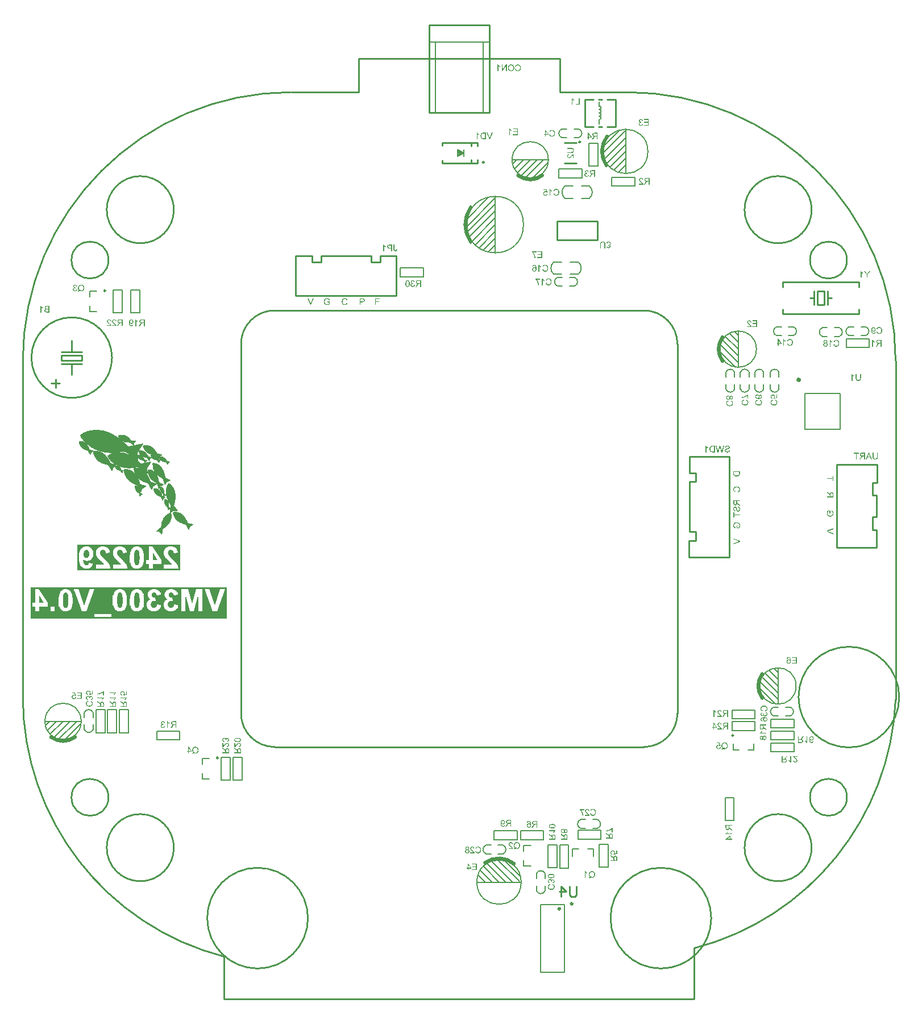
<source format=gbo>
G04*
G04 #@! TF.GenerationSoftware,Altium Limited,Altium Designer,18.1.8 (232)*
G04*
G04 Layer_Color=32896*
%FSLAX25Y25*%
%MOIN*%
G70*
G01*
G75*
%ADD10C,0.01000*%
%ADD11C,0.00787*%
%ADD12C,0.00984*%
%ADD13C,0.00800*%
%ADD14C,0.02000*%
%ADD99C,0.01984*%
%ADD100C,0.01968*%
%ADD101C,0.01181*%
%ADD102C,0.00600*%
%ADD103C,0.00100*%
G36*
X302377Y307979D02*
X302373Y307855D01*
X302369Y307738D01*
X302356Y307634D01*
X302344Y307543D01*
X302340Y307505D01*
X302336Y307472D01*
X302327Y307439D01*
X302323Y307414D01*
X302319Y307393D01*
Y307380D01*
X302315Y307372D01*
Y307368D01*
X302286Y307272D01*
X302256Y307181D01*
X302223Y307102D01*
X302194Y307035D01*
X302165Y306981D01*
X302144Y306940D01*
X302128Y306914D01*
X302123Y306910D01*
Y306906D01*
X302069Y306836D01*
X302015Y306769D01*
X301957Y306711D01*
X301899Y306661D01*
X301849Y306615D01*
X301811Y306586D01*
X301795Y306573D01*
X301782Y306565D01*
X301778Y306557D01*
X301774D01*
X301687Y306499D01*
X301595Y306449D01*
X301499Y306403D01*
X301412Y306365D01*
X301333Y306336D01*
X301300Y306324D01*
X301271Y306311D01*
X301250Y306307D01*
X301233Y306299D01*
X301221Y306295D01*
X301217D01*
X301083Y306261D01*
X300950Y306236D01*
X300821Y306216D01*
X300701Y306203D01*
X300646Y306199D01*
X300597Y306195D01*
X300551D01*
X300513Y306191D01*
X300480D01*
X300459D01*
X300443D01*
X300438D01*
X300251Y306199D01*
X300164Y306203D01*
X300081Y306216D01*
X300002Y306228D01*
X299927Y306241D01*
X299856Y306253D01*
X299790Y306266D01*
X299731Y306282D01*
X299681Y306295D01*
X299636Y306307D01*
X299598Y306320D01*
X299569Y306332D01*
X299544Y306336D01*
X299532Y306345D01*
X299528D01*
X299386Y306407D01*
X299257Y306478D01*
X299199Y306515D01*
X299145Y306553D01*
X299095Y306590D01*
X299049Y306627D01*
X299008Y306661D01*
X298974Y306694D01*
X298941Y306723D01*
X298916Y306748D01*
X298895Y306769D01*
X298883Y306786D01*
X298874Y306794D01*
X298870Y306798D01*
X298799Y306890D01*
X298741Y306985D01*
X298695Y307077D01*
X298658Y307164D01*
X298629Y307243D01*
X298621Y307276D01*
X298612Y307306D01*
X298604Y307326D01*
X298600Y307343D01*
X298596Y307355D01*
Y307360D01*
X298587Y307405D01*
X298575Y307455D01*
X298562Y307568D01*
X298550Y307680D01*
X298546Y307792D01*
X298542Y307842D01*
Y307892D01*
X298537Y307934D01*
Y309365D01*
X302377D01*
Y307979D01*
D02*
G37*
G36*
X300597Y300361D02*
X300696Y300356D01*
X300888Y300331D01*
X300979Y300319D01*
X301063Y300302D01*
X301142Y300282D01*
X301217Y300265D01*
X301283Y300244D01*
X301345Y300227D01*
X301395Y300211D01*
X301441Y300194D01*
X301474Y300182D01*
X301503Y300173D01*
X301520Y300169D01*
X301524Y300165D01*
X301612Y300124D01*
X301695Y300082D01*
X301770Y300036D01*
X301840Y299986D01*
X301907Y299936D01*
X301965Y299890D01*
X302019Y299841D01*
X302069Y299795D01*
X302115Y299749D01*
X302152Y299708D01*
X302182Y299670D01*
X302211Y299637D01*
X302232Y299612D01*
X302244Y299591D01*
X302252Y299578D01*
X302256Y299574D01*
X302302Y299500D01*
X302340Y299420D01*
X302373Y299337D01*
X302402Y299250D01*
X302423Y299167D01*
X302444Y299083D01*
X302460Y299000D01*
X302473Y298921D01*
X302485Y298846D01*
X302494Y298780D01*
X302498Y298717D01*
X302502Y298668D01*
X302506Y298622D01*
Y298564D01*
X302502Y298451D01*
X302494Y298347D01*
X302477Y298247D01*
X302456Y298152D01*
X302431Y298060D01*
X302402Y297977D01*
X302373Y297902D01*
X302344Y297831D01*
X302315Y297765D01*
X302286Y297711D01*
X302256Y297661D01*
X302232Y297623D01*
X302211Y297590D01*
X302194Y297569D01*
X302186Y297553D01*
X302182Y297548D01*
X302115Y297474D01*
X302044Y297403D01*
X301969Y297340D01*
X301894Y297282D01*
X301816Y297228D01*
X301732Y297182D01*
X301657Y297141D01*
X301578Y297103D01*
X301508Y297070D01*
X301441Y297045D01*
X301379Y297020D01*
X301329Y297004D01*
X301283Y296987D01*
X301254Y296978D01*
X301233Y296970D01*
X301225D01*
X301096Y297478D01*
X301183Y297498D01*
X301266Y297528D01*
X301345Y297557D01*
X301416Y297586D01*
X301483Y297619D01*
X301541Y297652D01*
X301595Y297686D01*
X301645Y297719D01*
X301687Y297752D01*
X301724Y297781D01*
X301757Y297811D01*
X301782Y297831D01*
X301803Y297852D01*
X301816Y297869D01*
X301824Y297877D01*
X301828Y297881D01*
X301870Y297939D01*
X301907Y297998D01*
X301940Y298056D01*
X301969Y298118D01*
X301994Y298181D01*
X302015Y298239D01*
X302044Y298356D01*
X302053Y298405D01*
X302061Y298455D01*
X302065Y298497D01*
X302069Y298534D01*
X302073Y298564D01*
Y298605D01*
X302069Y298672D01*
X302065Y298734D01*
X302044Y298855D01*
X302015Y298967D01*
X301982Y299063D01*
X301965Y299104D01*
X301953Y299142D01*
X301936Y299175D01*
X301924Y299204D01*
X301911Y299229D01*
X301903Y299246D01*
X301894Y299254D01*
Y299258D01*
X301857Y299312D01*
X301820Y299362D01*
X301732Y299454D01*
X301645Y299529D01*
X301553Y299591D01*
X301474Y299637D01*
X301441Y299658D01*
X301408Y299674D01*
X301383Y299682D01*
X301366Y299691D01*
X301354Y299699D01*
X301350D01*
X301208Y299745D01*
X301063Y299782D01*
X300917Y299807D01*
X300850Y299816D01*
X300784Y299824D01*
X300721Y299828D01*
X300667Y299832D01*
X300617Y299836D01*
X300576D01*
X300538Y299841D01*
X300513D01*
X300497D01*
X300493D01*
X300351Y299836D01*
X300218Y299824D01*
X300093Y299803D01*
X300035Y299795D01*
X299981Y299782D01*
X299935Y299770D01*
X299889Y299762D01*
X299852Y299749D01*
X299819Y299741D01*
X299794Y299737D01*
X299773Y299728D01*
X299761Y299724D01*
X299756D01*
X299627Y299670D01*
X299515Y299608D01*
X299419Y299541D01*
X299378Y299504D01*
X299336Y299470D01*
X299303Y299437D01*
X299274Y299408D01*
X299245Y299379D01*
X299224Y299358D01*
X299207Y299337D01*
X299195Y299321D01*
X299190Y299312D01*
X299186Y299308D01*
X299149Y299250D01*
X299116Y299192D01*
X299086Y299129D01*
X299062Y299067D01*
X299024Y298942D01*
X298995Y298821D01*
X298987Y298772D01*
X298983Y298722D01*
X298978Y298676D01*
X298974Y298638D01*
X298970Y298605D01*
Y298493D01*
X298978Y298426D01*
X298999Y298301D01*
X299032Y298193D01*
X299049Y298148D01*
X299066Y298102D01*
X299082Y298060D01*
X299099Y298027D01*
X299116Y297998D01*
X299132Y297973D01*
X299145Y297952D01*
X299153Y297939D01*
X299157Y297931D01*
X299161Y297927D01*
X299199Y297881D01*
X299240Y297835D01*
X299336Y297761D01*
X299440Y297690D01*
X299540Y297636D01*
X299632Y297594D01*
X299669Y297573D01*
X299702Y297561D01*
X299731Y297548D01*
X299756Y297544D01*
X299769Y297536D01*
X299773D01*
X299657Y297037D01*
X299561Y297070D01*
X299469Y297108D01*
X299382Y297145D01*
X299303Y297191D01*
X299228Y297232D01*
X299161Y297278D01*
X299099Y297324D01*
X299045Y297370D01*
X298995Y297415D01*
X298953Y297453D01*
X298916Y297490D01*
X298887Y297523D01*
X298862Y297548D01*
X298845Y297569D01*
X298837Y297582D01*
X298833Y297586D01*
X298779Y297661D01*
X298737Y297740D01*
X298695Y297819D01*
X298662Y297902D01*
X298633Y297985D01*
X298608Y298064D01*
X298591Y298143D01*
X298575Y298218D01*
X298562Y298289D01*
X298554Y298351D01*
X298546Y298410D01*
X298542Y298460D01*
X298537Y298501D01*
Y298555D01*
X298542Y298651D01*
X298546Y298742D01*
X298575Y298913D01*
X298591Y298996D01*
X298612Y299071D01*
X298633Y299146D01*
X298654Y299212D01*
X298675Y299271D01*
X298695Y299325D01*
X298716Y299375D01*
X298733Y299412D01*
X298750Y299445D01*
X298762Y299466D01*
X298766Y299483D01*
X298770Y299487D01*
X298816Y299562D01*
X298866Y299637D01*
X298920Y299703D01*
X298974Y299766D01*
X299032Y299824D01*
X299086Y299878D01*
X299145Y299924D01*
X299195Y299970D01*
X299249Y300007D01*
X299294Y300040D01*
X299336Y300069D01*
X299374Y300094D01*
X299407Y300111D01*
X299428Y300124D01*
X299444Y300132D01*
X299448Y300136D01*
X299532Y300178D01*
X299623Y300211D01*
X299711Y300240D01*
X299798Y300269D01*
X299977Y300311D01*
X300060Y300323D01*
X300139Y300336D01*
X300214Y300344D01*
X300280Y300352D01*
X300343Y300356D01*
X300397Y300361D01*
X300438Y300365D01*
X300472D01*
X300488D01*
X300497D01*
X300597Y300361D01*
D02*
G37*
G36*
X302444Y291857D02*
X300738D01*
Y291204D01*
X300742Y291146D01*
X300746Y291096D01*
Y291054D01*
X300751Y291025D01*
X300755Y291004D01*
X300759Y290992D01*
Y290988D01*
X300771Y290942D01*
X300788Y290900D01*
X300805Y290863D01*
X300821Y290826D01*
X300838Y290796D01*
X300850Y290776D01*
X300859Y290759D01*
X300863Y290755D01*
X300892Y290713D01*
X300934Y290668D01*
X300975Y290622D01*
X301017Y290584D01*
X301054Y290547D01*
X301087Y290522D01*
X301108Y290505D01*
X301113Y290497D01*
X301117D01*
X301191Y290439D01*
X301275Y290376D01*
X301362Y290318D01*
X301449Y290260D01*
X301524Y290210D01*
X301558Y290185D01*
X301587Y290168D01*
X301612Y290152D01*
X301628Y290139D01*
X301641Y290135D01*
X301645Y290131D01*
X302444Y289623D01*
Y288987D01*
X301399Y289652D01*
X301291Y289727D01*
X301191Y289802D01*
X301104Y289873D01*
X301029Y289935D01*
X300971Y289989D01*
X300946Y290014D01*
X300925Y290035D01*
X300909Y290052D01*
X300896Y290064D01*
X300892Y290068D01*
X300888Y290073D01*
X300855Y290114D01*
X300817Y290164D01*
X300788Y290214D01*
X300759Y290264D01*
X300734Y290310D01*
X300713Y290347D01*
X300701Y290372D01*
X300696Y290376D01*
Y290380D01*
X300680Y290281D01*
X300659Y290185D01*
X300634Y290098D01*
X300609Y290019D01*
X300580Y289944D01*
X300551Y289877D01*
X300522Y289819D01*
X300493Y289765D01*
X300464Y289715D01*
X300434Y289673D01*
X300409Y289640D01*
X300389Y289611D01*
X300368Y289590D01*
X300355Y289573D01*
X300347Y289565D01*
X300343Y289561D01*
X300289Y289515D01*
X300235Y289474D01*
X300177Y289436D01*
X300118Y289407D01*
X300060Y289382D01*
X300002Y289361D01*
X299894Y289328D01*
X299844Y289316D01*
X299798Y289307D01*
X299756Y289303D01*
X299719Y289299D01*
X299694Y289295D01*
X299669D01*
X299657D01*
X299652D01*
X299536Y289303D01*
X299428Y289320D01*
X299332Y289345D01*
X299245Y289374D01*
X299207Y289390D01*
X299174Y289407D01*
X299145Y289420D01*
X299120Y289432D01*
X299099Y289440D01*
X299086Y289449D01*
X299078Y289457D01*
X299074D01*
X298983Y289519D01*
X298908Y289590D01*
X298841Y289661D01*
X298791Y289732D01*
X298754Y289790D01*
X298729Y289840D01*
X298721Y289860D01*
X298712Y289873D01*
X298708Y289881D01*
Y289885D01*
X298691Y289939D01*
X298675Y289994D01*
X298650Y290118D01*
X298629Y290247D01*
X298617Y290372D01*
X298612Y290435D01*
X298608Y290489D01*
Y290534D01*
X298604Y290580D01*
Y292365D01*
X302444D01*
Y291857D01*
D02*
G37*
G36*
X301279Y288662D02*
X301350Y288654D01*
X301479Y288629D01*
X301599Y288596D01*
X301653Y288579D01*
X301699Y288558D01*
X301745Y288542D01*
X301786Y288521D01*
X301820Y288504D01*
X301849Y288488D01*
X301874Y288475D01*
X301890Y288467D01*
X301899Y288463D01*
X301903Y288458D01*
X302011Y288380D01*
X302103Y288288D01*
X302182Y288196D01*
X302244Y288109D01*
X302294Y288030D01*
X302311Y287997D01*
X302327Y287968D01*
X302340Y287943D01*
X302348Y287926D01*
X302356Y287914D01*
Y287909D01*
X302406Y287768D01*
X302444Y287622D01*
X302469Y287477D01*
X302485Y287339D01*
X302494Y287273D01*
X302498Y287215D01*
X302502Y287165D01*
Y287119D01*
X302506Y287082D01*
Y287032D01*
X302498Y286882D01*
X302481Y286745D01*
X302460Y286620D01*
X302444Y286562D01*
X302431Y286512D01*
X302419Y286462D01*
X302402Y286420D01*
X302390Y286383D01*
X302381Y286354D01*
X302369Y286329D01*
X302365Y286312D01*
X302356Y286299D01*
Y286295D01*
X302294Y286179D01*
X302227Y286079D01*
X302157Y285992D01*
X302090Y285921D01*
X302028Y285863D01*
X301982Y285825D01*
X301961Y285809D01*
X301949Y285800D01*
X301940Y285792D01*
X301936D01*
X301886Y285759D01*
X301832Y285734D01*
X301732Y285688D01*
X301637Y285655D01*
X301549Y285634D01*
X301470Y285621D01*
X301441Y285617D01*
X301412D01*
X301391Y285613D01*
X301375D01*
X301366D01*
X301362D01*
X301250Y285621D01*
X301146Y285638D01*
X301054Y285663D01*
X300975Y285692D01*
X300909Y285725D01*
X300880Y285738D01*
X300859Y285750D01*
X300842Y285759D01*
X300830Y285767D01*
X300821Y285775D01*
X300817D01*
X300776Y285809D01*
X300734Y285842D01*
X300655Y285921D01*
X300588Y286000D01*
X300534Y286083D01*
X300488Y286154D01*
X300468Y286187D01*
X300455Y286216D01*
X300443Y286237D01*
X300434Y286254D01*
X300426Y286266D01*
Y286270D01*
X300405Y286316D01*
X300384Y286374D01*
X300364Y286433D01*
X300343Y286499D01*
X300305Y286641D01*
X300268Y286782D01*
X300247Y286849D01*
X300235Y286911D01*
X300218Y286969D01*
X300210Y287019D01*
X300197Y287061D01*
X300189Y287090D01*
X300185Y287111D01*
Y287119D01*
X300160Y287231D01*
X300131Y287331D01*
X300106Y287419D01*
X300081Y287502D01*
X300056Y287572D01*
X300035Y287635D01*
X300014Y287689D01*
X299993Y287735D01*
X299973Y287772D01*
X299956Y287805D01*
X299943Y287830D01*
X299931Y287851D01*
X299919Y287868D01*
X299910Y287876D01*
X299906Y287884D01*
X299852Y287934D01*
X299798Y287968D01*
X299740Y287993D01*
X299686Y288013D01*
X299640Y288022D01*
X299602Y288026D01*
X299577Y288030D01*
X299573D01*
X299569D01*
X299523Y288026D01*
X299482Y288022D01*
X299407Y287997D01*
X299336Y287964D01*
X299278Y287926D01*
X299228Y287889D01*
X299190Y287855D01*
X299170Y287830D01*
X299161Y287826D01*
Y287822D01*
X299132Y287780D01*
X299103Y287731D01*
X299062Y287627D01*
X299032Y287518D01*
X299012Y287406D01*
X299003Y287356D01*
X298999Y287306D01*
X298995Y287265D01*
Y287227D01*
X298991Y287194D01*
Y287073D01*
X298999Y286998D01*
X299008Y286928D01*
X299020Y286861D01*
X299032Y286803D01*
X299049Y286749D01*
X299066Y286699D01*
X299082Y286653D01*
X299103Y286616D01*
X299120Y286582D01*
X299136Y286553D01*
X299149Y286528D01*
X299161Y286512D01*
X299170Y286495D01*
X299174Y286491D01*
X299178Y286487D01*
X299216Y286445D01*
X299253Y286408D01*
X299340Y286349D01*
X299432Y286299D01*
X299519Y286266D01*
X299598Y286241D01*
X299632Y286233D01*
X299665Y286225D01*
X299690Y286220D01*
X299706D01*
X299719Y286216D01*
X299723D01*
X299686Y285730D01*
X299561Y285742D01*
X299448Y285767D01*
X299344Y285796D01*
X299257Y285829D01*
X299220Y285850D01*
X299182Y285863D01*
X299153Y285879D01*
X299128Y285892D01*
X299107Y285904D01*
X299095Y285913D01*
X299086Y285917D01*
X299082Y285921D01*
X298987Y285992D01*
X298908Y286071D01*
X298837Y286154D01*
X298779Y286237D01*
X298737Y286308D01*
X298721Y286341D01*
X298704Y286366D01*
X298691Y286387D01*
X298687Y286408D01*
X298679Y286416D01*
Y286420D01*
X298633Y286545D01*
X298596Y286674D01*
X298571Y286803D01*
X298554Y286919D01*
X298550Y286973D01*
X298546Y287019D01*
X298542Y287065D01*
X298537Y287102D01*
Y287173D01*
X298542Y287315D01*
X298558Y287448D01*
X298579Y287564D01*
X298591Y287618D01*
X298604Y287668D01*
X298617Y287714D01*
X298629Y287755D01*
X298641Y287793D01*
X298650Y287822D01*
X298658Y287843D01*
X298666Y287864D01*
X298671Y287872D01*
Y287876D01*
X298725Y287988D01*
X298787Y288084D01*
X298849Y288167D01*
X298912Y288234D01*
X298970Y288288D01*
X299016Y288330D01*
X299032Y288342D01*
X299045Y288350D01*
X299053Y288359D01*
X299057D01*
X299153Y288413D01*
X299249Y288454D01*
X299336Y288479D01*
X299419Y288500D01*
X299494Y288513D01*
X299523Y288517D01*
X299548D01*
X299569Y288521D01*
X299586D01*
X299594D01*
X299598D01*
X299694Y288517D01*
X299785Y288500D01*
X299869Y288479D01*
X299939Y288454D01*
X299998Y288429D01*
X300043Y288409D01*
X300060Y288400D01*
X300073Y288392D01*
X300077Y288388D01*
X300081D01*
X300156Y288334D01*
X300226Y288267D01*
X300285Y288201D01*
X300339Y288130D01*
X300380Y288072D01*
X300409Y288022D01*
X300418Y288001D01*
X300426Y287988D01*
X300434Y287980D01*
Y287976D01*
X300455Y287934D01*
X300476Y287884D01*
X300497Y287830D01*
X300518Y287772D01*
X300559Y287651D01*
X300597Y287527D01*
X300613Y287468D01*
X300630Y287419D01*
X300642Y287369D01*
X300655Y287323D01*
X300663Y287290D01*
X300672Y287260D01*
X300676Y287244D01*
Y287240D01*
X300696Y287144D01*
X300721Y287057D01*
X300738Y286982D01*
X300759Y286911D01*
X300776Y286849D01*
X300788Y286790D01*
X300805Y286745D01*
X300817Y286699D01*
X300825Y286666D01*
X300838Y286632D01*
X300846Y286607D01*
X300850Y286591D01*
X300855Y286574D01*
X300859Y286566D01*
X300863Y286557D01*
X300900Y286474D01*
X300938Y286403D01*
X300975Y286341D01*
X301009Y286295D01*
X301042Y286258D01*
X301067Y286233D01*
X301083Y286216D01*
X301087Y286212D01*
X301137Y286175D01*
X301191Y286150D01*
X301246Y286129D01*
X301295Y286116D01*
X301337Y286108D01*
X301375Y286104D01*
X301395D01*
X301399D01*
X301404D01*
X301466Y286108D01*
X301529Y286121D01*
X301583Y286141D01*
X301632Y286158D01*
X301674Y286179D01*
X301707Y286200D01*
X301724Y286212D01*
X301732Y286216D01*
X301786Y286262D01*
X301832Y286312D01*
X301874Y286370D01*
X301907Y286424D01*
X301932Y286474D01*
X301953Y286512D01*
X301961Y286528D01*
X301965Y286541D01*
X301969Y286545D01*
Y286549D01*
X301998Y286632D01*
X302019Y286720D01*
X302032Y286807D01*
X302040Y286886D01*
X302048Y286953D01*
Y286982D01*
X302053Y287007D01*
Y287057D01*
X302048Y287177D01*
X302036Y287285D01*
X302015Y287389D01*
X301994Y287477D01*
X301986Y287514D01*
X301978Y287547D01*
X301965Y287577D01*
X301957Y287602D01*
X301949Y287622D01*
X301944Y287635D01*
X301940Y287643D01*
Y287647D01*
X301894Y287739D01*
X301845Y287818D01*
X301799Y287884D01*
X301749Y287938D01*
X301707Y287980D01*
X301674Y288009D01*
X301653Y288030D01*
X301645Y288034D01*
X301570Y288076D01*
X301491Y288109D01*
X301412Y288134D01*
X301337Y288155D01*
X301266Y288172D01*
X301241Y288176D01*
X301217Y288180D01*
X301196Y288184D01*
X301179Y288188D01*
X301171D01*
X301167D01*
X301208Y288667D01*
X301279Y288662D01*
D02*
G37*
G36*
X299057Y283945D02*
X302444D01*
Y283437D01*
X299057D01*
Y282173D01*
X298604D01*
Y285210D01*
X299057D01*
Y283945D01*
D02*
G37*
G36*
X300646Y279361D02*
X300751Y279356D01*
X300846Y279344D01*
X300942Y279327D01*
X301029Y279311D01*
X301117Y279290D01*
X301196Y279269D01*
X301266Y279248D01*
X301333Y279227D01*
X301391Y279207D01*
X301441Y279186D01*
X301487Y279169D01*
X301520Y279153D01*
X301545Y279140D01*
X301562Y279136D01*
X301566Y279132D01*
X301649Y279086D01*
X301728Y279032D01*
X301799Y278978D01*
X301870Y278924D01*
X301932Y278866D01*
X301986Y278807D01*
X302040Y278749D01*
X302086Y278695D01*
X302128Y278641D01*
X302165Y278591D01*
X302194Y278545D01*
X302219Y278508D01*
X302240Y278479D01*
X302252Y278454D01*
X302261Y278437D01*
X302265Y278433D01*
X302306Y278346D01*
X302344Y278254D01*
X302377Y278167D01*
X302402Y278079D01*
X302427Y277988D01*
X302448Y277905D01*
X302465Y277821D01*
X302477Y277747D01*
X302485Y277676D01*
X302494Y277609D01*
X302498Y277551D01*
X302502Y277501D01*
X302506Y277460D01*
Y277405D01*
X302498Y277252D01*
X302481Y277102D01*
X302460Y276964D01*
X302444Y276902D01*
X302431Y276840D01*
X302419Y276786D01*
X302402Y276740D01*
X302390Y276694D01*
X302381Y276661D01*
X302369Y276627D01*
X302365Y276607D01*
X302356Y276594D01*
Y276590D01*
X302294Y276440D01*
X302223Y276299D01*
X302148Y276170D01*
X302111Y276108D01*
X302078Y276053D01*
X302044Y276004D01*
X302011Y275958D01*
X301986Y275916D01*
X301961Y275883D01*
X301940Y275854D01*
X301924Y275833D01*
X301915Y275820D01*
X301911Y275816D01*
X300484D01*
Y277443D01*
X300938D01*
Y276315D01*
X301657D01*
X301712Y276382D01*
X301757Y276457D01*
X301803Y276536D01*
X301845Y276615D01*
X301878Y276686D01*
X301894Y276715D01*
X301907Y276740D01*
X301915Y276765D01*
X301924Y276781D01*
X301928Y276790D01*
Y276794D01*
X301969Y276910D01*
X301998Y277027D01*
X302024Y277135D01*
X302036Y277231D01*
X302040Y277276D01*
X302044Y277314D01*
X302048Y277347D01*
Y277376D01*
X302053Y277401D01*
Y277434D01*
X302044Y277576D01*
X302028Y277709D01*
X301998Y277830D01*
X301986Y277888D01*
X301969Y277938D01*
X301953Y277984D01*
X301940Y278025D01*
X301924Y278063D01*
X301911Y278096D01*
X301903Y278121D01*
X301894Y278138D01*
X301886Y278150D01*
Y278154D01*
X301853Y278217D01*
X301816Y278275D01*
X301736Y278375D01*
X301649Y278462D01*
X301566Y278537D01*
X301491Y278591D01*
X301458Y278616D01*
X301433Y278633D01*
X301408Y278649D01*
X301391Y278658D01*
X301379Y278662D01*
X301375Y278666D01*
X301237Y278724D01*
X301092Y278766D01*
X300950Y278799D01*
X300813Y278820D01*
X300751Y278824D01*
X300692Y278832D01*
X300642Y278836D01*
X300597D01*
X300563Y278841D01*
X300534D01*
X300518D01*
X300513D01*
X300360Y278832D01*
X300214Y278816D01*
X300085Y278795D01*
X300023Y278782D01*
X299969Y278766D01*
X299919Y278753D01*
X299873Y278741D01*
X299835Y278728D01*
X299802Y278716D01*
X299773Y278708D01*
X299756Y278699D01*
X299744Y278695D01*
X299740D01*
X299665Y278662D01*
X299594Y278624D01*
X299528Y278583D01*
X299473Y278545D01*
X299428Y278512D01*
X299390Y278483D01*
X299369Y278466D01*
X299361Y278458D01*
X299299Y278396D01*
X299245Y278325D01*
X299195Y278258D01*
X299153Y278192D01*
X299120Y278133D01*
X299099Y278088D01*
X299091Y278071D01*
X299082Y278059D01*
X299078Y278050D01*
Y278046D01*
X299041Y277946D01*
X299016Y277846D01*
X298995Y277742D01*
X298983Y277651D01*
X298978Y277605D01*
X298974Y277568D01*
Y277530D01*
X298970Y277501D01*
Y277443D01*
X298974Y277339D01*
X298987Y277239D01*
X299003Y277152D01*
X299020Y277073D01*
X299041Y277010D01*
X299049Y276981D01*
X299057Y276960D01*
X299066Y276944D01*
X299070Y276931D01*
X299074Y276923D01*
Y276919D01*
X299116Y276835D01*
X299157Y276761D01*
X299203Y276698D01*
X299245Y276644D01*
X299286Y276607D01*
X299315Y276578D01*
X299336Y276557D01*
X299344Y276553D01*
X299411Y276507D01*
X299486Y276465D01*
X299561Y276428D01*
X299636Y276395D01*
X299702Y276370D01*
X299731Y276361D01*
X299752Y276353D01*
X299773Y276345D01*
X299790Y276340D01*
X299798Y276336D01*
X299802D01*
X299677Y275874D01*
X299540Y275916D01*
X299415Y275962D01*
X299361Y275987D01*
X299307Y276012D01*
X299261Y276033D01*
X299220Y276058D01*
X299178Y276078D01*
X299145Y276099D01*
X299116Y276120D01*
X299091Y276132D01*
X299074Y276149D01*
X299062Y276157D01*
X299053Y276162D01*
X299049Y276166D01*
X298962Y276245D01*
X298887Y276328D01*
X298825Y276415D01*
X298770Y276503D01*
X298729Y276578D01*
X298712Y276611D01*
X298700Y276640D01*
X298687Y276661D01*
X298679Y276677D01*
X298675Y276690D01*
Y276694D01*
X298629Y276823D01*
X298596Y276952D01*
X298571Y277081D01*
X298554Y277197D01*
X298550Y277252D01*
X298546Y277297D01*
X298542Y277339D01*
X298537Y277376D01*
Y277447D01*
X298542Y277551D01*
X298546Y277655D01*
X298558Y277755D01*
X298575Y277846D01*
X298591Y277938D01*
X298612Y278021D01*
X298633Y278100D01*
X298654Y278171D01*
X298679Y278233D01*
X298700Y278292D01*
X298721Y278341D01*
X298737Y278383D01*
X298754Y278416D01*
X298766Y278441D01*
X298770Y278458D01*
X298775Y278462D01*
X298820Y278541D01*
X298874Y278616D01*
X298928Y278687D01*
X298987Y278749D01*
X299049Y278812D01*
X299107Y278866D01*
X299166Y278916D01*
X299224Y278961D01*
X299282Y278999D01*
X299332Y279036D01*
X299378Y279065D01*
X299419Y279090D01*
X299453Y279107D01*
X299478Y279119D01*
X299494Y279128D01*
X299498Y279132D01*
X299590Y279173D01*
X299681Y279207D01*
X299773Y279240D01*
X299865Y279265D01*
X300039Y279307D01*
X300122Y279323D01*
X300201Y279336D01*
X300272Y279344D01*
X300339Y279352D01*
X300397Y279356D01*
X300447Y279361D01*
X300488Y279365D01*
X300518D01*
X300534D01*
X300542D01*
X300646Y279361D01*
D02*
G37*
G36*
X302377Y268465D02*
Y267940D01*
X298537Y266451D01*
Y267004D01*
X301329Y268003D01*
X301333D01*
X301345Y268007D01*
X301362Y268015D01*
X301387Y268024D01*
X301416Y268032D01*
X301449Y268044D01*
X301487Y268057D01*
X301533Y268074D01*
X301628Y268103D01*
X301732Y268136D01*
X301845Y268169D01*
X301957Y268202D01*
X301953D01*
X301944Y268207D01*
X301924Y268211D01*
X301903Y268219D01*
X301874Y268228D01*
X301840Y268236D01*
X301803Y268248D01*
X301761Y268261D01*
X301666Y268290D01*
X301558Y268327D01*
X301445Y268369D01*
X301329Y268410D01*
X298537Y269446D01*
Y269962D01*
X302377Y268465D01*
D02*
G37*
G36*
X357221Y303474D02*
X356768D01*
Y304738D01*
X353381D01*
Y305246D01*
X356768D01*
Y306510D01*
X357221D01*
Y303474D01*
D02*
G37*
G36*
X354425Y296577D02*
X354534Y296502D01*
X354633Y296427D01*
X354721Y296357D01*
X354796Y296294D01*
X354854Y296240D01*
X354879Y296215D01*
X354900Y296194D01*
X354916Y296178D01*
X354929Y296165D01*
X354933Y296161D01*
X354937Y296157D01*
X354970Y296115D01*
X355008Y296065D01*
X355037Y296016D01*
X355066Y295966D01*
X355091Y295920D01*
X355112Y295882D01*
X355124Y295857D01*
X355129Y295853D01*
Y295849D01*
X355145Y295949D01*
X355166Y296045D01*
X355191Y296132D01*
X355216Y296211D01*
X355245Y296286D01*
X355274Y296352D01*
X355303Y296411D01*
X355332Y296465D01*
X355361Y296515D01*
X355391Y296556D01*
X355416Y296590D01*
X355436Y296619D01*
X355457Y296639D01*
X355470Y296656D01*
X355478Y296664D01*
X355482Y296669D01*
X355536Y296714D01*
X355590Y296756D01*
X355648Y296793D01*
X355707Y296823D01*
X355765Y296848D01*
X355823Y296868D01*
X355931Y296902D01*
X355981Y296914D01*
X356027Y296922D01*
X356069Y296926D01*
X356106Y296931D01*
X356131Y296935D01*
X356156D01*
X356169D01*
X356173D01*
X356289Y296926D01*
X356397Y296910D01*
X356493Y296885D01*
X356580Y296856D01*
X356618Y296839D01*
X356651Y296823D01*
X356680Y296810D01*
X356705Y296798D01*
X356726Y296789D01*
X356738Y296781D01*
X356747Y296773D01*
X356751D01*
X356842Y296710D01*
X356917Y296639D01*
X356984Y296569D01*
X357034Y296498D01*
X357071Y296440D01*
X357096Y296390D01*
X357104Y296369D01*
X357113Y296357D01*
X357117Y296348D01*
Y296344D01*
X357134Y296290D01*
X357150Y296236D01*
X357175Y296111D01*
X357196Y295982D01*
X357208Y295857D01*
X357213Y295795D01*
X357217Y295741D01*
Y295695D01*
X357221Y295649D01*
Y293865D01*
X353381D01*
Y294372D01*
X355087D01*
Y295025D01*
X355083Y295084D01*
X355079Y295134D01*
Y295175D01*
X355074Y295204D01*
X355070Y295225D01*
X355066Y295238D01*
Y295242D01*
X355054Y295287D01*
X355037Y295329D01*
X355020Y295367D01*
X355004Y295404D01*
X354987Y295433D01*
X354975Y295454D01*
X354966Y295470D01*
X354962Y295475D01*
X354933Y295516D01*
X354891Y295562D01*
X354850Y295608D01*
X354808Y295645D01*
X354771Y295683D01*
X354737Y295708D01*
X354717Y295724D01*
X354713Y295733D01*
X354708D01*
X354633Y295791D01*
X354550Y295853D01*
X354463Y295912D01*
X354376Y295970D01*
X354301Y296020D01*
X354267Y296045D01*
X354238Y296061D01*
X354213Y296078D01*
X354197Y296090D01*
X354184Y296094D01*
X354180Y296099D01*
X353381Y296606D01*
Y297243D01*
X354425Y296577D01*
D02*
G37*
G36*
X355403Y284587D02*
X354950D01*
Y285714D01*
X354230D01*
X354176Y285648D01*
X354130Y285573D01*
X354084Y285494D01*
X354043Y285415D01*
X354009Y285344D01*
X353993Y285315D01*
X353980Y285290D01*
X353972Y285265D01*
X353964Y285248D01*
X353959Y285240D01*
Y285236D01*
X353918Y285119D01*
X353889Y285003D01*
X353864Y284894D01*
X353851Y284799D01*
X353847Y284753D01*
X353843Y284716D01*
X353839Y284682D01*
Y284653D01*
X353835Y284628D01*
Y284595D01*
X353843Y284454D01*
X353860Y284320D01*
X353889Y284200D01*
X353901Y284142D01*
X353918Y284092D01*
X353935Y284046D01*
X353947Y284004D01*
X353964Y283967D01*
X353976Y283934D01*
X353984Y283909D01*
X353993Y283892D01*
X354001Y283879D01*
Y283875D01*
X354034Y283813D01*
X354072Y283755D01*
X354151Y283655D01*
X354238Y283568D01*
X354321Y283493D01*
X354396Y283438D01*
X354430Y283414D01*
X354455Y283397D01*
X354480Y283380D01*
X354496Y283372D01*
X354509Y283368D01*
X354513Y283364D01*
X354650Y283305D01*
X354796Y283264D01*
X354937Y283230D01*
X355074Y283210D01*
X355137Y283206D01*
X355195Y283197D01*
X355245Y283193D01*
X355291D01*
X355324Y283189D01*
X355353D01*
X355370D01*
X355374D01*
X355528Y283197D01*
X355673Y283214D01*
X355802Y283235D01*
X355865Y283247D01*
X355919Y283264D01*
X355969Y283276D01*
X356015Y283289D01*
X356052Y283301D01*
X356085Y283314D01*
X356114Y283322D01*
X356131Y283330D01*
X356143Y283334D01*
X356148D01*
X356223Y283368D01*
X356293Y283405D01*
X356360Y283447D01*
X356414Y283484D01*
X356460Y283518D01*
X356497Y283547D01*
X356518Y283563D01*
X356526Y283572D01*
X356589Y283634D01*
X356643Y283705D01*
X356693Y283771D01*
X356734Y283838D01*
X356768Y283896D01*
X356788Y283942D01*
X356797Y283959D01*
X356805Y283971D01*
X356809Y283979D01*
Y283983D01*
X356846Y284083D01*
X356872Y284183D01*
X356892Y284287D01*
X356905Y284379D01*
X356909Y284424D01*
X356913Y284462D01*
Y284499D01*
X356917Y284528D01*
Y284587D01*
X356913Y284691D01*
X356901Y284790D01*
X356884Y284878D01*
X356867Y284957D01*
X356846Y285019D01*
X356838Y285048D01*
X356830Y285069D01*
X356822Y285086D01*
X356817Y285098D01*
X356813Y285107D01*
Y285111D01*
X356772Y285194D01*
X356730Y285269D01*
X356684Y285331D01*
X356643Y285385D01*
X356601Y285423D01*
X356572Y285452D01*
X356551Y285473D01*
X356543Y285477D01*
X356476Y285523D01*
X356401Y285564D01*
X356327Y285602D01*
X356252Y285635D01*
X356185Y285660D01*
X356156Y285668D01*
X356135Y285677D01*
X356114Y285685D01*
X356098Y285689D01*
X356089Y285693D01*
X356085D01*
X356210Y286155D01*
X356347Y286113D01*
X356472Y286068D01*
X356526Y286043D01*
X356580Y286018D01*
X356626Y285997D01*
X356668Y285972D01*
X356709Y285951D01*
X356743Y285930D01*
X356772Y285910D01*
X356797Y285897D01*
X356813Y285880D01*
X356826Y285872D01*
X356834Y285868D01*
X356838Y285864D01*
X356926Y285785D01*
X357000Y285702D01*
X357063Y285614D01*
X357117Y285527D01*
X357159Y285452D01*
X357175Y285419D01*
X357188Y285390D01*
X357200Y285369D01*
X357208Y285352D01*
X357213Y285340D01*
Y285335D01*
X357258Y285207D01*
X357292Y285078D01*
X357317Y284949D01*
X357333Y284832D01*
X357337Y284778D01*
X357342Y284732D01*
X357346Y284691D01*
X357350Y284653D01*
Y284582D01*
X357346Y284478D01*
X357342Y284374D01*
X357329Y284275D01*
X357312Y284183D01*
X357296Y284092D01*
X357275Y284008D01*
X357254Y283929D01*
X357233Y283859D01*
X357208Y283796D01*
X357188Y283738D01*
X357167Y283688D01*
X357150Y283646D01*
X357134Y283613D01*
X357121Y283588D01*
X357117Y283572D01*
X357113Y283568D01*
X357067Y283488D01*
X357013Y283414D01*
X356959Y283343D01*
X356901Y283280D01*
X356838Y283218D01*
X356780Y283164D01*
X356722Y283114D01*
X356663Y283068D01*
X356605Y283031D01*
X356555Y282993D01*
X356510Y282964D01*
X356468Y282939D01*
X356435Y282923D01*
X356410Y282910D01*
X356393Y282902D01*
X356389Y282898D01*
X356297Y282856D01*
X356206Y282823D01*
X356114Y282790D01*
X356023Y282765D01*
X355848Y282723D01*
X355765Y282706D01*
X355686Y282694D01*
X355615Y282686D01*
X355549Y282677D01*
X355490Y282673D01*
X355440Y282669D01*
X355399Y282665D01*
X355370D01*
X355353D01*
X355345D01*
X355241Y282669D01*
X355137Y282673D01*
X355041Y282686D01*
X354945Y282702D01*
X354858Y282719D01*
X354771Y282740D01*
X354692Y282760D01*
X354621Y282781D01*
X354554Y282802D01*
X354496Y282823D01*
X354446Y282844D01*
X354400Y282860D01*
X354367Y282877D01*
X354342Y282889D01*
X354326Y282894D01*
X354321Y282898D01*
X354238Y282944D01*
X354159Y282998D01*
X354088Y283052D01*
X354018Y283106D01*
X353955Y283164D01*
X353901Y283222D01*
X353847Y283280D01*
X353801Y283334D01*
X353760Y283389D01*
X353722Y283438D01*
X353693Y283484D01*
X353668Y283522D01*
X353647Y283551D01*
X353635Y283576D01*
X353627Y283592D01*
X353623Y283597D01*
X353581Y283684D01*
X353543Y283775D01*
X353510Y283863D01*
X353485Y283950D01*
X353460Y284042D01*
X353439Y284125D01*
X353423Y284208D01*
X353410Y284283D01*
X353402Y284354D01*
X353394Y284420D01*
X353390Y284478D01*
X353385Y284528D01*
X353381Y284570D01*
Y284624D01*
X353390Y284778D01*
X353406Y284928D01*
X353427Y285065D01*
X353444Y285127D01*
X353456Y285190D01*
X353469Y285244D01*
X353485Y285290D01*
X353498Y285335D01*
X353506Y285369D01*
X353519Y285402D01*
X353523Y285423D01*
X353531Y285435D01*
Y285439D01*
X353593Y285589D01*
X353664Y285731D01*
X353739Y285860D01*
X353777Y285922D01*
X353810Y285976D01*
X353843Y286026D01*
X353876Y286072D01*
X353901Y286113D01*
X353926Y286147D01*
X353947Y286176D01*
X353964Y286197D01*
X353972Y286209D01*
X353976Y286213D01*
X355403D01*
Y284587D01*
D02*
G37*
G36*
X357221Y275316D02*
X354430Y274317D01*
X354425D01*
X354413Y274313D01*
X354396Y274305D01*
X354371Y274296D01*
X354342Y274288D01*
X354309Y274276D01*
X354272Y274263D01*
X354226Y274247D01*
X354130Y274217D01*
X354026Y274184D01*
X353914Y274151D01*
X353801Y274118D01*
X353806D01*
X353814Y274113D01*
X353835Y274109D01*
X353855Y274101D01*
X353885Y274093D01*
X353918Y274084D01*
X353955Y274072D01*
X353997Y274059D01*
X354093Y274030D01*
X354201Y273993D01*
X354313Y273951D01*
X354430Y273910D01*
X357221Y272874D01*
Y272358D01*
X353381Y273855D01*
Y274380D01*
X357221Y275869D01*
Y275316D01*
D02*
G37*
G36*
X1444Y222825D02*
X-113553D01*
Y241218D01*
X1444D01*
Y222825D01*
D02*
G37*
G36*
X-25856Y251129D02*
X-86291D01*
Y266218D01*
X-25856D01*
Y251129D01*
D02*
G37*
G36*
X91031Y410189D02*
X88951D01*
Y408999D01*
X90753D01*
Y408545D01*
X88951D01*
Y406802D01*
X88444D01*
Y410642D01*
X91031D01*
Y410189D01*
D02*
G37*
G36*
X81108Y410638D02*
X81203Y410634D01*
X81299Y410625D01*
X81391Y410617D01*
X81436Y410613D01*
X81474Y410605D01*
X81478D01*
X81486Y410600D01*
X81503D01*
X81520Y410596D01*
X81545Y410588D01*
X81574Y410584D01*
X81640Y410563D01*
X81715Y410538D01*
X81794Y410505D01*
X81873Y410467D01*
X81948Y410422D01*
X81952D01*
X81956Y410417D01*
X81981Y410397D01*
X82015Y410367D01*
X82060Y410326D01*
X82106Y410276D01*
X82160Y410209D01*
X82210Y410139D01*
X82256Y410051D01*
Y410047D01*
X82260Y410039D01*
X82268Y410026D01*
X82277Y410010D01*
X82285Y409989D01*
X82293Y409960D01*
X82318Y409897D01*
X82339Y409818D01*
X82360Y409731D01*
X82372Y409631D01*
X82376Y409527D01*
Y409523D01*
Y409506D01*
Y409481D01*
X82372Y409444D01*
X82368Y409402D01*
X82360Y409357D01*
X82351Y409303D01*
X82339Y409240D01*
X82322Y409178D01*
X82302Y409111D01*
X82277Y409045D01*
X82243Y408974D01*
X82210Y408903D01*
X82169Y408832D01*
X82119Y408766D01*
X82064Y408699D01*
X82060Y408695D01*
X82048Y408687D01*
X82031Y408670D01*
X82002Y408645D01*
X81969Y408620D01*
X81923Y408591D01*
X81869Y408562D01*
X81807Y408533D01*
X81732Y408500D01*
X81653Y408470D01*
X81557Y408441D01*
X81457Y408416D01*
X81341Y408396D01*
X81216Y408379D01*
X81083Y408366D01*
X80933Y408362D01*
X79951D01*
Y406802D01*
X79444D01*
Y410642D01*
X81024D01*
X81108Y410638D01*
D02*
G37*
G36*
X70849Y410704D02*
X70899Y410700D01*
X70957Y410692D01*
X71020Y410684D01*
X71090Y410671D01*
X71165Y410654D01*
X71244Y410638D01*
X71323Y410613D01*
X71406Y410584D01*
X71490Y410550D01*
X71569Y410509D01*
X71648Y410467D01*
X71723Y410413D01*
X71727Y410409D01*
X71739Y410401D01*
X71760Y410384D01*
X71785Y410359D01*
X71818Y410330D01*
X71856Y410293D01*
X71893Y410251D01*
X71939Y410201D01*
X71985Y410147D01*
X72030Y410085D01*
X72076Y410018D01*
X72118Y409943D01*
X72163Y409864D01*
X72201Y409777D01*
X72238Y409685D01*
X72272Y409590D01*
X71772Y409473D01*
Y409477D01*
X71764Y409490D01*
X71760Y409515D01*
X71747Y409544D01*
X71735Y409577D01*
X71714Y409615D01*
X71673Y409706D01*
X71619Y409806D01*
X71548Y409910D01*
X71473Y410006D01*
X71427Y410047D01*
X71381Y410085D01*
X71377Y410089D01*
X71369Y410093D01*
X71356Y410101D01*
X71336Y410114D01*
X71311Y410130D01*
X71282Y410147D01*
X71248Y410164D01*
X71207Y410180D01*
X71161Y410197D01*
X71115Y410214D01*
X71007Y410247D01*
X70882Y410268D01*
X70816Y410276D01*
X70703D01*
X70670Y410272D01*
X70633Y410268D01*
X70587Y410263D01*
X70537Y410259D01*
X70487Y410251D01*
X70366Y410222D01*
X70242Y410184D01*
X70179Y410159D01*
X70117Y410130D01*
X70059Y410097D01*
X70000Y410060D01*
X69996Y410055D01*
X69988Y410051D01*
X69971Y410039D01*
X69950Y410022D01*
X69930Y410001D01*
X69901Y409972D01*
X69871Y409943D01*
X69838Y409910D01*
X69805Y409868D01*
X69767Y409827D01*
X69701Y409731D01*
X69638Y409619D01*
X69584Y409490D01*
Y409486D01*
X69580Y409473D01*
X69572Y409452D01*
X69568Y409427D01*
X69559Y409394D01*
X69547Y409357D01*
X69538Y409311D01*
X69526Y409265D01*
X69514Y409211D01*
X69505Y409153D01*
X69485Y409028D01*
X69472Y408895D01*
X69468Y408753D01*
Y408749D01*
Y408733D01*
Y408708D01*
X69472Y408670D01*
Y408629D01*
X69476Y408579D01*
X69480Y408525D01*
X69485Y408462D01*
X69493Y408396D01*
X69501Y408329D01*
X69526Y408183D01*
X69564Y408038D01*
X69609Y407896D01*
Y407892D01*
X69618Y407880D01*
X69626Y407863D01*
X69634Y407838D01*
X69651Y407805D01*
X69672Y407772D01*
X69717Y407693D01*
X69780Y407601D01*
X69855Y407514D01*
X69946Y407426D01*
X69996Y407389D01*
X70050Y407351D01*
X70054D01*
X70063Y407343D01*
X70079Y407335D01*
X70104Y407322D01*
X70133Y407310D01*
X70167Y407293D01*
X70204Y407281D01*
X70246Y407264D01*
X70341Y407231D01*
X70454Y407202D01*
X70574Y407181D01*
X70637Y407177D01*
X70703Y407173D01*
X70745D01*
X70774Y407177D01*
X70811Y407181D01*
X70853Y407185D01*
X70903Y407193D01*
X70953Y407202D01*
X71069Y407231D01*
X71128Y407252D01*
X71190Y407277D01*
X71253Y407306D01*
X71311Y407339D01*
X71369Y407376D01*
X71427Y407418D01*
X71431Y407422D01*
X71440Y407431D01*
X71456Y407443D01*
X71477Y407464D01*
X71498Y407489D01*
X71527Y407522D01*
X71556Y407559D01*
X71589Y407601D01*
X71623Y407651D01*
X71656Y407705D01*
X71689Y407763D01*
X71723Y407830D01*
X71752Y407901D01*
X71781Y407980D01*
X71810Y408063D01*
X71831Y408150D01*
X72338Y408021D01*
Y408013D01*
X72330Y407992D01*
X72322Y407963D01*
X72305Y407917D01*
X72288Y407867D01*
X72263Y407805D01*
X72238Y407738D01*
X72205Y407668D01*
X72168Y407589D01*
X72126Y407514D01*
X72080Y407431D01*
X72026Y407351D01*
X71968Y407277D01*
X71906Y407202D01*
X71835Y407131D01*
X71760Y407064D01*
X71756Y407060D01*
X71739Y407052D01*
X71718Y407035D01*
X71685Y407015D01*
X71648Y406990D01*
X71598Y406960D01*
X71544Y406931D01*
X71477Y406902D01*
X71406Y406873D01*
X71332Y406844D01*
X71248Y406815D01*
X71157Y406790D01*
X71061Y406769D01*
X70961Y406752D01*
X70857Y406744D01*
X70745Y406740D01*
X70687D01*
X70641Y406744D01*
X70591Y406748D01*
X70529Y406752D01*
X70462Y406761D01*
X70387Y406773D01*
X70308Y406786D01*
X70225Y406802D01*
X70142Y406823D01*
X70059Y406844D01*
X69971Y406873D01*
X69888Y406906D01*
X69809Y406944D01*
X69734Y406990D01*
X69730Y406994D01*
X69717Y407002D01*
X69697Y407015D01*
X69672Y407035D01*
X69638Y407064D01*
X69601Y407094D01*
X69559Y407131D01*
X69514Y407177D01*
X69468Y407227D01*
X69418Y407281D01*
X69372Y407339D01*
X69322Y407406D01*
X69272Y407476D01*
X69226Y407551D01*
X69185Y407634D01*
X69143Y407722D01*
X69139Y407726D01*
X69135Y407743D01*
X69127Y407772D01*
X69114Y407805D01*
X69098Y407851D01*
X69081Y407901D01*
X69064Y407963D01*
X69043Y408030D01*
X69027Y408104D01*
X69006Y408183D01*
X68989Y408267D01*
X68977Y408358D01*
X68952Y408550D01*
X68948Y408649D01*
X68944Y408749D01*
Y408758D01*
Y408774D01*
Y408808D01*
X68948Y408849D01*
X68952Y408903D01*
X68956Y408966D01*
X68964Y409032D01*
X68973Y409107D01*
X68985Y409186D01*
X68998Y409269D01*
X69039Y409448D01*
X69068Y409536D01*
X69098Y409623D01*
X69131Y409714D01*
X69173Y409798D01*
X69177Y409802D01*
X69185Y409818D01*
X69197Y409839D01*
X69214Y409872D01*
X69239Y409910D01*
X69268Y409951D01*
X69301Y409997D01*
X69339Y410051D01*
X69385Y410101D01*
X69430Y410159D01*
X69485Y410214D01*
X69543Y410272D01*
X69605Y410326D01*
X69672Y410380D01*
X69747Y410430D01*
X69821Y410476D01*
X69826Y410480D01*
X69842Y410484D01*
X69863Y410496D01*
X69896Y410513D01*
X69934Y410530D01*
X69984Y410550D01*
X70038Y410571D01*
X70096Y410592D01*
X70162Y410613D01*
X70237Y410634D01*
X70312Y410654D01*
X70395Y410671D01*
X70566Y410700D01*
X70658Y410704D01*
X70753Y410709D01*
X70807D01*
X70849Y410704D01*
D02*
G37*
G36*
X60470D02*
X60511Y410700D01*
X60557Y410696D01*
X60611Y410692D01*
X60728Y410675D01*
X60856Y410650D01*
X60985Y410617D01*
X61114Y410571D01*
X61119D01*
X61131Y410567D01*
X61148Y410559D01*
X61168Y410546D01*
X61198Y410534D01*
X61231Y410517D01*
X61306Y410476D01*
X61393Y410422D01*
X61480Y410359D01*
X61564Y410284D01*
X61643Y410197D01*
X61647Y410193D01*
X61651Y410184D01*
X61659Y410172D01*
X61676Y410155D01*
X61689Y410130D01*
X61709Y410101D01*
X61730Y410068D01*
X61751Y410026D01*
X61776Y409985D01*
X61797Y409939D01*
X61822Y409885D01*
X61847Y409831D01*
X61892Y409706D01*
X61934Y409569D01*
X61472Y409444D01*
Y409448D01*
X61468Y409456D01*
X61464Y409473D01*
X61456Y409494D01*
X61447Y409515D01*
X61439Y409544D01*
X61414Y409610D01*
X61381Y409685D01*
X61343Y409760D01*
X61302Y409835D01*
X61256Y409902D01*
X61252Y409910D01*
X61231Y409931D01*
X61202Y409960D01*
X61164Y410001D01*
X61110Y410043D01*
X61048Y410089D01*
X60973Y410130D01*
X60890Y410172D01*
X60886D01*
X60877Y410176D01*
X60865Y410180D01*
X60848Y410189D01*
X60827Y410197D01*
X60798Y410205D01*
X60736Y410226D01*
X60657Y410243D01*
X60569Y410259D01*
X60470Y410272D01*
X60366Y410276D01*
X60307D01*
X60278Y410272D01*
X60241D01*
X60203Y410268D01*
X60158Y410263D01*
X60066Y410251D01*
X59962Y410230D01*
X59862Y410205D01*
X59762Y410168D01*
X59758D01*
X59750Y410164D01*
X59737Y410155D01*
X59721Y410147D01*
X59675Y410126D01*
X59617Y410093D01*
X59550Y410051D01*
X59484Y410001D01*
X59413Y409947D01*
X59351Y409885D01*
X59342Y409877D01*
X59326Y409856D01*
X59297Y409818D01*
X59263Y409773D01*
X59226Y409719D01*
X59184Y409652D01*
X59147Y409581D01*
X59113Y409506D01*
Y409502D01*
X59109Y409490D01*
X59101Y409473D01*
X59093Y409444D01*
X59080Y409411D01*
X59068Y409373D01*
X59055Y409328D01*
X59043Y409278D01*
X59026Y409224D01*
X59014Y409161D01*
X58993Y409032D01*
X58976Y408886D01*
X58968Y408733D01*
Y408728D01*
Y408712D01*
Y408683D01*
X58972Y408649D01*
Y408604D01*
X58976Y408554D01*
X58985Y408496D01*
X58989Y408433D01*
X59009Y408296D01*
X59043Y408154D01*
X59084Y408009D01*
X59143Y407871D01*
X59147Y407867D01*
X59151Y407855D01*
X59159Y407838D01*
X59176Y407813D01*
X59193Y407788D01*
X59217Y407755D01*
X59272Y407680D01*
X59346Y407597D01*
X59434Y407510D01*
X59534Y407431D01*
X59592Y407393D01*
X59654Y407360D01*
X59658D01*
X59671Y407351D01*
X59688Y407343D01*
X59712Y407335D01*
X59746Y407322D01*
X59783Y407306D01*
X59825Y407293D01*
X59871Y407277D01*
X59921Y407260D01*
X59979Y407247D01*
X60099Y407218D01*
X60233Y407202D01*
X60374Y407193D01*
X60407D01*
X60432Y407198D01*
X60461D01*
X60495Y407202D01*
X60532Y407206D01*
X60578Y407210D01*
X60673Y407223D01*
X60782Y407247D01*
X60898Y407277D01*
X61014Y407318D01*
X61019D01*
X61027Y407322D01*
X61044Y407331D01*
X61069Y407339D01*
X61094Y407351D01*
X61123Y407368D01*
X61193Y407401D01*
X61273Y407443D01*
X61352Y407489D01*
X61426Y407535D01*
X61493Y407589D01*
Y408308D01*
X60366D01*
Y408762D01*
X61992D01*
Y407335D01*
X61988Y407331D01*
X61976Y407322D01*
X61955Y407306D01*
X61926Y407285D01*
X61892Y407260D01*
X61851Y407235D01*
X61805Y407202D01*
X61755Y407168D01*
X61701Y407135D01*
X61638Y407098D01*
X61510Y407023D01*
X61368Y406952D01*
X61218Y406890D01*
X61214D01*
X61202Y406881D01*
X61181Y406877D01*
X61148Y406865D01*
X61114Y406856D01*
X61069Y406844D01*
X61023Y406827D01*
X60969Y406815D01*
X60906Y406802D01*
X60844Y406786D01*
X60707Y406765D01*
X60557Y406748D01*
X60403Y406740D01*
X60349D01*
X60307Y406744D01*
X60257Y406748D01*
X60199Y406752D01*
X60133Y406761D01*
X60062Y406769D01*
X59987Y406782D01*
X59904Y406798D01*
X59821Y406819D01*
X59729Y406844D01*
X59642Y406869D01*
X59554Y406902D01*
X59463Y406940D01*
X59376Y406981D01*
X59371Y406985D01*
X59355Y406994D01*
X59330Y407006D01*
X59301Y407027D01*
X59263Y407052D01*
X59217Y407081D01*
X59167Y407119D01*
X59113Y407160D01*
X59059Y407206D01*
X59001Y407260D01*
X58943Y407314D01*
X58885Y407376D01*
X58831Y407447D01*
X58776Y407518D01*
X58722Y407597D01*
X58677Y407680D01*
X58672Y407684D01*
X58668Y407701D01*
X58656Y407726D01*
X58639Y407759D01*
X58623Y407805D01*
X58602Y407855D01*
X58581Y407913D01*
X58560Y407980D01*
X58539Y408050D01*
X58519Y408129D01*
X58498Y408217D01*
X58481Y408304D01*
X58464Y408400D01*
X58452Y408496D01*
X58448Y408600D01*
X58444Y408704D01*
Y408712D01*
Y408728D01*
Y408758D01*
X58448Y408799D01*
X58452Y408849D01*
X58456Y408907D01*
X58464Y408974D01*
X58473Y409045D01*
X58485Y409124D01*
X58502Y409207D01*
X58543Y409382D01*
X58569Y409473D01*
X58602Y409565D01*
X58635Y409656D01*
X58677Y409748D01*
X58681Y409752D01*
X58689Y409768D01*
X58702Y409793D01*
X58718Y409827D01*
X58743Y409868D01*
X58772Y409914D01*
X58810Y409964D01*
X58847Y410022D01*
X58893Y410080D01*
X58943Y410139D01*
X58997Y410197D01*
X59059Y410259D01*
X59122Y410318D01*
X59193Y410372D01*
X59267Y410426D01*
X59346Y410471D01*
X59351Y410476D01*
X59367Y410480D01*
X59392Y410492D01*
X59425Y410509D01*
X59467Y410526D01*
X59517Y410546D01*
X59575Y410567D01*
X59638Y410592D01*
X59708Y410613D01*
X59787Y410634D01*
X59871Y410654D01*
X59962Y410671D01*
X60054Y410688D01*
X60153Y410700D01*
X60257Y410704D01*
X60361Y410709D01*
X60432D01*
X60470Y410704D01*
D02*
G37*
G36*
X50953Y406802D02*
X50429D01*
X48939Y410642D01*
X49493D01*
X50491Y407851D01*
Y407846D01*
X50495Y407834D01*
X50504Y407817D01*
X50512Y407792D01*
X50520Y407763D01*
X50533Y407730D01*
X50545Y407693D01*
X50562Y407647D01*
X50591Y407551D01*
X50624Y407447D01*
X50658Y407335D01*
X50691Y407223D01*
Y407227D01*
X50695Y407235D01*
X50699Y407256D01*
X50708Y407277D01*
X50716Y407306D01*
X50724Y407339D01*
X50737Y407376D01*
X50749Y407418D01*
X50778Y407514D01*
X50816Y407622D01*
X50857Y407734D01*
X50899Y407851D01*
X51935Y410642D01*
X52451D01*
X50953Y406802D01*
D02*
G37*
G36*
X192540Y102421D02*
X192632Y102417D01*
X192719Y102413D01*
X192798Y102404D01*
X192873Y102396D01*
X192940Y102388D01*
X193002Y102383D01*
X193056Y102375D01*
X193102Y102367D01*
X193143Y102358D01*
X193177Y102350D01*
X193206Y102346D01*
X193223Y102342D01*
X193235Y102338D01*
X193239D01*
X193360Y102304D01*
X193472Y102263D01*
X193568Y102225D01*
X193651Y102188D01*
X193684Y102167D01*
X193718Y102155D01*
X193747Y102138D01*
X193767Y102126D01*
X193784Y102113D01*
X193797Y102109D01*
X193805Y102101D01*
X193809D01*
X193892Y102042D01*
X193967Y101976D01*
X194030Y101913D01*
X194079Y101851D01*
X194121Y101797D01*
X194146Y101755D01*
X194158Y101739D01*
X194167Y101726D01*
X194171Y101718D01*
Y101714D01*
X194213Y101622D01*
X194242Y101531D01*
X194267Y101439D01*
X194279Y101356D01*
X194288Y101281D01*
X194292Y101252D01*
X194296Y101223D01*
Y101173D01*
X194292Y101098D01*
X194288Y101023D01*
X194275Y100952D01*
X194263Y100886D01*
X194246Y100828D01*
X194225Y100769D01*
X194204Y100715D01*
X194184Y100670D01*
X194163Y100624D01*
X194142Y100586D01*
X194125Y100553D01*
X194105Y100528D01*
X194092Y100507D01*
X194079Y100491D01*
X194075Y100482D01*
X194071Y100478D01*
X194025Y100428D01*
X193980Y100382D01*
X193876Y100299D01*
X193772Y100224D01*
X193668Y100166D01*
X193618Y100141D01*
X193576Y100120D01*
X193535Y100104D01*
X193501Y100087D01*
X193472Y100079D01*
X193447Y100071D01*
X193435Y100062D01*
X193430D01*
X193351Y100037D01*
X193264Y100016D01*
X193085Y99983D01*
X192902Y99958D01*
X192815Y99950D01*
X192727Y99942D01*
X192648Y99937D01*
X192574Y99933D01*
X192507Y99929D01*
X192449D01*
X192403Y99925D01*
X192366D01*
X192345D01*
X192336D01*
X192141Y99929D01*
X191958Y99942D01*
X191791Y99958D01*
X191638Y99983D01*
X191496Y100012D01*
X191367Y100046D01*
X191255Y100079D01*
X191151Y100116D01*
X191063Y100150D01*
X190984Y100183D01*
X190922Y100216D01*
X190868Y100245D01*
X190826Y100270D01*
X190797Y100287D01*
X190781Y100299D01*
X190777Y100303D01*
X190706Y100366D01*
X190647Y100432D01*
X190593Y100503D01*
X190548Y100574D01*
X190510Y100645D01*
X190477Y100719D01*
X190452Y100790D01*
X190431Y100857D01*
X190415Y100923D01*
X190402Y100982D01*
X190394Y101036D01*
X190390Y101081D01*
X190385Y101119D01*
X190381Y101148D01*
Y101173D01*
X190385Y101252D01*
X190390Y101323D01*
X190402Y101393D01*
X190415Y101460D01*
X190435Y101522D01*
X190452Y101576D01*
X190473Y101630D01*
X190494Y101676D01*
X190514Y101722D01*
X190535Y101760D01*
X190556Y101793D01*
X190573Y101818D01*
X190585Y101839D01*
X190598Y101855D01*
X190602Y101864D01*
X190606Y101868D01*
X190652Y101918D01*
X190697Y101968D01*
X190801Y102051D01*
X190905Y102121D01*
X191009Y102180D01*
X191059Y102205D01*
X191105Y102225D01*
X191143Y102242D01*
X191180Y102259D01*
X191205Y102271D01*
X191230Y102275D01*
X191242Y102284D01*
X191247D01*
X191326Y102309D01*
X191413Y102329D01*
X191592Y102367D01*
X191775Y102392D01*
X191862Y102400D01*
X191950Y102408D01*
X192029Y102413D01*
X192104Y102417D01*
X192166Y102421D01*
X192224Y102425D01*
X192270D01*
X192307D01*
X192328D01*
X192336D01*
X192440D01*
X192540Y102421D01*
D02*
G37*
G36*
X194296Y98411D02*
X194200Y98357D01*
X194109Y98294D01*
X194021Y98224D01*
X193946Y98153D01*
X193876Y98090D01*
X193851Y98061D01*
X193826Y98040D01*
X193805Y98020D01*
X193792Y98003D01*
X193784Y97995D01*
X193780Y97991D01*
X193684Y97878D01*
X193601Y97758D01*
X193522Y97641D01*
X193456Y97533D01*
X193430Y97487D01*
X193406Y97441D01*
X193381Y97400D01*
X193364Y97366D01*
X193351Y97337D01*
X193339Y97317D01*
X193335Y97304D01*
X193331Y97300D01*
X192877D01*
X192911Y97383D01*
X192948Y97470D01*
X192990Y97554D01*
X193027Y97629D01*
X193064Y97695D01*
X193077Y97724D01*
X193094Y97749D01*
X193102Y97770D01*
X193110Y97782D01*
X193119Y97791D01*
Y97795D01*
X193181Y97895D01*
X193239Y97982D01*
X193293Y98061D01*
X193343Y98124D01*
X193385Y98178D01*
X193414Y98215D01*
X193435Y98236D01*
X193443Y98244D01*
X190444D01*
Y98714D01*
X194296D01*
Y98411D01*
D02*
G37*
G36*
X191488Y95977D02*
X191596Y95902D01*
X191696Y95827D01*
X191783Y95757D01*
X191858Y95694D01*
X191916Y95640D01*
X191941Y95615D01*
X191962Y95594D01*
X191979Y95578D01*
X191991Y95565D01*
X191995Y95561D01*
X191999Y95557D01*
X192033Y95515D01*
X192070Y95465D01*
X192099Y95416D01*
X192129Y95366D01*
X192153Y95320D01*
X192174Y95282D01*
X192187Y95257D01*
X192191Y95253D01*
Y95249D01*
X192208Y95349D01*
X192228Y95445D01*
X192253Y95532D01*
X192278Y95611D01*
X192307Y95686D01*
X192336Y95752D01*
X192366Y95811D01*
X192395Y95865D01*
X192424Y95915D01*
X192453Y95956D01*
X192478Y95990D01*
X192499Y96019D01*
X192519Y96039D01*
X192532Y96056D01*
X192540Y96064D01*
X192544Y96069D01*
X192599Y96114D01*
X192653Y96156D01*
X192711Y96193D01*
X192769Y96223D01*
X192827Y96248D01*
X192886Y96268D01*
X192994Y96302D01*
X193044Y96314D01*
X193089Y96322D01*
X193131Y96327D01*
X193168Y96331D01*
X193193Y96335D01*
X193218D01*
X193231D01*
X193235D01*
X193351Y96327D01*
X193460Y96310D01*
X193555Y96285D01*
X193643Y96256D01*
X193680Y96239D01*
X193713Y96223D01*
X193743Y96210D01*
X193767Y96198D01*
X193788Y96189D01*
X193801Y96181D01*
X193809Y96173D01*
X193813D01*
X193905Y96110D01*
X193980Y96039D01*
X194046Y95969D01*
X194096Y95898D01*
X194134Y95840D01*
X194158Y95790D01*
X194167Y95769D01*
X194175Y95757D01*
X194179Y95748D01*
Y95744D01*
X194196Y95690D01*
X194213Y95636D01*
X194238Y95511D01*
X194258Y95382D01*
X194271Y95257D01*
X194275Y95195D01*
X194279Y95141D01*
Y95095D01*
X194283Y95049D01*
Y93265D01*
X190444D01*
Y93772D01*
X192149D01*
Y94425D01*
X192145Y94484D01*
X192141Y94534D01*
Y94575D01*
X192137Y94604D01*
X192133Y94625D01*
X192129Y94638D01*
Y94642D01*
X192116Y94687D01*
X192099Y94729D01*
X192083Y94766D01*
X192066Y94804D01*
X192049Y94833D01*
X192037Y94854D01*
X192029Y94871D01*
X192025Y94875D01*
X191995Y94916D01*
X191954Y94962D01*
X191912Y95008D01*
X191871Y95045D01*
X191833Y95083D01*
X191800Y95108D01*
X191779Y95124D01*
X191775Y95133D01*
X191771D01*
X191696Y95191D01*
X191613Y95253D01*
X191525Y95311D01*
X191438Y95370D01*
X191363Y95420D01*
X191330Y95445D01*
X191301Y95461D01*
X191276Y95478D01*
X191259Y95490D01*
X191247Y95495D01*
X191242Y95499D01*
X190444Y96006D01*
Y96643D01*
X191488Y95977D01*
D02*
G37*
G36*
X198671Y99555D02*
X198787Y99534D01*
X198891Y99505D01*
X198979Y99472D01*
X199016Y99451D01*
X199049Y99434D01*
X199079Y99418D01*
X199103Y99405D01*
X199124Y99393D01*
X199137Y99384D01*
X199145Y99380D01*
X199149Y99376D01*
X199241Y99301D01*
X199316Y99214D01*
X199382Y99126D01*
X199432Y99039D01*
X199474Y98960D01*
X199490Y98927D01*
X199503Y98898D01*
X199511Y98873D01*
X199520Y98856D01*
X199524Y98843D01*
Y98839D01*
X199569Y98939D01*
X199615Y99027D01*
X199669Y99097D01*
X199715Y99160D01*
X199761Y99205D01*
X199794Y99239D01*
X199819Y99255D01*
X199823Y99264D01*
X199827D01*
X199906Y99309D01*
X199985Y99347D01*
X200064Y99372D01*
X200135Y99388D01*
X200198Y99397D01*
X200227Y99401D01*
X200248Y99405D01*
X200268D01*
X200281D01*
X200289D01*
X200293D01*
X200368Y99401D01*
X200443Y99393D01*
X200514Y99376D01*
X200580Y99355D01*
X200643Y99334D01*
X200701Y99309D01*
X200755Y99280D01*
X200805Y99251D01*
X200847Y99222D01*
X200888Y99193D01*
X200921Y99168D01*
X200951Y99147D01*
X200971Y99126D01*
X200988Y99110D01*
X200996Y99101D01*
X201000Y99097D01*
X201055Y99039D01*
X201096Y98972D01*
X201138Y98910D01*
X201171Y98839D01*
X201200Y98773D01*
X201225Y98706D01*
X201242Y98640D01*
X201258Y98577D01*
X201271Y98515D01*
X201279Y98461D01*
X201288Y98411D01*
X201292Y98369D01*
X201296Y98336D01*
Y98286D01*
X201292Y98194D01*
X201283Y98107D01*
X201271Y98028D01*
X201250Y97949D01*
X201229Y97878D01*
X201204Y97816D01*
X201179Y97754D01*
X201154Y97699D01*
X201125Y97650D01*
X201100Y97608D01*
X201075Y97571D01*
X201055Y97541D01*
X201034Y97516D01*
X201021Y97500D01*
X201013Y97492D01*
X201009Y97487D01*
X200955Y97433D01*
X200897Y97387D01*
X200838Y97350D01*
X200780Y97313D01*
X200718Y97284D01*
X200659Y97263D01*
X200605Y97242D01*
X200551Y97225D01*
X200497Y97213D01*
X200451Y97204D01*
X200410Y97196D01*
X200377Y97192D01*
X200347D01*
X200322Y97188D01*
X200310D01*
X200306D01*
X200206Y97192D01*
X200114Y97209D01*
X200031Y97234D01*
X199960Y97259D01*
X199906Y97284D01*
X199865Y97308D01*
X199848Y97317D01*
X199836Y97325D01*
X199831Y97329D01*
X199827D01*
X199757Y97387D01*
X199698Y97458D01*
X199644Y97529D01*
X199603Y97600D01*
X199569Y97662D01*
X199553Y97691D01*
X199545Y97716D01*
X199536Y97733D01*
X199528Y97749D01*
X199524Y97758D01*
Y97762D01*
X199482Y97637D01*
X199432Y97529D01*
X199374Y97437D01*
X199316Y97363D01*
X199291Y97329D01*
X199262Y97300D01*
X199241Y97275D01*
X199220Y97259D01*
X199203Y97242D01*
X199191Y97229D01*
X199182Y97225D01*
X199178Y97221D01*
X199128Y97188D01*
X199079Y97159D01*
X198975Y97113D01*
X198871Y97080D01*
X198775Y97059D01*
X198729Y97050D01*
X198688Y97042D01*
X198650Y97038D01*
X198617D01*
X198592Y97034D01*
X198571D01*
X198558D01*
X198554D01*
X198463Y97038D01*
X198375Y97050D01*
X198288Y97067D01*
X198209Y97088D01*
X198138Y97113D01*
X198068Y97142D01*
X198005Y97175D01*
X197947Y97209D01*
X197893Y97238D01*
X197847Y97271D01*
X197810Y97300D01*
X197776Y97325D01*
X197747Y97346D01*
X197731Y97363D01*
X197718Y97375D01*
X197714Y97379D01*
X197656Y97446D01*
X197606Y97521D01*
X197560Y97596D01*
X197523Y97670D01*
X197489Y97749D01*
X197465Y97824D01*
X197440Y97899D01*
X197423Y97970D01*
X197410Y98036D01*
X197398Y98099D01*
X197390Y98157D01*
X197385Y98203D01*
Y98244D01*
X197381Y98274D01*
Y98299D01*
X197385Y98403D01*
X197394Y98502D01*
X197410Y98594D01*
X197435Y98681D01*
X197460Y98760D01*
X197485Y98835D01*
X197519Y98906D01*
X197548Y98968D01*
X197577Y99022D01*
X197610Y99072D01*
X197635Y99114D01*
X197664Y99151D01*
X197685Y99176D01*
X197702Y99197D01*
X197710Y99210D01*
X197714Y99214D01*
X197776Y99276D01*
X197847Y99330D01*
X197914Y99376D01*
X197985Y99418D01*
X198055Y99451D01*
X198122Y99480D01*
X198188Y99501D01*
X198255Y99522D01*
X198313Y99534D01*
X198367Y99546D01*
X198417Y99551D01*
X198459Y99559D01*
X198496D01*
X198521Y99563D01*
X198538D01*
X198542D01*
X198609D01*
X198671Y99555D01*
D02*
G37*
G36*
X198488Y96077D02*
X198596Y96002D01*
X198696Y95927D01*
X198783Y95857D01*
X198858Y95794D01*
X198916Y95740D01*
X198941Y95715D01*
X198962Y95694D01*
X198979Y95678D01*
X198991Y95665D01*
X198995Y95661D01*
X199000Y95657D01*
X199033Y95615D01*
X199070Y95565D01*
X199099Y95516D01*
X199128Y95466D01*
X199153Y95420D01*
X199174Y95382D01*
X199187Y95357D01*
X199191Y95353D01*
Y95349D01*
X199207Y95449D01*
X199228Y95545D01*
X199253Y95632D01*
X199278Y95711D01*
X199307Y95786D01*
X199337Y95852D01*
X199366Y95911D01*
X199395Y95965D01*
X199424Y96015D01*
X199453Y96056D01*
X199478Y96090D01*
X199499Y96119D01*
X199520Y96140D01*
X199532Y96156D01*
X199540Y96164D01*
X199545Y96169D01*
X199599Y96214D01*
X199653Y96256D01*
X199711Y96293D01*
X199769Y96323D01*
X199827Y96347D01*
X199886Y96368D01*
X199994Y96402D01*
X200044Y96414D01*
X200089Y96422D01*
X200131Y96426D01*
X200168Y96431D01*
X200193Y96435D01*
X200218D01*
X200231D01*
X200235D01*
X200352Y96426D01*
X200460Y96410D01*
X200555Y96385D01*
X200643Y96356D01*
X200680Y96339D01*
X200713Y96323D01*
X200743Y96310D01*
X200767Y96298D01*
X200788Y96289D01*
X200801Y96281D01*
X200809Y96273D01*
X200813D01*
X200905Y96210D01*
X200980Y96140D01*
X201046Y96069D01*
X201096Y95998D01*
X201134Y95940D01*
X201158Y95890D01*
X201167Y95869D01*
X201175Y95857D01*
X201179Y95848D01*
Y95844D01*
X201196Y95790D01*
X201213Y95736D01*
X201238Y95611D01*
X201258Y95482D01*
X201271Y95357D01*
X201275Y95295D01*
X201279Y95241D01*
Y95195D01*
X201283Y95149D01*
Y93365D01*
X197444D01*
Y93872D01*
X199149D01*
Y94525D01*
X199145Y94584D01*
X199141Y94634D01*
Y94675D01*
X199137Y94704D01*
X199133Y94725D01*
X199128Y94738D01*
Y94742D01*
X199116Y94788D01*
X199099Y94829D01*
X199083Y94867D01*
X199066Y94904D01*
X199049Y94933D01*
X199037Y94954D01*
X199029Y94971D01*
X199024Y94975D01*
X198995Y95016D01*
X198954Y95062D01*
X198912Y95108D01*
X198871Y95145D01*
X198833Y95183D01*
X198800Y95208D01*
X198779Y95224D01*
X198775Y95233D01*
X198771D01*
X198696Y95291D01*
X198613Y95353D01*
X198525Y95411D01*
X198438Y95470D01*
X198363Y95520D01*
X198330Y95545D01*
X198301Y95561D01*
X198276Y95578D01*
X198259Y95590D01*
X198247Y95595D01*
X198242Y95599D01*
X197444Y96106D01*
Y96743D01*
X198488Y96077D01*
D02*
G37*
G36*
X227993Y86957D02*
X228088Y86945D01*
X228180Y86928D01*
X228263Y86907D01*
X228346Y86882D01*
X228417Y86849D01*
X228488Y86820D01*
X228550Y86787D01*
X228604Y86753D01*
X228650Y86724D01*
X228696Y86695D01*
X228729Y86666D01*
X228754Y86645D01*
X228775Y86629D01*
X228787Y86616D01*
X228791Y86612D01*
X228854Y86545D01*
X228908Y86475D01*
X228954Y86404D01*
X228995Y86333D01*
X229029Y86263D01*
X229058Y86192D01*
X229078Y86125D01*
X229099Y86059D01*
X229112Y86000D01*
X229124Y85942D01*
X229128Y85892D01*
X229137Y85851D01*
Y85817D01*
X229141Y85788D01*
Y85768D01*
X229137Y85697D01*
X229133Y85626D01*
X229120Y85559D01*
X229103Y85493D01*
X229066Y85372D01*
X229041Y85314D01*
X229020Y85264D01*
X228999Y85214D01*
X228974Y85173D01*
X228954Y85135D01*
X228937Y85102D01*
X228920Y85077D01*
X228912Y85060D01*
X228904Y85048D01*
X228900Y85044D01*
X229931Y85247D01*
Y86782D01*
X230381D01*
Y84873D01*
X228409Y84503D01*
X228346Y84944D01*
X228404Y84985D01*
X228459Y85031D01*
X228504Y85081D01*
X228546Y85123D01*
X228575Y85164D01*
X228600Y85198D01*
X228612Y85218D01*
X228617Y85227D01*
X228654Y85297D01*
X228679Y85368D01*
X228700Y85439D01*
X228712Y85505D01*
X228721Y85559D01*
X228725Y85605D01*
Y85643D01*
X228721Y85709D01*
X228716Y85772D01*
X228704Y85834D01*
X228687Y85888D01*
X228650Y85992D01*
X228629Y86034D01*
X228608Y86075D01*
X228583Y86113D01*
X228563Y86142D01*
X228542Y86171D01*
X228525Y86192D01*
X228508Y86208D01*
X228496Y86225D01*
X228492Y86229D01*
X228488Y86233D01*
X228442Y86275D01*
X228392Y86308D01*
X228342Y86342D01*
X228292Y86366D01*
X228184Y86408D01*
X228084Y86433D01*
X228034Y86441D01*
X227993Y86450D01*
X227951Y86454D01*
X227918Y86458D01*
X227889Y86462D01*
X227868D01*
X227855D01*
X227851D01*
X227772Y86458D01*
X227701Y86454D01*
X227631Y86441D01*
X227564Y86425D01*
X227506Y86408D01*
X227448Y86387D01*
X227398Y86366D01*
X227352Y86346D01*
X227310Y86321D01*
X227273Y86300D01*
X227244Y86279D01*
X227215Y86263D01*
X227194Y86246D01*
X227181Y86233D01*
X227173Y86229D01*
X227169Y86225D01*
X227123Y86179D01*
X227086Y86133D01*
X227052Y86088D01*
X227023Y86038D01*
X226998Y85988D01*
X226978Y85942D01*
X226948Y85851D01*
X226928Y85772D01*
X226923Y85738D01*
X226919Y85709D01*
X226915Y85684D01*
Y85651D01*
X226919Y85597D01*
X226923Y85547D01*
X226944Y85456D01*
X226974Y85372D01*
X227007Y85302D01*
X227036Y85243D01*
X227065Y85202D01*
X227077Y85185D01*
X227086Y85173D01*
X227094Y85168D01*
Y85164D01*
X227132Y85131D01*
X227169Y85098D01*
X227252Y85044D01*
X227344Y84998D01*
X227431Y84965D01*
X227510Y84944D01*
X227548Y84931D01*
X227577Y84927D01*
X227602Y84923D01*
X227618Y84919D01*
X227631Y84915D01*
X227635D01*
X227597Y84420D01*
X227510Y84432D01*
X227423Y84449D01*
X227344Y84469D01*
X227269Y84499D01*
X227202Y84528D01*
X227136Y84557D01*
X227077Y84590D01*
X227028Y84623D01*
X226978Y84657D01*
X226936Y84686D01*
X226903Y84715D01*
X226874Y84744D01*
X226849Y84765D01*
X226832Y84781D01*
X226824Y84790D01*
X226819Y84794D01*
X226770Y84861D01*
X226724Y84927D01*
X226686Y84998D01*
X226653Y85069D01*
X226624Y85139D01*
X226599Y85210D01*
X226578Y85281D01*
X226566Y85347D01*
X226553Y85410D01*
X226545Y85468D01*
X226537Y85518D01*
X226533Y85564D01*
X226528Y85601D01*
Y85651D01*
X226533Y85768D01*
X226549Y85876D01*
X226570Y85980D01*
X226603Y86075D01*
X226637Y86167D01*
X226674Y86250D01*
X226720Y86325D01*
X226761Y86392D01*
X226803Y86454D01*
X226849Y86508D01*
X226886Y86554D01*
X226923Y86591D01*
X226953Y86620D01*
X226974Y86641D01*
X226990Y86654D01*
X226994Y86658D01*
X227065Y86712D01*
X227140Y86757D01*
X227219Y86799D01*
X227294Y86832D01*
X227369Y86861D01*
X227444Y86887D01*
X227518Y86907D01*
X227585Y86924D01*
X227652Y86936D01*
X227710Y86945D01*
X227760Y86953D01*
X227805Y86957D01*
X227843Y86961D01*
X227868D01*
X227889D01*
X227893D01*
X227993Y86957D01*
D02*
G37*
G36*
X227635Y83455D02*
X227743Y83380D01*
X227843Y83305D01*
X227930Y83234D01*
X228005Y83172D01*
X228063Y83118D01*
X228088Y83093D01*
X228109Y83072D01*
X228126Y83055D01*
X228138Y83043D01*
X228142Y83039D01*
X228147Y83034D01*
X228180Y82993D01*
X228217Y82943D01*
X228246Y82893D01*
X228275Y82843D01*
X228300Y82797D01*
X228321Y82760D01*
X228334Y82735D01*
X228338Y82731D01*
Y82727D01*
X228355Y82826D01*
X228375Y82922D01*
X228400Y83009D01*
X228425Y83088D01*
X228454Y83163D01*
X228484Y83230D01*
X228513Y83288D01*
X228542Y83342D01*
X228571Y83392D01*
X228600Y83434D01*
X228625Y83467D01*
X228646Y83496D01*
X228667Y83517D01*
X228679Y83534D01*
X228687Y83542D01*
X228692Y83546D01*
X228746Y83592D01*
X228800Y83633D01*
X228858Y83671D01*
X228916Y83700D01*
X228974Y83725D01*
X229033Y83746D01*
X229141Y83779D01*
X229191Y83792D01*
X229237Y83800D01*
X229278Y83804D01*
X229315Y83808D01*
X229341Y83812D01*
X229365D01*
X229378D01*
X229382D01*
X229499Y83804D01*
X229607Y83787D01*
X229702Y83762D01*
X229790Y83733D01*
X229827Y83717D01*
X229860Y83700D01*
X229890Y83688D01*
X229915Y83675D01*
X229935Y83667D01*
X229948Y83658D01*
X229956Y83650D01*
X229960D01*
X230052Y83588D01*
X230127Y83517D01*
X230193Y83446D01*
X230243Y83376D01*
X230281Y83317D01*
X230306Y83267D01*
X230314Y83246D01*
X230322Y83234D01*
X230326Y83226D01*
Y83222D01*
X230343Y83167D01*
X230360Y83113D01*
X230385Y82989D01*
X230405Y82860D01*
X230418Y82735D01*
X230422Y82672D01*
X230426Y82618D01*
Y82573D01*
X230430Y82527D01*
Y80742D01*
X226591D01*
Y81250D01*
X228296D01*
Y81903D01*
X228292Y81961D01*
X228288Y82011D01*
Y82053D01*
X228284Y82082D01*
X228280Y82103D01*
X228275Y82115D01*
Y82119D01*
X228263Y82165D01*
X228246Y82206D01*
X228230Y82244D01*
X228213Y82281D01*
X228197Y82310D01*
X228184Y82331D01*
X228176Y82348D01*
X228171Y82352D01*
X228142Y82394D01*
X228101Y82440D01*
X228059Y82485D01*
X228018Y82523D01*
X227980Y82560D01*
X227947Y82585D01*
X227926Y82602D01*
X227922Y82610D01*
X227918D01*
X227843Y82668D01*
X227760Y82731D01*
X227672Y82789D01*
X227585Y82847D01*
X227510Y82897D01*
X227477Y82922D01*
X227448Y82939D01*
X227423Y82955D01*
X227406Y82968D01*
X227394Y82972D01*
X227389Y82976D01*
X226591Y83484D01*
Y84120D01*
X227635Y83455D01*
D02*
G37*
G36*
X168106Y91756D02*
X168202Y91748D01*
X168289Y91735D01*
X168373Y91715D01*
X168452Y91694D01*
X168522Y91669D01*
X168589Y91644D01*
X168647Y91619D01*
X168701Y91590D01*
X168747Y91565D01*
X168789Y91540D01*
X168822Y91519D01*
X168847Y91498D01*
X168863Y91486D01*
X168876Y91477D01*
X168880Y91473D01*
X168938Y91419D01*
X168988Y91357D01*
X169034Y91294D01*
X169076Y91224D01*
X169109Y91157D01*
X169142Y91091D01*
X169167Y91020D01*
X169188Y90957D01*
X169209Y90895D01*
X169221Y90837D01*
X169234Y90783D01*
X169242Y90737D01*
X169246Y90699D01*
X169250Y90675D01*
X169255Y90658D01*
Y90649D01*
X168772Y90600D01*
X168768Y90666D01*
X168764Y90728D01*
X168739Y90837D01*
X168705Y90936D01*
X168689Y90978D01*
X168668Y91016D01*
X168651Y91049D01*
X168631Y91078D01*
X168614Y91103D01*
X168601Y91124D01*
X168585Y91140D01*
X168577Y91153D01*
X168572Y91157D01*
X168568Y91161D01*
X168526Y91199D01*
X168485Y91232D01*
X168439Y91257D01*
X168393Y91282D01*
X168302Y91319D01*
X168215Y91344D01*
X168140Y91357D01*
X168106Y91365D01*
X168077D01*
X168052Y91369D01*
X167961D01*
X167903Y91361D01*
X167799Y91340D01*
X167711Y91307D01*
X167632Y91273D01*
X167574Y91236D01*
X167549Y91219D01*
X167528Y91203D01*
X167511Y91190D01*
X167499Y91182D01*
X167495Y91178D01*
X167491Y91174D01*
X167453Y91136D01*
X167424Y91099D01*
X167395Y91061D01*
X167374Y91020D01*
X167337Y90941D01*
X167312Y90866D01*
X167299Y90803D01*
X167291Y90774D01*
Y90749D01*
X167287Y90733D01*
Y90716D01*
Y90708D01*
Y90704D01*
X167291Y90654D01*
X167295Y90604D01*
X167320Y90504D01*
X167358Y90408D01*
X167399Y90321D01*
X167441Y90246D01*
X167457Y90217D01*
X167478Y90188D01*
X167491Y90167D01*
X167503Y90150D01*
X167507Y90142D01*
X167511Y90138D01*
X167557Y90080D01*
X167611Y90017D01*
X167674Y89951D01*
X167740Y89884D01*
X167878Y89747D01*
X168019Y89618D01*
X168086Y89555D01*
X168152Y89501D01*
X168210Y89451D01*
X168260Y89410D01*
X168302Y89372D01*
X168331Y89347D01*
X168352Y89327D01*
X168360Y89323D01*
X168435Y89260D01*
X168502Y89202D01*
X168568Y89148D01*
X168626Y89094D01*
X168685Y89044D01*
X168735Y88994D01*
X168780Y88952D01*
X168822Y88911D01*
X168859Y88873D01*
X168888Y88840D01*
X168918Y88811D01*
X168938Y88790D01*
X168959Y88769D01*
X168972Y88757D01*
X168976Y88748D01*
X168980Y88744D01*
X169055Y88653D01*
X169117Y88561D01*
X169171Y88474D01*
X169213Y88395D01*
X169246Y88328D01*
X169259Y88299D01*
X169271Y88278D01*
X169280Y88257D01*
X169284Y88245D01*
X169288Y88237D01*
Y88233D01*
X169309Y88174D01*
X169321Y88116D01*
X169334Y88062D01*
X169338Y88012D01*
X169342Y87971D01*
Y87937D01*
Y87916D01*
Y87908D01*
X166800D01*
Y88362D01*
X168693D01*
X168626Y88453D01*
X168593Y88495D01*
X168560Y88532D01*
X168531Y88565D01*
X168510Y88590D01*
X168493Y88607D01*
X168489Y88611D01*
X168464Y88636D01*
X168431Y88669D01*
X168393Y88703D01*
X168352Y88740D01*
X168264Y88823D01*
X168173Y88902D01*
X168086Y88977D01*
X168048Y89011D01*
X168011Y89040D01*
X167986Y89065D01*
X167961Y89081D01*
X167948Y89094D01*
X167944Y89098D01*
X167853Y89177D01*
X167765Y89252D01*
X167686Y89318D01*
X167615Y89385D01*
X167549Y89443D01*
X167491Y89501D01*
X167437Y89551D01*
X167387Y89597D01*
X167345Y89635D01*
X167312Y89672D01*
X167283Y89701D01*
X167258Y89726D01*
X167241Y89747D01*
X167225Y89759D01*
X167220Y89768D01*
X167216Y89772D01*
X167137Y89863D01*
X167075Y89947D01*
X167021Y90026D01*
X166975Y90096D01*
X166942Y90154D01*
X166917Y90200D01*
X166908Y90217D01*
X166904Y90229D01*
X166900Y90233D01*
Y90238D01*
X166867Y90321D01*
X166846Y90404D01*
X166829Y90479D01*
X166817Y90550D01*
X166808Y90608D01*
X166804Y90654D01*
Y90670D01*
Y90683D01*
Y90687D01*
Y90691D01*
X166808Y90774D01*
X166817Y90853D01*
X166833Y90928D01*
X166854Y91003D01*
X166879Y91070D01*
X166908Y91132D01*
X166937Y91190D01*
X166967Y91240D01*
X166996Y91290D01*
X167025Y91332D01*
X167054Y91369D01*
X167079Y91398D01*
X167100Y91419D01*
X167116Y91440D01*
X167125Y91448D01*
X167129Y91452D01*
X167191Y91506D01*
X167258Y91552D01*
X167329Y91594D01*
X167403Y91631D01*
X167474Y91660D01*
X167549Y91685D01*
X167620Y91706D01*
X167690Y91723D01*
X167753Y91735D01*
X167815Y91744D01*
X167869Y91752D01*
X167915Y91756D01*
X167953Y91760D01*
X168007D01*
X168106Y91756D01*
D02*
G37*
G36*
X171701Y91810D02*
X171796Y91802D01*
X171888Y91794D01*
X171975Y91777D01*
X172063Y91756D01*
X172142Y91735D01*
X172212Y91715D01*
X172283Y91694D01*
X172341Y91669D01*
X172399Y91648D01*
X172445Y91627D01*
X172487Y91606D01*
X172520Y91590D01*
X172541Y91581D01*
X172558Y91573D01*
X172562Y91569D01*
X172641Y91523D01*
X172712Y91469D01*
X172778Y91415D01*
X172845Y91357D01*
X172903Y91299D01*
X172953Y91240D01*
X173003Y91182D01*
X173048Y91124D01*
X173086Y91070D01*
X173119Y91024D01*
X173148Y90978D01*
X173173Y90936D01*
X173190Y90907D01*
X173202Y90882D01*
X173211Y90866D01*
X173215Y90862D01*
X173257Y90774D01*
X173290Y90683D01*
X173319Y90591D01*
X173348Y90504D01*
X173390Y90329D01*
X173402Y90246D01*
X173415Y90171D01*
X173423Y90096D01*
X173431Y90030D01*
X173435Y89971D01*
X173440Y89921D01*
X173444Y89880D01*
Y89851D01*
Y89834D01*
Y89826D01*
X173440Y89722D01*
X173435Y89618D01*
X173423Y89518D01*
X173406Y89426D01*
X173390Y89335D01*
X173373Y89252D01*
X173352Y89173D01*
X173327Y89098D01*
X173306Y89031D01*
X173286Y88973D01*
X173269Y88923D01*
X173252Y88877D01*
X173236Y88844D01*
X173223Y88819D01*
X173219Y88802D01*
X173215Y88798D01*
X173169Y88715D01*
X173119Y88636D01*
X173069Y88565D01*
X173015Y88499D01*
X172961Y88436D01*
X172907Y88378D01*
X172853Y88324D01*
X172803Y88278D01*
X172753Y88237D01*
X172707Y88199D01*
X172666Y88166D01*
X172633Y88141D01*
X172603Y88120D01*
X172578Y88108D01*
X172566Y88099D01*
X172562Y88095D01*
X172483Y88050D01*
X172399Y88012D01*
X172316Y87979D01*
X172233Y87950D01*
X172154Y87929D01*
X172075Y87908D01*
X172000Y87891D01*
X171929Y87879D01*
X171863Y87866D01*
X171805Y87858D01*
X171750Y87854D01*
X171705Y87850D01*
X171667Y87846D01*
X171617D01*
X171522Y87850D01*
X171430Y87854D01*
X171251Y87883D01*
X171168Y87900D01*
X171093Y87921D01*
X171018Y87941D01*
X170952Y87962D01*
X170889Y87983D01*
X170835Y88004D01*
X170790Y88024D01*
X170748Y88041D01*
X170715Y88058D01*
X170694Y88070D01*
X170677Y88074D01*
X170673Y88079D01*
X170519Y87966D01*
X170369Y87871D01*
X170232Y87792D01*
X170166Y87758D01*
X170107Y87729D01*
X170053Y87700D01*
X170003Y87675D01*
X169958Y87659D01*
X169920Y87642D01*
X169891Y87629D01*
X169866Y87621D01*
X169854Y87613D01*
X169849D01*
X169695Y87962D01*
X169808Y88008D01*
X169924Y88066D01*
X170037Y88124D01*
X170136Y88183D01*
X170182Y88212D01*
X170224Y88237D01*
X170261Y88262D01*
X170290Y88278D01*
X170319Y88295D01*
X170336Y88307D01*
X170349Y88316D01*
X170353Y88320D01*
X170249Y88428D01*
X170161Y88540D01*
X170087Y88649D01*
X170024Y88753D01*
X169999Y88798D01*
X169978Y88844D01*
X169958Y88881D01*
X169945Y88915D01*
X169933Y88940D01*
X169924Y88961D01*
X169916Y88973D01*
Y88977D01*
X169866Y89123D01*
X169833Y89268D01*
X169808Y89414D01*
X169795Y89481D01*
X169787Y89547D01*
X169783Y89605D01*
X169779Y89659D01*
X169774Y89709D01*
Y89751D01*
X169770Y89784D01*
Y89809D01*
Y89826D01*
Y89830D01*
X169774Y89934D01*
X169779Y90038D01*
X169791Y90138D01*
X169804Y90229D01*
X169820Y90321D01*
X169841Y90404D01*
X169862Y90483D01*
X169883Y90554D01*
X169904Y90620D01*
X169924Y90679D01*
X169941Y90733D01*
X169962Y90774D01*
X169974Y90808D01*
X169987Y90833D01*
X169991Y90849D01*
X169995Y90853D01*
X170041Y90936D01*
X170087Y91016D01*
X170141Y91086D01*
X170191Y91157D01*
X170245Y91219D01*
X170299Y91278D01*
X170353Y91328D01*
X170407Y91378D01*
X170457Y91419D01*
X170502Y91457D01*
X170540Y91490D01*
X170577Y91515D01*
X170607Y91536D01*
X170627Y91548D01*
X170644Y91556D01*
X170648Y91561D01*
X170731Y91606D01*
X170810Y91644D01*
X170894Y91677D01*
X170977Y91706D01*
X171060Y91731D01*
X171139Y91752D01*
X171214Y91769D01*
X171289Y91781D01*
X171355Y91794D01*
X171414Y91802D01*
X171468Y91806D01*
X171518Y91810D01*
X171555Y91814D01*
X171605D01*
X171701Y91810D01*
D02*
G37*
G36*
X211861Y74646D02*
X211923Y74555D01*
X211994Y74467D01*
X212065Y74392D01*
X212127Y74322D01*
X212156Y74297D01*
X212177Y74272D01*
X212198Y74251D01*
X212215Y74239D01*
X212223Y74230D01*
X212227Y74226D01*
X212339Y74130D01*
X212460Y74047D01*
X212577Y73968D01*
X212685Y73902D01*
X212730Y73877D01*
X212776Y73852D01*
X212818Y73827D01*
X212851Y73810D01*
X212880Y73798D01*
X212901Y73785D01*
X212913Y73781D01*
X212918Y73777D01*
Y73323D01*
X212834Y73357D01*
X212747Y73394D01*
X212664Y73436D01*
X212589Y73473D01*
X212522Y73511D01*
X212493Y73523D01*
X212468Y73540D01*
X212448Y73548D01*
X212435Y73556D01*
X212427Y73565D01*
X212423D01*
X212323Y73627D01*
X212235Y73685D01*
X212156Y73739D01*
X212094Y73789D01*
X212040Y73831D01*
X212002Y73860D01*
X211982Y73881D01*
X211973Y73889D01*
Y70890D01*
X211503D01*
Y74742D01*
X211807D01*
X211861Y74646D01*
D02*
G37*
G36*
X215701Y74792D02*
X215796Y74784D01*
X215888Y74775D01*
X215975Y74759D01*
X216063Y74738D01*
X216142Y74717D01*
X216212Y74696D01*
X216283Y74675D01*
X216341Y74651D01*
X216400Y74630D01*
X216445Y74609D01*
X216487Y74588D01*
X216520Y74571D01*
X216541Y74563D01*
X216558Y74555D01*
X216562Y74551D01*
X216641Y74505D01*
X216711Y74451D01*
X216778Y74397D01*
X216845Y74339D01*
X216903Y74280D01*
X216953Y74222D01*
X217003Y74164D01*
X217049Y74106D01*
X217086Y74051D01*
X217119Y74006D01*
X217148Y73960D01*
X217173Y73918D01*
X217190Y73889D01*
X217202Y73864D01*
X217211Y73848D01*
X217215Y73843D01*
X217256Y73756D01*
X217290Y73664D01*
X217319Y73573D01*
X217348Y73486D01*
X217390Y73311D01*
X217402Y73228D01*
X217415Y73153D01*
X217423Y73078D01*
X217431Y73011D01*
X217435Y72953D01*
X217440Y72903D01*
X217444Y72862D01*
Y72833D01*
Y72816D01*
Y72808D01*
X217440Y72704D01*
X217435Y72600D01*
X217423Y72500D01*
X217406Y72408D01*
X217390Y72317D01*
X217373Y72233D01*
X217352Y72154D01*
X217327Y72080D01*
X217306Y72013D01*
X217286Y71955D01*
X217269Y71905D01*
X217252Y71859D01*
X217236Y71826D01*
X217223Y71801D01*
X217219Y71784D01*
X217215Y71780D01*
X217169Y71697D01*
X217119Y71618D01*
X217069Y71547D01*
X217015Y71481D01*
X216961Y71418D01*
X216907Y71360D01*
X216853Y71306D01*
X216803Y71260D01*
X216753Y71218D01*
X216707Y71181D01*
X216666Y71148D01*
X216633Y71123D01*
X216603Y71102D01*
X216578Y71090D01*
X216566Y71081D01*
X216562Y71077D01*
X216483Y71031D01*
X216400Y70994D01*
X216316Y70960D01*
X216233Y70931D01*
X216154Y70911D01*
X216075Y70890D01*
X216000Y70873D01*
X215929Y70861D01*
X215863Y70848D01*
X215805Y70840D01*
X215751Y70836D01*
X215705Y70832D01*
X215667Y70827D01*
X215617D01*
X215522Y70832D01*
X215430Y70836D01*
X215251Y70865D01*
X215168Y70881D01*
X215093Y70902D01*
X215018Y70923D01*
X214952Y70944D01*
X214889Y70965D01*
X214835Y70986D01*
X214790Y71006D01*
X214748Y71023D01*
X214715Y71040D01*
X214694Y71052D01*
X214677Y71056D01*
X214673Y71060D01*
X214519Y70948D01*
X214369Y70852D01*
X214232Y70773D01*
X214166Y70740D01*
X214107Y70711D01*
X214053Y70682D01*
X214003Y70657D01*
X213958Y70640D01*
X213920Y70624D01*
X213891Y70611D01*
X213866Y70603D01*
X213854Y70594D01*
X213849D01*
X213696Y70944D01*
X213808Y70990D01*
X213924Y71048D01*
X214037Y71106D01*
X214137Y71164D01*
X214182Y71193D01*
X214224Y71218D01*
X214261Y71243D01*
X214290Y71260D01*
X214319Y71277D01*
X214336Y71289D01*
X214349Y71298D01*
X214353Y71302D01*
X214249Y71410D01*
X214161Y71522D01*
X214087Y71630D01*
X214024Y71734D01*
X213999Y71780D01*
X213978Y71826D01*
X213958Y71863D01*
X213945Y71896D01*
X213933Y71921D01*
X213924Y71942D01*
X213916Y71955D01*
Y71959D01*
X213866Y72105D01*
X213833Y72250D01*
X213808Y72396D01*
X213795Y72462D01*
X213787Y72529D01*
X213783Y72587D01*
X213779Y72641D01*
X213774Y72691D01*
Y72733D01*
X213770Y72766D01*
Y72791D01*
Y72808D01*
Y72812D01*
X213774Y72916D01*
X213779Y73020D01*
X213791Y73120D01*
X213804Y73211D01*
X213820Y73303D01*
X213841Y73386D01*
X213862Y73465D01*
X213883Y73536D01*
X213903Y73602D01*
X213924Y73660D01*
X213941Y73714D01*
X213962Y73756D01*
X213974Y73789D01*
X213987Y73814D01*
X213991Y73831D01*
X213995Y73835D01*
X214041Y73918D01*
X214087Y73997D01*
X214141Y74068D01*
X214191Y74139D01*
X214245Y74201D01*
X214299Y74259D01*
X214353Y74309D01*
X214407Y74359D01*
X214457Y74401D01*
X214503Y74438D01*
X214540Y74472D01*
X214577Y74497D01*
X214607Y74517D01*
X214627Y74530D01*
X214644Y74538D01*
X214648Y74542D01*
X214731Y74588D01*
X214810Y74625D01*
X214894Y74659D01*
X214977Y74688D01*
X215060Y74713D01*
X215139Y74734D01*
X215214Y74750D01*
X215289Y74763D01*
X215355Y74775D01*
X215414Y74784D01*
X215468Y74788D01*
X215518Y74792D01*
X215555Y74796D01*
X215605D01*
X215701Y74792D01*
D02*
G37*
G36*
X148089Y75396D02*
X145223D01*
Y75850D01*
X147582D01*
Y77156D01*
X145456D01*
Y77609D01*
X147582D01*
Y78782D01*
X145310D01*
Y79236D01*
X148089D01*
Y75396D01*
D02*
G37*
G36*
X144874Y76748D02*
Y76316D01*
X143201D01*
Y75396D01*
X142731D01*
Y76316D01*
X142211D01*
Y76748D01*
X142731D01*
Y79236D01*
X143118D01*
X144874Y76748D01*
D02*
G37*
G36*
X191940Y73175D02*
X192032Y73171D01*
X192119Y73167D01*
X192198Y73158D01*
X192273Y73150D01*
X192340Y73142D01*
X192402Y73137D01*
X192456Y73129D01*
X192502Y73121D01*
X192543Y73112D01*
X192577Y73104D01*
X192606Y73100D01*
X192623Y73096D01*
X192635Y73092D01*
X192639D01*
X192760Y73058D01*
X192872Y73017D01*
X192968Y72979D01*
X193051Y72942D01*
X193084Y72921D01*
X193118Y72909D01*
X193147Y72892D01*
X193167Y72879D01*
X193184Y72867D01*
X193197Y72863D01*
X193205Y72855D01*
X193209D01*
X193292Y72796D01*
X193367Y72730D01*
X193430Y72667D01*
X193480Y72605D01*
X193521Y72551D01*
X193546Y72509D01*
X193559Y72493D01*
X193567Y72480D01*
X193571Y72472D01*
Y72468D01*
X193613Y72376D01*
X193642Y72285D01*
X193667Y72193D01*
X193679Y72110D01*
X193687Y72035D01*
X193692Y72006D01*
X193696Y71977D01*
Y71927D01*
X193692Y71852D01*
X193687Y71777D01*
X193675Y71706D01*
X193663Y71640D01*
X193646Y71582D01*
X193625Y71523D01*
X193604Y71469D01*
X193584Y71424D01*
X193563Y71378D01*
X193542Y71340D01*
X193525Y71307D01*
X193505Y71282D01*
X193492Y71261D01*
X193480Y71245D01*
X193475Y71236D01*
X193471Y71232D01*
X193425Y71182D01*
X193380Y71136D01*
X193276Y71053D01*
X193172Y70978D01*
X193068Y70920D01*
X193018Y70895D01*
X192976Y70874D01*
X192935Y70858D01*
X192901Y70841D01*
X192872Y70833D01*
X192847Y70824D01*
X192835Y70816D01*
X192831D01*
X192752Y70791D01*
X192664Y70770D01*
X192485Y70737D01*
X192302Y70712D01*
X192215Y70704D01*
X192128Y70696D01*
X192049Y70691D01*
X191974Y70687D01*
X191907Y70683D01*
X191849D01*
X191803Y70679D01*
X191766D01*
X191745D01*
X191736D01*
X191541Y70683D01*
X191358Y70696D01*
X191191Y70712D01*
X191038Y70737D01*
X190896Y70766D01*
X190767Y70799D01*
X190655Y70833D01*
X190551Y70870D01*
X190463Y70903D01*
X190384Y70937D01*
X190322Y70970D01*
X190268Y70999D01*
X190226Y71024D01*
X190197Y71041D01*
X190181Y71053D01*
X190176Y71057D01*
X190106Y71120D01*
X190048Y71186D01*
X189993Y71257D01*
X189948Y71328D01*
X189910Y71399D01*
X189877Y71473D01*
X189852Y71544D01*
X189831Y71611D01*
X189815Y71677D01*
X189802Y71736D01*
X189794Y71790D01*
X189790Y71835D01*
X189785Y71873D01*
X189781Y71902D01*
Y71927D01*
X189785Y72006D01*
X189790Y72077D01*
X189802Y72147D01*
X189815Y72214D01*
X189835Y72276D01*
X189852Y72330D01*
X189873Y72384D01*
X189894Y72430D01*
X189914Y72476D01*
X189935Y72513D01*
X189956Y72547D01*
X189973Y72572D01*
X189985Y72592D01*
X189998Y72609D01*
X190002Y72617D01*
X190006Y72622D01*
X190052Y72672D01*
X190097Y72721D01*
X190201Y72805D01*
X190305Y72875D01*
X190409Y72934D01*
X190459Y72958D01*
X190505Y72979D01*
X190543Y72996D01*
X190580Y73013D01*
X190605Y73025D01*
X190630Y73029D01*
X190642Y73038D01*
X190647D01*
X190726Y73062D01*
X190813Y73083D01*
X190992Y73121D01*
X191175Y73146D01*
X191262Y73154D01*
X191350Y73162D01*
X191429Y73167D01*
X191504Y73171D01*
X191566Y73175D01*
X191624Y73179D01*
X191670D01*
X191707D01*
X191728D01*
X191736D01*
X191841D01*
X191940Y73175D01*
D02*
G37*
G36*
X191108Y70200D02*
X191229Y70180D01*
X191333Y70146D01*
X191379Y70130D01*
X191420Y70113D01*
X191462Y70096D01*
X191495Y70080D01*
X191524Y70063D01*
X191545Y70047D01*
X191566Y70034D01*
X191578Y70026D01*
X191587Y70022D01*
X191591Y70017D01*
X191678Y69942D01*
X191749Y69855D01*
X191803Y69768D01*
X191849Y69685D01*
X191882Y69606D01*
X191895Y69572D01*
X191903Y69547D01*
X191911Y69522D01*
X191915Y69506D01*
X191920Y69493D01*
Y69489D01*
X191969Y69581D01*
X192019Y69660D01*
X192073Y69730D01*
X192128Y69784D01*
X192173Y69830D01*
X192211Y69859D01*
X192236Y69880D01*
X192240Y69884D01*
X192244D01*
X192323Y69930D01*
X192402Y69963D01*
X192477Y69988D01*
X192548Y70005D01*
X192606Y70013D01*
X192656Y70022D01*
X192673D01*
X192685D01*
X192693D01*
X192697D01*
X192793Y70017D01*
X192885Y70001D01*
X192968Y69976D01*
X193043Y69951D01*
X193105Y69926D01*
X193130Y69913D01*
X193151Y69901D01*
X193167Y69893D01*
X193184Y69884D01*
X193188Y69880D01*
X193193D01*
X193276Y69822D01*
X193346Y69755D01*
X193409Y69689D01*
X193463Y69622D01*
X193505Y69564D01*
X193534Y69518D01*
X193546Y69497D01*
X193554Y69485D01*
X193559Y69477D01*
Y69472D01*
X193604Y69373D01*
X193638Y69273D01*
X193663Y69173D01*
X193679Y69086D01*
X193687Y69007D01*
X193692Y68977D01*
X193696Y68948D01*
Y68894D01*
X193692Y68811D01*
X193683Y68732D01*
X193671Y68657D01*
X193654Y68582D01*
X193633Y68516D01*
X193613Y68453D01*
X193588Y68395D01*
X193567Y68345D01*
X193542Y68295D01*
X193517Y68254D01*
X193496Y68220D01*
X193475Y68187D01*
X193459Y68166D01*
X193446Y68145D01*
X193438Y68137D01*
X193434Y68133D01*
X193384Y68079D01*
X193326Y68029D01*
X193267Y67983D01*
X193209Y67942D01*
X193147Y67904D01*
X193088Y67875D01*
X192968Y67821D01*
X192914Y67800D01*
X192864Y67783D01*
X192818Y67771D01*
X192781Y67759D01*
X192747Y67750D01*
X192722Y67746D01*
X192706Y67742D01*
X192702D01*
X192618Y68212D01*
X192739Y68237D01*
X192843Y68270D01*
X192935Y68308D01*
X193005Y68349D01*
X193063Y68383D01*
X193101Y68416D01*
X193126Y68437D01*
X193134Y68445D01*
X193193Y68520D01*
X193234Y68595D01*
X193267Y68674D01*
X193288Y68744D01*
X193301Y68811D01*
X193305Y68836D01*
Y68861D01*
X193309Y68882D01*
Y68907D01*
X193301Y69007D01*
X193284Y69094D01*
X193255Y69173D01*
X193226Y69239D01*
X193193Y69289D01*
X193163Y69327D01*
X193147Y69352D01*
X193138Y69360D01*
X193105Y69393D01*
X193072Y69418D01*
X192997Y69464D01*
X192926Y69497D01*
X192860Y69518D01*
X192797Y69531D01*
X192752Y69535D01*
X192731Y69539D01*
X192718D01*
X192710D01*
X192706D01*
X192648Y69535D01*
X192593Y69526D01*
X192539Y69518D01*
X192494Y69502D01*
X192410Y69460D01*
X192344Y69418D01*
X192290Y69373D01*
X192252Y69331D01*
X192240Y69314D01*
X192232Y69306D01*
X192223Y69298D01*
Y69294D01*
X192169Y69202D01*
X192132Y69106D01*
X192103Y69015D01*
X192086Y68932D01*
X192073Y68861D01*
X192069Y68832D01*
Y68803D01*
X192065Y68782D01*
Y68728D01*
X192069Y68703D01*
X192073Y68682D01*
Y68674D01*
X191662Y68624D01*
X191678Y68695D01*
X191691Y68761D01*
X191699Y68815D01*
X191707Y68865D01*
Y68902D01*
X191711Y68932D01*
Y68957D01*
X191707Y69015D01*
X191703Y69073D01*
X191678Y69177D01*
X191645Y69269D01*
X191607Y69348D01*
X191566Y69410D01*
X191549Y69435D01*
X191533Y69456D01*
X191520Y69472D01*
X191508Y69485D01*
X191504Y69489D01*
X191499Y69493D01*
X191458Y69531D01*
X191416Y69564D01*
X191375Y69593D01*
X191329Y69618D01*
X191241Y69656D01*
X191154Y69685D01*
X191079Y69697D01*
X191050Y69701D01*
X191021Y69705D01*
X191000Y69710D01*
X190979D01*
X190971D01*
X190967D01*
X190904Y69705D01*
X190846Y69701D01*
X190734Y69672D01*
X190638Y69639D01*
X190555Y69597D01*
X190518Y69572D01*
X190489Y69551D01*
X190459Y69535D01*
X190439Y69518D01*
X190422Y69502D01*
X190409Y69489D01*
X190401Y69485D01*
X190397Y69481D01*
X190355Y69435D01*
X190322Y69389D01*
X190293Y69344D01*
X190264Y69298D01*
X190222Y69202D01*
X190197Y69111D01*
X190181Y69036D01*
X190176Y68998D01*
X190172Y68973D01*
X190168Y68948D01*
Y68915D01*
X190176Y68815D01*
X190197Y68720D01*
X190222Y68640D01*
X190255Y68570D01*
X190289Y68511D01*
X190314Y68470D01*
X190326Y68457D01*
X190334Y68445D01*
X190343Y68441D01*
Y68437D01*
X190380Y68403D01*
X190418Y68370D01*
X190505Y68312D01*
X190601Y68266D01*
X190697Y68229D01*
X190784Y68199D01*
X190821Y68191D01*
X190855Y68183D01*
X190884Y68174D01*
X190904Y68170D01*
X190917Y68166D01*
X190921D01*
X190859Y67696D01*
X190771Y67709D01*
X190688Y67725D01*
X190609Y67750D01*
X190534Y67775D01*
X190463Y67804D01*
X190401Y67838D01*
X190339Y67871D01*
X190289Y67904D01*
X190239Y67937D01*
X190197Y67967D01*
X190160Y67996D01*
X190131Y68021D01*
X190106Y68046D01*
X190089Y68062D01*
X190081Y68071D01*
X190077Y68075D01*
X190023Y68137D01*
X189977Y68208D01*
X189939Y68274D01*
X189902Y68345D01*
X189873Y68416D01*
X189852Y68486D01*
X189831Y68553D01*
X189815Y68620D01*
X189802Y68682D01*
X189794Y68736D01*
X189785Y68786D01*
X189781Y68832D01*
Y68865D01*
X189777Y68894D01*
Y68915D01*
X189781Y69019D01*
X189794Y69115D01*
X189810Y69206D01*
X189831Y69294D01*
X189856Y69377D01*
X189885Y69452D01*
X189919Y69522D01*
X189952Y69585D01*
X189981Y69643D01*
X190014Y69693D01*
X190043Y69739D01*
X190068Y69772D01*
X190089Y69801D01*
X190106Y69822D01*
X190118Y69834D01*
X190122Y69839D01*
X190189Y69905D01*
X190260Y69959D01*
X190330Y70009D01*
X190405Y70051D01*
X190476Y70088D01*
X190547Y70117D01*
X190613Y70142D01*
X190680Y70163D01*
X190742Y70180D01*
X190796Y70188D01*
X190846Y70196D01*
X190892Y70205D01*
X190925D01*
X190954Y70209D01*
X190971D01*
X190975D01*
X191042D01*
X191108Y70200D01*
D02*
G37*
G36*
X191191Y66752D02*
X191104Y66731D01*
X191021Y66702D01*
X190942Y66673D01*
X190871Y66644D01*
X190805Y66610D01*
X190746Y66577D01*
X190692Y66544D01*
X190642Y66510D01*
X190601Y66477D01*
X190563Y66448D01*
X190530Y66419D01*
X190505Y66398D01*
X190484Y66377D01*
X190472Y66361D01*
X190463Y66352D01*
X190459Y66348D01*
X190418Y66290D01*
X190380Y66232D01*
X190347Y66174D01*
X190318Y66111D01*
X190293Y66049D01*
X190272Y65991D01*
X190243Y65874D01*
X190235Y65824D01*
X190226Y65774D01*
X190222Y65733D01*
X190218Y65695D01*
X190214Y65666D01*
Y65624D01*
X190218Y65558D01*
X190222Y65496D01*
X190243Y65375D01*
X190272Y65263D01*
X190305Y65167D01*
X190322Y65125D01*
X190334Y65088D01*
X190351Y65055D01*
X190364Y65025D01*
X190376Y65000D01*
X190384Y64984D01*
X190393Y64976D01*
Y64971D01*
X190430Y64917D01*
X190468Y64867D01*
X190555Y64776D01*
X190642Y64701D01*
X190734Y64639D01*
X190813Y64593D01*
X190846Y64572D01*
X190879Y64555D01*
X190904Y64547D01*
X190921Y64539D01*
X190934Y64530D01*
X190938D01*
X191079Y64485D01*
X191225Y64447D01*
X191370Y64422D01*
X191437Y64414D01*
X191504Y64406D01*
X191566Y64401D01*
X191620Y64397D01*
X191670Y64393D01*
X191711D01*
X191749Y64389D01*
X191774D01*
X191791D01*
X191795D01*
X191936Y64393D01*
X192069Y64406D01*
X192194Y64426D01*
X192252Y64435D01*
X192306Y64447D01*
X192352Y64460D01*
X192398Y64468D01*
X192435Y64480D01*
X192469Y64489D01*
X192494Y64493D01*
X192514Y64501D01*
X192527Y64505D01*
X192531D01*
X192660Y64560D01*
X192772Y64622D01*
X192868Y64688D01*
X192910Y64726D01*
X192951Y64759D01*
X192984Y64792D01*
X193014Y64822D01*
X193043Y64851D01*
X193063Y64872D01*
X193080Y64892D01*
X193093Y64909D01*
X193097Y64917D01*
X193101Y64921D01*
X193138Y64980D01*
X193172Y65038D01*
X193201Y65100D01*
X193226Y65163D01*
X193263Y65288D01*
X193292Y65408D01*
X193301Y65458D01*
X193305Y65508D01*
X193309Y65554D01*
X193313Y65591D01*
X193317Y65624D01*
Y65737D01*
X193309Y65803D01*
X193288Y65928D01*
X193255Y66036D01*
X193238Y66082D01*
X193222Y66128D01*
X193205Y66169D01*
X193188Y66203D01*
X193172Y66232D01*
X193155Y66257D01*
X193143Y66278D01*
X193134Y66290D01*
X193130Y66298D01*
X193126Y66303D01*
X193088Y66348D01*
X193047Y66394D01*
X192951Y66469D01*
X192847Y66540D01*
X192747Y66594D01*
X192656Y66635D01*
X192618Y66656D01*
X192585Y66669D01*
X192556Y66681D01*
X192531Y66685D01*
X192519Y66694D01*
X192514D01*
X192631Y67193D01*
X192727Y67159D01*
X192818Y67122D01*
X192905Y67085D01*
X192984Y67039D01*
X193059Y66997D01*
X193126Y66952D01*
X193188Y66906D01*
X193242Y66860D01*
X193292Y66814D01*
X193334Y66777D01*
X193371Y66739D01*
X193401Y66706D01*
X193425Y66681D01*
X193442Y66660D01*
X193450Y66648D01*
X193455Y66644D01*
X193509Y66569D01*
X193550Y66490D01*
X193592Y66411D01*
X193625Y66328D01*
X193654Y66244D01*
X193679Y66165D01*
X193696Y66086D01*
X193712Y66011D01*
X193725Y65941D01*
X193733Y65878D01*
X193742Y65820D01*
X193746Y65770D01*
X193750Y65728D01*
Y65674D01*
X193746Y65579D01*
X193742Y65487D01*
X193712Y65317D01*
X193696Y65233D01*
X193675Y65158D01*
X193654Y65084D01*
X193633Y65017D01*
X193613Y64959D01*
X193592Y64905D01*
X193571Y64855D01*
X193554Y64817D01*
X193538Y64784D01*
X193525Y64763D01*
X193521Y64747D01*
X193517Y64742D01*
X193471Y64668D01*
X193421Y64593D01*
X193367Y64526D01*
X193313Y64464D01*
X193255Y64406D01*
X193201Y64351D01*
X193143Y64306D01*
X193093Y64260D01*
X193039Y64223D01*
X192993Y64189D01*
X192951Y64160D01*
X192914Y64135D01*
X192880Y64118D01*
X192860Y64106D01*
X192843Y64098D01*
X192839Y64094D01*
X192756Y64052D01*
X192664Y64019D01*
X192577Y63990D01*
X192489Y63960D01*
X192311Y63919D01*
X192227Y63906D01*
X192148Y63894D01*
X192073Y63886D01*
X192007Y63877D01*
X191945Y63873D01*
X191890Y63869D01*
X191849Y63865D01*
X191815D01*
X191799D01*
X191791D01*
X191691Y63869D01*
X191591Y63873D01*
X191400Y63898D01*
X191308Y63911D01*
X191225Y63927D01*
X191146Y63948D01*
X191071Y63965D01*
X191004Y63985D01*
X190942Y64002D01*
X190892Y64019D01*
X190846Y64035D01*
X190813Y64048D01*
X190784Y64056D01*
X190767Y64060D01*
X190763Y64064D01*
X190676Y64106D01*
X190593Y64148D01*
X190518Y64193D01*
X190447Y64243D01*
X190380Y64293D01*
X190322Y64339D01*
X190268Y64389D01*
X190218Y64435D01*
X190172Y64480D01*
X190135Y64522D01*
X190106Y64560D01*
X190077Y64593D01*
X190056Y64618D01*
X190043Y64639D01*
X190035Y64651D01*
X190031Y64655D01*
X189985Y64730D01*
X189948Y64809D01*
X189914Y64892D01*
X189885Y64980D01*
X189865Y65063D01*
X189844Y65146D01*
X189827Y65229D01*
X189815Y65308D01*
X189802Y65383D01*
X189794Y65450D01*
X189790Y65512D01*
X189785Y65562D01*
X189781Y65608D01*
Y65666D01*
X189785Y65778D01*
X189794Y65882D01*
X189810Y65982D01*
X189831Y66078D01*
X189856Y66169D01*
X189885Y66253D01*
X189914Y66328D01*
X189944Y66398D01*
X189973Y66465D01*
X190002Y66519D01*
X190031Y66569D01*
X190056Y66606D01*
X190077Y66640D01*
X190093Y66660D01*
X190102Y66677D01*
X190106Y66681D01*
X190172Y66756D01*
X190243Y66827D01*
X190318Y66889D01*
X190393Y66947D01*
X190472Y67001D01*
X190555Y67047D01*
X190630Y67089D01*
X190709Y67126D01*
X190780Y67159D01*
X190846Y67184D01*
X190909Y67209D01*
X190958Y67226D01*
X191004Y67243D01*
X191033Y67251D01*
X191054Y67259D01*
X191063D01*
X191191Y66752D01*
D02*
G37*
G36*
X208Y153029D02*
X329Y153008D01*
X433Y152975D01*
X479Y152959D01*
X520Y152942D01*
X562Y152925D01*
X595Y152909D01*
X624Y152892D01*
X645Y152875D01*
X666Y152863D01*
X678Y152855D01*
X687Y152850D01*
X691Y152846D01*
X778Y152771D01*
X849Y152684D01*
X903Y152597D01*
X949Y152513D01*
X982Y152434D01*
X994Y152401D01*
X1003Y152376D01*
X1011Y152351D01*
X1015Y152334D01*
X1020Y152322D01*
Y152318D01*
X1069Y152409D01*
X1119Y152488D01*
X1173Y152559D01*
X1228Y152613D01*
X1273Y152659D01*
X1311Y152688D01*
X1336Y152709D01*
X1340Y152713D01*
X1344D01*
X1423Y152759D01*
X1502Y152792D01*
X1577Y152817D01*
X1648Y152834D01*
X1706Y152842D01*
X1756Y152850D01*
X1773D01*
X1785D01*
X1793D01*
X1797D01*
X1893Y152846D01*
X1985Y152830D01*
X2068Y152805D01*
X2143Y152780D01*
X2205Y152755D01*
X2230Y152742D01*
X2251Y152730D01*
X2268Y152721D01*
X2284Y152713D01*
X2288Y152709D01*
X2293D01*
X2376Y152651D01*
X2446Y152584D01*
X2509Y152518D01*
X2563Y152451D01*
X2605Y152393D01*
X2634Y152347D01*
X2646Y152326D01*
X2654Y152314D01*
X2658Y152305D01*
Y152301D01*
X2704Y152201D01*
X2738Y152102D01*
X2763Y152002D01*
X2779Y151914D01*
X2788Y151835D01*
X2792Y151806D01*
X2796Y151777D01*
Y151723D01*
X2792Y151640D01*
X2783Y151561D01*
X2771Y151486D01*
X2754Y151411D01*
X2733Y151344D01*
X2713Y151282D01*
X2688Y151224D01*
X2667Y151174D01*
X2642Y151124D01*
X2617Y151082D01*
X2596Y151049D01*
X2575Y151016D01*
X2559Y150995D01*
X2546Y150974D01*
X2538Y150966D01*
X2534Y150962D01*
X2484Y150908D01*
X2426Y150858D01*
X2367Y150812D01*
X2309Y150770D01*
X2247Y150733D01*
X2189Y150704D01*
X2068Y150650D01*
X2014Y150629D01*
X1964Y150612D01*
X1918Y150600D01*
X1881Y150587D01*
X1847Y150579D01*
X1822Y150575D01*
X1806Y150571D01*
X1802D01*
X1718Y151041D01*
X1839Y151066D01*
X1943Y151099D01*
X2035Y151136D01*
X2105Y151178D01*
X2163Y151211D01*
X2201Y151245D01*
X2226Y151265D01*
X2234Y151274D01*
X2293Y151349D01*
X2334Y151424D01*
X2367Y151503D01*
X2388Y151573D01*
X2401Y151640D01*
X2405Y151665D01*
Y151690D01*
X2409Y151710D01*
Y151735D01*
X2401Y151835D01*
X2384Y151923D01*
X2355Y152002D01*
X2326Y152068D01*
X2293Y152118D01*
X2263Y152156D01*
X2247Y152181D01*
X2238Y152189D01*
X2205Y152222D01*
X2172Y152247D01*
X2097Y152293D01*
X2026Y152326D01*
X1960Y152347D01*
X1897Y152359D01*
X1852Y152364D01*
X1831Y152368D01*
X1818D01*
X1810D01*
X1806D01*
X1747Y152364D01*
X1693Y152355D01*
X1639Y152347D01*
X1594Y152330D01*
X1510Y152289D01*
X1444Y152247D01*
X1390Y152201D01*
X1352Y152160D01*
X1340Y152143D01*
X1331Y152135D01*
X1323Y152127D01*
Y152122D01*
X1269Y152031D01*
X1232Y151935D01*
X1202Y151844D01*
X1186Y151760D01*
X1173Y151690D01*
X1169Y151661D01*
Y151631D01*
X1165Y151611D01*
Y151557D01*
X1169Y151532D01*
X1173Y151511D01*
Y151503D01*
X762Y151453D01*
X778Y151523D01*
X791Y151590D01*
X799Y151644D01*
X807Y151694D01*
Y151731D01*
X812Y151760D01*
Y151785D01*
X807Y151844D01*
X803Y151902D01*
X778Y152006D01*
X745Y152097D01*
X708Y152176D01*
X666Y152239D01*
X649Y152264D01*
X633Y152285D01*
X620Y152301D01*
X608Y152314D01*
X604Y152318D01*
X599Y152322D01*
X558Y152359D01*
X516Y152393D01*
X475Y152422D01*
X429Y152447D01*
X341Y152484D01*
X254Y152513D01*
X179Y152526D01*
X150Y152530D01*
X121Y152534D01*
X100Y152538D01*
X79D01*
X71D01*
X67D01*
X5Y152534D01*
X-54Y152530D01*
X-166Y152501D01*
X-262Y152468D01*
X-345Y152426D01*
X-382Y152401D01*
X-411Y152380D01*
X-441Y152364D01*
X-461Y152347D01*
X-478Y152330D01*
X-491Y152318D01*
X-499Y152314D01*
X-503Y152310D01*
X-545Y152264D01*
X-578Y152218D01*
X-607Y152172D01*
X-636Y152127D01*
X-678Y152031D01*
X-703Y151939D01*
X-719Y151864D01*
X-723Y151827D01*
X-728Y151802D01*
X-732Y151777D01*
Y151744D01*
X-723Y151644D01*
X-703Y151548D01*
X-678Y151469D01*
X-644Y151399D01*
X-611Y151340D01*
X-586Y151299D01*
X-574Y151286D01*
X-565Y151274D01*
X-557Y151270D01*
Y151265D01*
X-520Y151232D01*
X-482Y151199D01*
X-395Y151141D01*
X-299Y151095D01*
X-203Y151057D01*
X-116Y151028D01*
X-79Y151020D01*
X-45Y151012D01*
X-16Y151003D01*
X5Y150999D01*
X17Y150995D01*
X21D01*
X-41Y150525D01*
X-129Y150537D01*
X-212Y150554D01*
X-291Y150579D01*
X-366Y150604D01*
X-436Y150633D01*
X-499Y150666D01*
X-561Y150700D01*
X-611Y150733D01*
X-661Y150766D01*
X-703Y150795D01*
X-740Y150824D01*
X-769Y150849D01*
X-794Y150874D01*
X-811Y150891D01*
X-819Y150899D01*
X-823Y150903D01*
X-877Y150966D01*
X-923Y151037D01*
X-961Y151103D01*
X-998Y151174D01*
X-1027Y151245D01*
X-1048Y151315D01*
X-1069Y151382D01*
X-1085Y151448D01*
X-1098Y151511D01*
X-1106Y151565D01*
X-1115Y151615D01*
X-1119Y151661D01*
Y151694D01*
X-1123Y151723D01*
Y151744D01*
X-1119Y151848D01*
X-1106Y151944D01*
X-1090Y152035D01*
X-1069Y152122D01*
X-1044Y152206D01*
X-1015Y152280D01*
X-981Y152351D01*
X-948Y152414D01*
X-919Y152472D01*
X-886Y152522D01*
X-857Y152568D01*
X-832Y152601D01*
X-811Y152630D01*
X-794Y152651D01*
X-782Y152663D01*
X-778Y152667D01*
X-711Y152734D01*
X-640Y152788D01*
X-570Y152838D01*
X-495Y152880D01*
X-424Y152917D01*
X-353Y152946D01*
X-287Y152971D01*
X-220Y152992D01*
X-158Y153008D01*
X-104Y153017D01*
X-54Y153025D01*
X-8Y153033D01*
X25D01*
X54Y153038D01*
X71D01*
X75D01*
X142D01*
X208Y153029D01*
D02*
G37*
G36*
X-603Y148125D02*
X-511Y148191D01*
X-470Y148224D01*
X-432Y148258D01*
X-399Y148287D01*
X-374Y148308D01*
X-357Y148324D01*
X-353Y148328D01*
X-328Y148353D01*
X-295Y148387D01*
X-262Y148424D01*
X-224Y148466D01*
X-141Y148553D01*
X-62Y148645D01*
X13Y148732D01*
X46Y148769D01*
X75Y148807D01*
X100Y148832D01*
X117Y148857D01*
X129Y148869D01*
X133Y148873D01*
X213Y148965D01*
X287Y149052D01*
X354Y149131D01*
X421Y149202D01*
X479Y149269D01*
X537Y149327D01*
X587Y149381D01*
X633Y149431D01*
X670Y149472D01*
X708Y149506D01*
X737Y149535D01*
X762Y149560D01*
X782Y149576D01*
X795Y149593D01*
X803Y149597D01*
X807Y149601D01*
X899Y149680D01*
X982Y149743D01*
X1061Y149797D01*
X1132Y149843D01*
X1190Y149876D01*
X1236Y149901D01*
X1252Y149909D01*
X1265Y149913D01*
X1269Y149918D01*
X1273D01*
X1357Y149951D01*
X1440Y149972D01*
X1515Y149988D01*
X1585Y150001D01*
X1643Y150009D01*
X1689Y150013D01*
X1706D01*
X1718D01*
X1723D01*
X1727D01*
X1810Y150009D01*
X1889Y150001D01*
X1964Y149984D01*
X2039Y149963D01*
X2105Y149938D01*
X2168Y149909D01*
X2226Y149880D01*
X2276Y149851D01*
X2326Y149822D01*
X2367Y149793D01*
X2405Y149764D01*
X2434Y149739D01*
X2455Y149718D01*
X2475Y149701D01*
X2484Y149693D01*
X2488Y149689D01*
X2542Y149626D01*
X2588Y149560D01*
X2629Y149489D01*
X2667Y149414D01*
X2696Y149344D01*
X2721Y149269D01*
X2742Y149198D01*
X2758Y149127D01*
X2771Y149065D01*
X2779Y149002D01*
X2788Y148948D01*
X2792Y148902D01*
X2796Y148865D01*
Y148811D01*
X2792Y148711D01*
X2783Y148616D01*
X2771Y148528D01*
X2750Y148445D01*
X2729Y148366D01*
X2704Y148295D01*
X2679Y148229D01*
X2654Y148170D01*
X2625Y148116D01*
X2600Y148071D01*
X2575Y148029D01*
X2555Y147996D01*
X2534Y147971D01*
X2521Y147954D01*
X2513Y147942D01*
X2509Y147937D01*
X2455Y147879D01*
X2392Y147829D01*
X2330Y147784D01*
X2259Y147742D01*
X2193Y147709D01*
X2126Y147675D01*
X2055Y147650D01*
X1993Y147630D01*
X1931Y147609D01*
X1872Y147596D01*
X1818Y147584D01*
X1773Y147575D01*
X1735Y147571D01*
X1710Y147567D01*
X1693Y147563D01*
X1685D01*
X1635Y148046D01*
X1702Y148050D01*
X1764Y148054D01*
X1872Y148079D01*
X1972Y148112D01*
X2014Y148129D01*
X2051Y148150D01*
X2084Y148166D01*
X2114Y148187D01*
X2139Y148204D01*
X2159Y148216D01*
X2176Y148233D01*
X2189Y148241D01*
X2193Y148245D01*
X2197Y148249D01*
X2234Y148291D01*
X2268Y148333D01*
X2293Y148378D01*
X2317Y148424D01*
X2355Y148516D01*
X2380Y148603D01*
X2392Y148678D01*
X2401Y148711D01*
Y148740D01*
X2405Y148765D01*
Y148857D01*
X2396Y148915D01*
X2376Y149019D01*
X2342Y149106D01*
X2309Y149185D01*
X2272Y149244D01*
X2255Y149269D01*
X2238Y149289D01*
X2226Y149306D01*
X2218Y149319D01*
X2213Y149323D01*
X2209Y149327D01*
X2172Y149364D01*
X2134Y149393D01*
X2097Y149423D01*
X2055Y149443D01*
X1976Y149481D01*
X1901Y149506D01*
X1839Y149518D01*
X1810Y149527D01*
X1785D01*
X1768Y149531D01*
X1752D01*
X1743D01*
X1739D01*
X1689Y149527D01*
X1639Y149522D01*
X1539Y149497D01*
X1444Y149460D01*
X1357Y149418D01*
X1282Y149377D01*
X1252Y149360D01*
X1223Y149339D01*
X1202Y149327D01*
X1186Y149314D01*
X1178Y149310D01*
X1173Y149306D01*
X1115Y149260D01*
X1053Y149206D01*
X986Y149144D01*
X920Y149077D01*
X782Y148940D01*
X653Y148799D01*
X591Y148732D01*
X537Y148665D01*
X487Y148607D01*
X445Y148557D01*
X408Y148516D01*
X383Y148486D01*
X362Y148466D01*
X358Y148457D01*
X296Y148382D01*
X237Y148316D01*
X183Y148249D01*
X129Y148191D01*
X79Y148133D01*
X29Y148083D01*
X-12Y148037D01*
X-54Y147996D01*
X-91Y147958D01*
X-125Y147929D01*
X-154Y147900D01*
X-174Y147879D01*
X-195Y147858D01*
X-208Y147846D01*
X-216Y147842D01*
X-220Y147838D01*
X-312Y147763D01*
X-403Y147700D01*
X-491Y147646D01*
X-570Y147605D01*
X-636Y147571D01*
X-665Y147559D01*
X-686Y147546D01*
X-707Y147538D01*
X-719Y147534D01*
X-728Y147530D01*
X-732D01*
X-790Y147509D01*
X-848Y147496D01*
X-902Y147484D01*
X-952Y147480D01*
X-994Y147476D01*
X-1027D01*
X-1048D01*
X-1056D01*
Y150017D01*
X-603D01*
Y148125D01*
D02*
G37*
G36*
X-12Y146577D02*
X96Y146502D01*
X196Y146427D01*
X283Y146357D01*
X358Y146294D01*
X416Y146240D01*
X441Y146215D01*
X462Y146194D01*
X479Y146178D01*
X491Y146165D01*
X495Y146161D01*
X500Y146157D01*
X533Y146115D01*
X570Y146065D01*
X599Y146016D01*
X629Y145966D01*
X653Y145920D01*
X674Y145882D01*
X687Y145857D01*
X691Y145853D01*
Y145849D01*
X708Y145949D01*
X728Y146045D01*
X753Y146132D01*
X778Y146211D01*
X807Y146286D01*
X836Y146352D01*
X866Y146411D01*
X895Y146465D01*
X924Y146515D01*
X953Y146556D01*
X978Y146590D01*
X999Y146619D01*
X1020Y146640D01*
X1032Y146656D01*
X1040Y146664D01*
X1044Y146669D01*
X1099Y146714D01*
X1153Y146756D01*
X1211Y146793D01*
X1269Y146823D01*
X1327Y146847D01*
X1386Y146868D01*
X1494Y146902D01*
X1544Y146914D01*
X1589Y146922D01*
X1631Y146926D01*
X1668Y146931D01*
X1693Y146935D01*
X1718D01*
X1731D01*
X1735D01*
X1852Y146926D01*
X1960Y146910D01*
X2055Y146885D01*
X2143Y146856D01*
X2180Y146839D01*
X2213Y146823D01*
X2242Y146810D01*
X2268Y146798D01*
X2288Y146789D01*
X2301Y146781D01*
X2309Y146773D01*
X2313D01*
X2405Y146710D01*
X2480Y146640D01*
X2546Y146569D01*
X2596Y146498D01*
X2634Y146440D01*
X2658Y146390D01*
X2667Y146369D01*
X2675Y146357D01*
X2679Y146348D01*
Y146344D01*
X2696Y146290D01*
X2713Y146236D01*
X2738Y146111D01*
X2758Y145982D01*
X2771Y145857D01*
X2775Y145795D01*
X2779Y145741D01*
Y145695D01*
X2783Y145649D01*
Y143865D01*
X-1056D01*
Y144372D01*
X649D01*
Y145025D01*
X645Y145084D01*
X641Y145134D01*
Y145175D01*
X637Y145204D01*
X633Y145225D01*
X629Y145238D01*
Y145242D01*
X616Y145288D01*
X599Y145329D01*
X583Y145367D01*
X566Y145404D01*
X549Y145433D01*
X537Y145454D01*
X529Y145470D01*
X525Y145475D01*
X495Y145516D01*
X454Y145562D01*
X412Y145608D01*
X371Y145645D01*
X333Y145683D01*
X300Y145708D01*
X279Y145724D01*
X275Y145733D01*
X271D01*
X196Y145791D01*
X113Y145853D01*
X25Y145912D01*
X-62Y145970D01*
X-137Y146020D01*
X-170Y146045D01*
X-199Y146061D01*
X-224Y146078D01*
X-241Y146090D01*
X-253Y146095D01*
X-258Y146099D01*
X-1056Y146606D01*
Y147243D01*
X-12Y146577D01*
D02*
G37*
G36*
X8040Y153021D02*
X8132Y153017D01*
X8219Y153013D01*
X8298Y153004D01*
X8373Y152996D01*
X8440Y152988D01*
X8502Y152983D01*
X8556Y152975D01*
X8602Y152967D01*
X8643Y152959D01*
X8677Y152950D01*
X8706Y152946D01*
X8722Y152942D01*
X8735Y152938D01*
X8739D01*
X8860Y152904D01*
X8972Y152863D01*
X9068Y152825D01*
X9151Y152788D01*
X9184Y152767D01*
X9218Y152755D01*
X9247Y152738D01*
X9268Y152726D01*
X9284Y152713D01*
X9297Y152709D01*
X9305Y152701D01*
X9309D01*
X9392Y152642D01*
X9467Y152576D01*
X9530Y152513D01*
X9579Y152451D01*
X9621Y152397D01*
X9646Y152355D01*
X9658Y152339D01*
X9667Y152326D01*
X9671Y152318D01*
Y152314D01*
X9713Y152222D01*
X9742Y152131D01*
X9767Y152039D01*
X9779Y151956D01*
X9787Y151881D01*
X9792Y151852D01*
X9796Y151823D01*
Y151773D01*
X9792Y151698D01*
X9787Y151623D01*
X9775Y151552D01*
X9763Y151486D01*
X9746Y151428D01*
X9725Y151369D01*
X9704Y151315D01*
X9684Y151270D01*
X9663Y151224D01*
X9642Y151186D01*
X9625Y151153D01*
X9605Y151128D01*
X9592Y151107D01*
X9579Y151091D01*
X9575Y151082D01*
X9571Y151078D01*
X9525Y151028D01*
X9480Y150982D01*
X9376Y150899D01*
X9272Y150824D01*
X9168Y150766D01*
X9118Y150741D01*
X9076Y150720D01*
X9035Y150704D01*
X9001Y150687D01*
X8972Y150679D01*
X8947Y150671D01*
X8935Y150662D01*
X8930D01*
X8851Y150637D01*
X8764Y150616D01*
X8585Y150583D01*
X8402Y150558D01*
X8315Y150550D01*
X8228Y150542D01*
X8149Y150537D01*
X8074Y150533D01*
X8007Y150529D01*
X7949D01*
X7903Y150525D01*
X7866D01*
X7845D01*
X7836D01*
X7641Y150529D01*
X7458Y150542D01*
X7292Y150558D01*
X7138Y150583D01*
X6996Y150612D01*
X6867Y150646D01*
X6755Y150679D01*
X6651Y150716D01*
X6564Y150750D01*
X6485Y150783D01*
X6422Y150816D01*
X6368Y150845D01*
X6326Y150870D01*
X6297Y150887D01*
X6281Y150899D01*
X6277Y150903D01*
X6206Y150966D01*
X6148Y151032D01*
X6093Y151103D01*
X6048Y151174D01*
X6010Y151245D01*
X5977Y151320D01*
X5952Y151390D01*
X5931Y151457D01*
X5914Y151523D01*
X5902Y151582D01*
X5894Y151636D01*
X5890Y151681D01*
X5885Y151719D01*
X5881Y151748D01*
Y151773D01*
X5885Y151852D01*
X5890Y151923D01*
X5902Y151993D01*
X5914Y152060D01*
X5935Y152122D01*
X5952Y152176D01*
X5973Y152231D01*
X5994Y152276D01*
X6014Y152322D01*
X6035Y152359D01*
X6056Y152393D01*
X6073Y152418D01*
X6085Y152438D01*
X6098Y152455D01*
X6102Y152463D01*
X6106Y152468D01*
X6152Y152518D01*
X6197Y152568D01*
X6301Y152651D01*
X6405Y152721D01*
X6509Y152780D01*
X6559Y152805D01*
X6605Y152825D01*
X6643Y152842D01*
X6680Y152859D01*
X6705Y152871D01*
X6730Y152875D01*
X6742Y152884D01*
X6747D01*
X6826Y152909D01*
X6913Y152929D01*
X7092Y152967D01*
X7275Y152992D01*
X7362Y153000D01*
X7450Y153008D01*
X7529Y153013D01*
X7604Y153017D01*
X7666Y153021D01*
X7724Y153025D01*
X7770D01*
X7807D01*
X7828D01*
X7836D01*
X7941D01*
X8040Y153021D01*
D02*
G37*
G36*
X6397Y148125D02*
X6489Y148191D01*
X6530Y148224D01*
X6568Y148258D01*
X6601Y148287D01*
X6626Y148308D01*
X6643Y148324D01*
X6647Y148328D01*
X6672Y148353D01*
X6705Y148387D01*
X6738Y148424D01*
X6776Y148466D01*
X6859Y148553D01*
X6938Y148645D01*
X7013Y148732D01*
X7046Y148769D01*
X7075Y148807D01*
X7100Y148832D01*
X7117Y148857D01*
X7129Y148869D01*
X7133Y148873D01*
X7213Y148965D01*
X7287Y149052D01*
X7354Y149131D01*
X7421Y149202D01*
X7479Y149269D01*
X7537Y149327D01*
X7587Y149381D01*
X7633Y149431D01*
X7670Y149472D01*
X7707Y149506D01*
X7737Y149535D01*
X7762Y149560D01*
X7782Y149576D01*
X7795Y149593D01*
X7803Y149597D01*
X7807Y149601D01*
X7899Y149680D01*
X7982Y149743D01*
X8061Y149797D01*
X8132Y149843D01*
X8190Y149876D01*
X8236Y149901D01*
X8252Y149909D01*
X8265Y149913D01*
X8269Y149918D01*
X8273D01*
X8356Y149951D01*
X8440Y149972D01*
X8514Y149988D01*
X8585Y150001D01*
X8643Y150009D01*
X8689Y150013D01*
X8706D01*
X8718D01*
X8722D01*
X8727D01*
X8810Y150009D01*
X8889Y150001D01*
X8964Y149984D01*
X9039Y149963D01*
X9105Y149938D01*
X9168Y149909D01*
X9226Y149880D01*
X9276Y149851D01*
X9326Y149822D01*
X9367Y149793D01*
X9405Y149764D01*
X9434Y149739D01*
X9455Y149718D01*
X9476Y149701D01*
X9484Y149693D01*
X9488Y149689D01*
X9542Y149626D01*
X9588Y149560D01*
X9629Y149489D01*
X9667Y149414D01*
X9696Y149344D01*
X9721Y149269D01*
X9742Y149198D01*
X9758Y149127D01*
X9771Y149065D01*
X9779Y149002D01*
X9787Y148948D01*
X9792Y148902D01*
X9796Y148865D01*
Y148811D01*
X9792Y148711D01*
X9783Y148616D01*
X9771Y148528D01*
X9750Y148445D01*
X9729Y148366D01*
X9704Y148295D01*
X9679Y148229D01*
X9654Y148170D01*
X9625Y148116D01*
X9600Y148071D01*
X9575Y148029D01*
X9555Y147996D01*
X9534Y147971D01*
X9521Y147954D01*
X9513Y147942D01*
X9509Y147937D01*
X9455Y147879D01*
X9392Y147829D01*
X9330Y147784D01*
X9259Y147742D01*
X9193Y147709D01*
X9126Y147675D01*
X9055Y147650D01*
X8993Y147630D01*
X8930Y147609D01*
X8872Y147596D01*
X8818Y147584D01*
X8772Y147575D01*
X8735Y147571D01*
X8710Y147567D01*
X8693Y147563D01*
X8685D01*
X8635Y148046D01*
X8702Y148050D01*
X8764Y148054D01*
X8872Y148079D01*
X8972Y148112D01*
X9014Y148129D01*
X9051Y148150D01*
X9085Y148166D01*
X9114Y148187D01*
X9138Y148204D01*
X9159Y148216D01*
X9176Y148233D01*
X9189Y148241D01*
X9193Y148245D01*
X9197Y148249D01*
X9234Y148291D01*
X9268Y148333D01*
X9292Y148378D01*
X9317Y148424D01*
X9355Y148516D01*
X9380Y148603D01*
X9392Y148678D01*
X9401Y148711D01*
Y148740D01*
X9405Y148765D01*
Y148857D01*
X9397Y148915D01*
X9376Y149019D01*
X9342Y149106D01*
X9309Y149185D01*
X9272Y149244D01*
X9255Y149269D01*
X9238Y149289D01*
X9226Y149306D01*
X9218Y149319D01*
X9213Y149323D01*
X9209Y149327D01*
X9172Y149364D01*
X9134Y149393D01*
X9097Y149423D01*
X9055Y149443D01*
X8976Y149481D01*
X8901Y149506D01*
X8839Y149518D01*
X8810Y149527D01*
X8785D01*
X8768Y149531D01*
X8752D01*
X8743D01*
X8739D01*
X8689Y149527D01*
X8639Y149522D01*
X8540Y149497D01*
X8444Y149460D01*
X8356Y149418D01*
X8282Y149377D01*
X8252Y149360D01*
X8223Y149339D01*
X8202Y149327D01*
X8186Y149314D01*
X8178Y149310D01*
X8173Y149306D01*
X8115Y149260D01*
X8053Y149206D01*
X7986Y149144D01*
X7920Y149077D01*
X7782Y148940D01*
X7653Y148799D01*
X7591Y148732D01*
X7537Y148665D01*
X7487Y148607D01*
X7445Y148557D01*
X7408Y148516D01*
X7383Y148486D01*
X7362Y148466D01*
X7358Y148457D01*
X7296Y148382D01*
X7237Y148316D01*
X7183Y148249D01*
X7129Y148191D01*
X7079Y148133D01*
X7029Y148083D01*
X6988Y148037D01*
X6946Y147996D01*
X6909Y147958D01*
X6876Y147929D01*
X6846Y147900D01*
X6826Y147879D01*
X6805Y147858D01*
X6792Y147846D01*
X6784Y147842D01*
X6780Y147838D01*
X6688Y147763D01*
X6597Y147700D01*
X6509Y147646D01*
X6430Y147605D01*
X6364Y147571D01*
X6335Y147559D01*
X6314Y147546D01*
X6293Y147538D01*
X6281Y147534D01*
X6272Y147530D01*
X6268D01*
X6210Y147509D01*
X6152Y147496D01*
X6098Y147484D01*
X6048Y147480D01*
X6006Y147476D01*
X5973D01*
X5952D01*
X5944D01*
Y150017D01*
X6397D01*
Y148125D01*
D02*
G37*
G36*
X6988Y146577D02*
X7096Y146502D01*
X7196Y146427D01*
X7283Y146357D01*
X7358Y146294D01*
X7416Y146240D01*
X7441Y146215D01*
X7462Y146194D01*
X7479Y146178D01*
X7491Y146165D01*
X7495Y146161D01*
X7500Y146157D01*
X7533Y146115D01*
X7570Y146065D01*
X7599Y146016D01*
X7628Y145966D01*
X7653Y145920D01*
X7674Y145882D01*
X7687Y145857D01*
X7691Y145853D01*
Y145849D01*
X7707Y145949D01*
X7728Y146045D01*
X7753Y146132D01*
X7778Y146211D01*
X7807Y146286D01*
X7836Y146352D01*
X7866Y146411D01*
X7895Y146465D01*
X7924Y146515D01*
X7953Y146556D01*
X7978Y146590D01*
X7999Y146619D01*
X8020Y146640D01*
X8032Y146656D01*
X8040Y146664D01*
X8044Y146669D01*
X8099Y146714D01*
X8153Y146756D01*
X8211Y146793D01*
X8269Y146823D01*
X8327Y146847D01*
X8386Y146868D01*
X8494Y146902D01*
X8544Y146914D01*
X8589Y146922D01*
X8631Y146926D01*
X8669Y146931D01*
X8693Y146935D01*
X8718D01*
X8731D01*
X8735D01*
X8851Y146926D01*
X8960Y146910D01*
X9055Y146885D01*
X9143Y146856D01*
X9180Y146839D01*
X9213Y146823D01*
X9243Y146810D01*
X9268Y146798D01*
X9288Y146789D01*
X9301Y146781D01*
X9309Y146773D01*
X9313D01*
X9405Y146710D01*
X9480Y146640D01*
X9546Y146569D01*
X9596Y146498D01*
X9634Y146440D01*
X9658Y146390D01*
X9667Y146369D01*
X9675Y146357D01*
X9679Y146348D01*
Y146344D01*
X9696Y146290D01*
X9713Y146236D01*
X9738Y146111D01*
X9758Y145982D01*
X9771Y145857D01*
X9775Y145795D01*
X9779Y145741D01*
Y145695D01*
X9783Y145649D01*
Y143865D01*
X5944D01*
Y144372D01*
X7649D01*
Y145025D01*
X7645Y145084D01*
X7641Y145134D01*
Y145175D01*
X7637Y145204D01*
X7633Y145225D01*
X7628Y145238D01*
Y145242D01*
X7616Y145288D01*
X7599Y145329D01*
X7583Y145367D01*
X7566Y145404D01*
X7549Y145433D01*
X7537Y145454D01*
X7529Y145470D01*
X7525Y145475D01*
X7495Y145516D01*
X7454Y145562D01*
X7412Y145608D01*
X7371Y145645D01*
X7333Y145683D01*
X7300Y145708D01*
X7279Y145724D01*
X7275Y145733D01*
X7271D01*
X7196Y145791D01*
X7113Y145853D01*
X7025Y145912D01*
X6938Y145970D01*
X6863Y146020D01*
X6830Y146045D01*
X6801Y146061D01*
X6776Y146078D01*
X6759Y146090D01*
X6747Y146095D01*
X6742Y146099D01*
X5944Y146606D01*
Y147243D01*
X6988Y146577D01*
D02*
G37*
G36*
X297852Y101418D02*
X296146D01*
Y100765D01*
X296150Y100707D01*
X296154Y100657D01*
Y100616D01*
X296159Y100586D01*
X296163Y100566D01*
X296167Y100553D01*
Y100549D01*
X296179Y100503D01*
X296196Y100461D01*
X296213Y100424D01*
X296229Y100387D01*
X296246Y100358D01*
X296258Y100337D01*
X296267Y100320D01*
X296271Y100316D01*
X296300Y100274D01*
X296342Y100229D01*
X296383Y100183D01*
X296425Y100145D01*
X296462Y100108D01*
X296496Y100083D01*
X296516Y100066D01*
X296521Y100058D01*
X296525D01*
X296600Y100000D01*
X296683Y99937D01*
X296770Y99879D01*
X296858Y99821D01*
X296932Y99771D01*
X296966Y99746D01*
X296995Y99729D01*
X297020Y99713D01*
X297036Y99700D01*
X297049Y99696D01*
X297053Y99692D01*
X297852Y99184D01*
Y98548D01*
X296808Y99213D01*
X296699Y99288D01*
X296600Y99363D01*
X296512Y99434D01*
X296437Y99496D01*
X296379Y99550D01*
X296354Y99576D01*
X296333Y99596D01*
X296317Y99613D01*
X296304Y99625D01*
X296300Y99629D01*
X296296Y99634D01*
X296263Y99675D01*
X296225Y99725D01*
X296196Y99775D01*
X296167Y99825D01*
X296142Y99871D01*
X296121Y99908D01*
X296109Y99933D01*
X296105Y99937D01*
Y99941D01*
X296088Y99842D01*
X296067Y99746D01*
X296042Y99659D01*
X296017Y99580D01*
X295988Y99505D01*
X295959Y99438D01*
X295930Y99380D01*
X295901Y99326D01*
X295872Y99276D01*
X295843Y99234D01*
X295817Y99201D01*
X295797Y99172D01*
X295776Y99151D01*
X295763Y99134D01*
X295755Y99126D01*
X295751Y99122D01*
X295697Y99076D01*
X295643Y99035D01*
X295585Y98997D01*
X295526Y98968D01*
X295468Y98943D01*
X295410Y98922D01*
X295302Y98889D01*
X295252Y98877D01*
X295206Y98868D01*
X295164Y98864D01*
X295127Y98860D01*
X295102Y98856D01*
X295077D01*
X295065D01*
X295060D01*
X294944Y98864D01*
X294836Y98881D01*
X294740Y98906D01*
X294653Y98935D01*
X294615Y98952D01*
X294582Y98968D01*
X294553Y98981D01*
X294528Y98993D01*
X294507Y99001D01*
X294495Y99010D01*
X294486Y99018D01*
X294482D01*
X294391Y99080D01*
X294316Y99151D01*
X294249Y99222D01*
X294199Y99293D01*
X294162Y99351D01*
X294137Y99401D01*
X294128Y99422D01*
X294120Y99434D01*
X294116Y99442D01*
Y99446D01*
X294099Y99501D01*
X294083Y99555D01*
X294058Y99679D01*
X294037Y99808D01*
X294024Y99933D01*
X294020Y99996D01*
X294016Y100050D01*
Y100095D01*
X294012Y100141D01*
Y101926D01*
X297852D01*
Y101418D01*
D02*
G37*
G36*
X295385Y97808D02*
X295347Y97720D01*
X295306Y97637D01*
X295268Y97562D01*
X295231Y97496D01*
X295218Y97466D01*
X295202Y97441D01*
X295194Y97421D01*
X295185Y97408D01*
X295177Y97400D01*
Y97396D01*
X295114Y97296D01*
X295056Y97208D01*
X295002Y97129D01*
X294952Y97067D01*
X294911Y97013D01*
X294882Y96975D01*
X294861Y96955D01*
X294852Y96946D01*
X297852D01*
Y96476D01*
X294000D01*
Y96780D01*
X294095Y96834D01*
X294187Y96896D01*
X294274Y96967D01*
X294349Y97038D01*
X294420Y97100D01*
X294445Y97129D01*
X294470Y97150D01*
X294491Y97171D01*
X294503Y97188D01*
X294511Y97196D01*
X294515Y97200D01*
X294611Y97312D01*
X294694Y97433D01*
X294773Y97549D01*
X294840Y97658D01*
X294865Y97703D01*
X294890Y97749D01*
X294915Y97791D01*
X294931Y97824D01*
X294944Y97853D01*
X294956Y97874D01*
X294961Y97887D01*
X294965Y97891D01*
X295418D01*
X295385Y97808D01*
D02*
G37*
G36*
X296932Y93756D02*
X297852D01*
Y93286D01*
X296932D01*
Y92765D01*
X296500D01*
Y93286D01*
X294012D01*
Y93672D01*
X296500Y95428D01*
X296932D01*
Y93756D01*
D02*
G37*
G36*
X163510Y104813D02*
X163597Y104800D01*
X163684Y104784D01*
X163768Y104763D01*
X163842Y104734D01*
X163913Y104705D01*
X163980Y104671D01*
X164038Y104638D01*
X164092Y104605D01*
X164138Y104571D01*
X164179Y104542D01*
X164213Y104513D01*
X164238Y104492D01*
X164259Y104476D01*
X164271Y104463D01*
X164275Y104459D01*
X164333Y104388D01*
X164387Y104318D01*
X164433Y104239D01*
X164471Y104160D01*
X164504Y104085D01*
X164533Y104006D01*
X164554Y103927D01*
X164575Y103856D01*
X164587Y103785D01*
X164600Y103723D01*
X164604Y103665D01*
X164612Y103615D01*
Y103577D01*
X164616Y103544D01*
Y103527D01*
Y103519D01*
X164612Y103415D01*
X164604Y103319D01*
X164587Y103224D01*
X164566Y103136D01*
X164541Y103057D01*
X164512Y102982D01*
X164483Y102912D01*
X164450Y102853D01*
X164421Y102795D01*
X164392Y102745D01*
X164363Y102704D01*
X164338Y102670D01*
X164317Y102645D01*
X164300Y102625D01*
X164292Y102612D01*
X164288Y102608D01*
X164225Y102550D01*
X164159Y102496D01*
X164092Y102450D01*
X164021Y102412D01*
X163955Y102379D01*
X163888Y102350D01*
X163826Y102329D01*
X163763Y102308D01*
X163705Y102296D01*
X163651Y102284D01*
X163605Y102279D01*
X163564Y102271D01*
X163531D01*
X163505Y102267D01*
X163485D01*
X163381Y102271D01*
X163281Y102288D01*
X163189Y102308D01*
X163110Y102338D01*
X163044Y102363D01*
X163019Y102371D01*
X162994Y102383D01*
X162977Y102392D01*
X162965Y102400D01*
X162956Y102404D01*
X162952D01*
X162865Y102462D01*
X162790Y102521D01*
X162724Y102583D01*
X162665Y102641D01*
X162624Y102691D01*
X162590Y102733D01*
X162578Y102749D01*
X162574Y102762D01*
X162565Y102766D01*
Y102729D01*
Y102699D01*
Y102683D01*
Y102674D01*
X162569Y102566D01*
X162578Y102462D01*
X162586Y102367D01*
X162599Y102279D01*
X162607Y102242D01*
X162615Y102204D01*
X162619Y102175D01*
X162624Y102150D01*
X162628Y102130D01*
X162632Y102113D01*
X162636Y102105D01*
Y102100D01*
X162665Y102001D01*
X162694Y101909D01*
X162724Y101834D01*
X162748Y101772D01*
X162773Y101718D01*
X162794Y101680D01*
X162807Y101660D01*
X162811Y101651D01*
X162852Y101593D01*
X162898Y101539D01*
X162944Y101493D01*
X162986Y101456D01*
X163023Y101426D01*
X163052Y101402D01*
X163073Y101389D01*
X163081Y101385D01*
X163144Y101352D01*
X163210Y101331D01*
X163273Y101314D01*
X163331Y101302D01*
X163381Y101293D01*
X163422Y101289D01*
X163460D01*
X163551Y101293D01*
X163630Y101310D01*
X163701Y101335D01*
X163763Y101360D01*
X163809Y101385D01*
X163847Y101410D01*
X163867Y101426D01*
X163876Y101431D01*
X163905Y101460D01*
X163930Y101493D01*
X163980Y101564D01*
X164017Y101639D01*
X164046Y101714D01*
X164067Y101784D01*
X164076Y101813D01*
X164080Y101838D01*
X164088Y101863D01*
Y101880D01*
X164092Y101888D01*
Y101892D01*
X164546Y101855D01*
X164533Y101772D01*
X164516Y101693D01*
X164496Y101622D01*
X164471Y101556D01*
X164442Y101493D01*
X164417Y101435D01*
X164387Y101381D01*
X164358Y101335D01*
X164329Y101293D01*
X164300Y101256D01*
X164275Y101223D01*
X164254Y101198D01*
X164234Y101177D01*
X164221Y101164D01*
X164213Y101156D01*
X164209Y101152D01*
X164155Y101106D01*
X164096Y101069D01*
X164034Y101035D01*
X163971Y101006D01*
X163909Y100986D01*
X163851Y100965D01*
X163734Y100936D01*
X163680Y100923D01*
X163630Y100915D01*
X163585Y100911D01*
X163547Y100907D01*
X163514Y100902D01*
X163472D01*
X163393Y100907D01*
X163318Y100911D01*
X163177Y100936D01*
X163110Y100956D01*
X163052Y100973D01*
X162994Y100994D01*
X162944Y101015D01*
X162894Y101035D01*
X162852Y101056D01*
X162819Y101077D01*
X162786Y101094D01*
X162765Y101106D01*
X162744Y101119D01*
X162736Y101123D01*
X162732Y101127D01*
X162673Y101173D01*
X162619Y101223D01*
X162524Y101327D01*
X162441Y101439D01*
X162374Y101543D01*
X162349Y101593D01*
X162324Y101639D01*
X162303Y101680D01*
X162287Y101718D01*
X162274Y101747D01*
X162266Y101768D01*
X162258Y101784D01*
Y101788D01*
X162228Y101876D01*
X162203Y101963D01*
X162162Y102155D01*
X162133Y102350D01*
X162124Y102446D01*
X162116Y102537D01*
X162108Y102625D01*
X162104Y102704D01*
X162100Y102778D01*
Y102841D01*
X162095Y102891D01*
Y102928D01*
Y102953D01*
Y102962D01*
Y103091D01*
X162104Y103211D01*
X162112Y103323D01*
X162120Y103428D01*
X162133Y103523D01*
X162145Y103615D01*
X162162Y103694D01*
X162174Y103764D01*
X162191Y103831D01*
X162208Y103885D01*
X162220Y103931D01*
X162233Y103968D01*
X162241Y104002D01*
X162249Y104022D01*
X162258Y104035D01*
Y104039D01*
X162291Y104106D01*
X162324Y104172D01*
X162362Y104230D01*
X162399Y104289D01*
X162441Y104339D01*
X162478Y104384D01*
X162520Y104430D01*
X162557Y104467D01*
X162590Y104501D01*
X162624Y104530D01*
X162653Y104555D01*
X162682Y104576D01*
X162703Y104592D01*
X162719Y104605D01*
X162728Y104609D01*
X162732Y104613D01*
X162790Y104650D01*
X162848Y104680D01*
X162911Y104709D01*
X162969Y104730D01*
X163081Y104767D01*
X163189Y104792D01*
X163235Y104800D01*
X163281Y104804D01*
X163318Y104813D01*
X163352D01*
X163377Y104817D01*
X163414D01*
X163510Y104813D01*
D02*
G37*
G36*
X168294Y100965D02*
X167786D01*
Y102670D01*
X167133D01*
X167075Y102666D01*
X167025Y102662D01*
X166983D01*
X166954Y102658D01*
X166933Y102654D01*
X166921Y102650D01*
X166917D01*
X166871Y102637D01*
X166829Y102620D01*
X166792Y102604D01*
X166754Y102587D01*
X166725Y102570D01*
X166705Y102558D01*
X166688Y102550D01*
X166684Y102546D01*
X166642Y102516D01*
X166596Y102475D01*
X166551Y102433D01*
X166513Y102392D01*
X166476Y102354D01*
X166451Y102321D01*
X166434Y102300D01*
X166426Y102296D01*
Y102292D01*
X166368Y102217D01*
X166305Y102134D01*
X166247Y102046D01*
X166189Y101959D01*
X166139Y101884D01*
X166114Y101851D01*
X166097Y101822D01*
X166081Y101797D01*
X166068Y101780D01*
X166064Y101768D01*
X166060Y101763D01*
X165552Y100965D01*
X164916D01*
X165581Y102009D01*
X165656Y102117D01*
X165731Y102217D01*
X165802Y102304D01*
X165864Y102379D01*
X165918Y102437D01*
X165943Y102462D01*
X165964Y102483D01*
X165981Y102500D01*
X165993Y102512D01*
X165997Y102516D01*
X166001Y102521D01*
X166043Y102554D01*
X166093Y102591D01*
X166143Y102620D01*
X166193Y102650D01*
X166239Y102674D01*
X166276Y102695D01*
X166301Y102708D01*
X166305Y102712D01*
X166309D01*
X166209Y102729D01*
X166114Y102749D01*
X166026Y102774D01*
X165947Y102799D01*
X165873Y102828D01*
X165806Y102858D01*
X165748Y102887D01*
X165694Y102916D01*
X165644Y102945D01*
X165602Y102974D01*
X165569Y102999D01*
X165540Y103020D01*
X165519Y103041D01*
X165502Y103053D01*
X165494Y103061D01*
X165490Y103066D01*
X165444Y103120D01*
X165402Y103174D01*
X165365Y103232D01*
X165336Y103290D01*
X165311Y103348D01*
X165290Y103407D01*
X165257Y103515D01*
X165244Y103565D01*
X165236Y103611D01*
X165232Y103652D01*
X165228Y103690D01*
X165224Y103715D01*
Y103740D01*
Y103752D01*
Y103756D01*
X165232Y103873D01*
X165249Y103981D01*
X165273Y104076D01*
X165303Y104164D01*
X165319Y104201D01*
X165336Y104235D01*
X165348Y104264D01*
X165361Y104289D01*
X165369Y104309D01*
X165377Y104322D01*
X165386Y104330D01*
Y104334D01*
X165448Y104426D01*
X165519Y104501D01*
X165590Y104567D01*
X165660Y104617D01*
X165719Y104655D01*
X165769Y104680D01*
X165789Y104688D01*
X165802Y104696D01*
X165810Y104700D01*
X165814D01*
X165868Y104717D01*
X165922Y104734D01*
X166047Y104759D01*
X166176Y104780D01*
X166301Y104792D01*
X166363Y104796D01*
X166418Y104800D01*
X166463D01*
X166509Y104804D01*
X168294D01*
Y100965D01*
D02*
G37*
G36*
X227733Y97618D02*
X227280D01*
Y99499D01*
X227201Y99432D01*
X227118Y99366D01*
X226947Y99241D01*
X226781Y99124D01*
X226698Y99070D01*
X226623Y99020D01*
X226548Y98979D01*
X226481Y98937D01*
X226423Y98904D01*
X226373Y98870D01*
X226331Y98850D01*
X226298Y98833D01*
X226282Y98821D01*
X226273Y98816D01*
X226049Y98704D01*
X225828Y98608D01*
X225724Y98563D01*
X225620Y98525D01*
X225520Y98488D01*
X225429Y98454D01*
X225346Y98425D01*
X225271Y98400D01*
X225200Y98380D01*
X225142Y98363D01*
X225096Y98346D01*
X225063Y98338D01*
X225042Y98334D01*
X225034Y98330D01*
X224917Y98301D01*
X224805Y98271D01*
X224697Y98251D01*
X224593Y98230D01*
X224497Y98213D01*
X224405Y98201D01*
X224326Y98188D01*
X224247Y98180D01*
X224181Y98172D01*
X224118Y98167D01*
X224068Y98163D01*
X224023Y98159D01*
X223989Y98155D01*
X223965D01*
X223948D01*
X223944D01*
Y98637D01*
X224152Y98654D01*
X224252Y98667D01*
X224347Y98683D01*
X224439Y98696D01*
X224526Y98712D01*
X224609Y98725D01*
X224684Y98742D01*
X224751Y98754D01*
X224813Y98771D01*
X224867Y98783D01*
X224913Y98796D01*
X224946Y98804D01*
X224975Y98812D01*
X224992Y98816D01*
X224996D01*
X225250Y98895D01*
X225375Y98941D01*
X225495Y98987D01*
X225608Y99033D01*
X225720Y99079D01*
X225824Y99124D01*
X225920Y99166D01*
X226007Y99207D01*
X226086Y99245D01*
X226157Y99282D01*
X226215Y99311D01*
X226265Y99336D01*
X226298Y99353D01*
X226319Y99366D01*
X226327Y99370D01*
X226444Y99436D01*
X226556Y99507D01*
X226664Y99573D01*
X226760Y99636D01*
X226852Y99698D01*
X226939Y99761D01*
X227018Y99819D01*
X227089Y99873D01*
X227151Y99923D01*
X227205Y99965D01*
X227251Y100006D01*
X227292Y100039D01*
X227322Y100064D01*
X227346Y100085D01*
X227359Y100098D01*
X227363Y100102D01*
X227733D01*
Y97618D01*
D02*
G37*
G36*
X224988Y96624D02*
X225096Y96549D01*
X225196Y96474D01*
X225283Y96404D01*
X225358Y96341D01*
X225416Y96287D01*
X225441Y96262D01*
X225462Y96241D01*
X225479Y96225D01*
X225491Y96212D01*
X225495Y96208D01*
X225500Y96204D01*
X225533Y96162D01*
X225570Y96112D01*
X225599Y96062D01*
X225628Y96013D01*
X225653Y95967D01*
X225674Y95929D01*
X225687Y95904D01*
X225691Y95900D01*
Y95896D01*
X225708Y95996D01*
X225728Y96092D01*
X225753Y96179D01*
X225778Y96258D01*
X225807Y96333D01*
X225836Y96399D01*
X225866Y96458D01*
X225895Y96512D01*
X225924Y96562D01*
X225953Y96603D01*
X225978Y96637D01*
X225999Y96666D01*
X226020Y96687D01*
X226032Y96703D01*
X226040Y96711D01*
X226045Y96716D01*
X226098Y96761D01*
X226153Y96803D01*
X226211Y96840D01*
X226269Y96869D01*
X226327Y96895D01*
X226386Y96915D01*
X226494Y96949D01*
X226544Y96961D01*
X226589Y96969D01*
X226631Y96974D01*
X226669Y96978D01*
X226693Y96982D01*
X226718D01*
X226731D01*
X226735D01*
X226852Y96974D01*
X226960Y96957D01*
X227055Y96932D01*
X227143Y96903D01*
X227180Y96886D01*
X227213Y96869D01*
X227242Y96857D01*
X227268Y96845D01*
X227288Y96836D01*
X227301Y96828D01*
X227309Y96820D01*
X227313D01*
X227405Y96757D01*
X227480Y96687D01*
X227546Y96616D01*
X227596Y96545D01*
X227634Y96487D01*
X227659Y96437D01*
X227667Y96416D01*
X227675Y96404D01*
X227679Y96395D01*
Y96391D01*
X227696Y96337D01*
X227713Y96283D01*
X227738Y96158D01*
X227758Y96029D01*
X227771Y95904D01*
X227775Y95842D01*
X227779Y95788D01*
Y95742D01*
X227783Y95696D01*
Y93912D01*
X223944D01*
Y94419D01*
X225649D01*
Y95072D01*
X225645Y95131D01*
X225641Y95181D01*
Y95222D01*
X225637Y95251D01*
X225633Y95272D01*
X225628Y95285D01*
Y95289D01*
X225616Y95335D01*
X225599Y95376D01*
X225583Y95414D01*
X225566Y95451D01*
X225549Y95480D01*
X225537Y95501D01*
X225529Y95517D01*
X225524Y95522D01*
X225495Y95563D01*
X225454Y95609D01*
X225412Y95655D01*
X225371Y95692D01*
X225333Y95730D01*
X225300Y95755D01*
X225279Y95771D01*
X225275Y95780D01*
X225271D01*
X225196Y95838D01*
X225113Y95900D01*
X225025Y95959D01*
X224938Y96017D01*
X224863Y96067D01*
X224830Y96092D01*
X224801Y96108D01*
X224776Y96125D01*
X224759Y96137D01*
X224746Y96141D01*
X224742Y96146D01*
X223944Y96653D01*
Y97290D01*
X224988Y96624D01*
D02*
G37*
G36*
X178713Y104213D02*
X178817Y104196D01*
X178917Y104175D01*
X179008Y104146D01*
X179095Y104113D01*
X179174Y104076D01*
X179249Y104038D01*
X179316Y103996D01*
X179374Y103955D01*
X179424Y103917D01*
X179470Y103880D01*
X179503Y103847D01*
X179532Y103818D01*
X179553Y103797D01*
X179566Y103780D01*
X179570Y103776D01*
X179640Y103676D01*
X179707Y103564D01*
X179761Y103439D01*
X179807Y103310D01*
X179848Y103177D01*
X179882Y103044D01*
X179907Y102911D01*
X179932Y102778D01*
X179948Y102653D01*
X179961Y102536D01*
X179969Y102432D01*
X179973Y102341D01*
X179977Y102299D01*
Y102266D01*
X179982Y102233D01*
Y102208D01*
Y102187D01*
Y102170D01*
Y102162D01*
Y102158D01*
X179977Y101979D01*
X179965Y101812D01*
X179948Y101658D01*
X179923Y101517D01*
X179894Y101388D01*
X179865Y101272D01*
X179832Y101168D01*
X179794Y101076D01*
X179761Y100993D01*
X179728Y100922D01*
X179699Y100864D01*
X179669Y100818D01*
X179645Y100781D01*
X179628Y100756D01*
X179615Y100739D01*
X179611Y100735D01*
X179541Y100660D01*
X179462Y100594D01*
X179387Y100535D01*
X179303Y100485D01*
X179224Y100444D01*
X179145Y100406D01*
X179066Y100381D01*
X178991Y100356D01*
X178921Y100340D01*
X178858Y100327D01*
X178800Y100315D01*
X178750Y100311D01*
X178709Y100306D01*
X178675Y100302D01*
X178650D01*
X178525Y100311D01*
X178409Y100327D01*
X178301Y100352D01*
X178209Y100386D01*
X178172Y100398D01*
X178134Y100415D01*
X178105Y100427D01*
X178080Y100440D01*
X178060Y100448D01*
X178043Y100456D01*
X178035Y100465D01*
X178030D01*
X177935Y100531D01*
X177847Y100610D01*
X177772Y100689D01*
X177714Y100764D01*
X177664Y100835D01*
X177648Y100864D01*
X177631Y100889D01*
X177619Y100910D01*
X177610Y100926D01*
X177602Y100935D01*
Y100939D01*
X177548Y101059D01*
X177510Y101176D01*
X177481Y101288D01*
X177465Y101392D01*
X177456Y101438D01*
X177452Y101484D01*
X177448Y101521D01*
Y101550D01*
X177444Y101579D01*
Y101596D01*
Y101609D01*
Y101613D01*
X177448Y101713D01*
X177456Y101808D01*
X177473Y101900D01*
X177494Y101983D01*
X177523Y102062D01*
X177548Y102137D01*
X177581Y102204D01*
X177610Y102266D01*
X177639Y102320D01*
X177673Y102370D01*
X177698Y102411D01*
X177723Y102445D01*
X177748Y102474D01*
X177764Y102490D01*
X177772Y102503D01*
X177777Y102507D01*
X177839Y102570D01*
X177906Y102624D01*
X177972Y102669D01*
X178043Y102711D01*
X178110Y102744D01*
X178176Y102773D01*
X178243Y102794D01*
X178301Y102815D01*
X178359Y102828D01*
X178413Y102840D01*
X178459Y102844D01*
X178500Y102852D01*
X178534D01*
X178559Y102857D01*
X178580D01*
X178679Y102852D01*
X178775Y102836D01*
X178862Y102815D01*
X178942Y102794D01*
X179008Y102769D01*
X179033Y102757D01*
X179058Y102748D01*
X179075Y102740D01*
X179087Y102732D01*
X179095Y102728D01*
X179100D01*
X179187Y102674D01*
X179266Y102615D01*
X179337Y102553D01*
X179399Y102490D01*
X179445Y102432D01*
X179482Y102386D01*
X179495Y102370D01*
X179503Y102357D01*
X179511Y102349D01*
X179511Y102345D01*
Y102349D01*
X179511Y102349D01*
X179507Y102449D01*
X179503Y102549D01*
X179499Y102640D01*
X179491Y102724D01*
X179478Y102803D01*
X179466Y102877D01*
X179457Y102944D01*
X179445Y103002D01*
X179432Y103052D01*
X179420Y103098D01*
X179407Y103139D01*
X179399Y103169D01*
X179391Y103194D01*
X179382Y103214D01*
X179378Y103223D01*
Y103227D01*
X179324Y103335D01*
X179270Y103431D01*
X179212Y103514D01*
X179154Y103580D01*
X179104Y103635D01*
X179066Y103672D01*
X179050Y103684D01*
X179037Y103693D01*
X179033Y103701D01*
X179029D01*
X178962Y103743D01*
X178896Y103776D01*
X178829Y103797D01*
X178767Y103813D01*
X178713Y103822D01*
X178667Y103830D01*
X178630D01*
X178580Y103826D01*
X178530Y103822D01*
X178438Y103797D01*
X178355Y103768D01*
X178288Y103730D01*
X178230Y103693D01*
X178189Y103659D01*
X178176Y103647D01*
X178164Y103635D01*
X178159Y103630D01*
X178155Y103626D01*
X178114Y103572D01*
X178080Y103510D01*
X178047Y103443D01*
X178022Y103377D01*
X178001Y103318D01*
X177989Y103268D01*
X177985Y103248D01*
X177980Y103235D01*
X177976Y103227D01*
Y103223D01*
X177506Y103260D01*
X177519Y103343D01*
X177540Y103418D01*
X177560Y103489D01*
X177585Y103556D01*
X177614Y103618D01*
X177644Y103676D01*
X177673Y103730D01*
X177702Y103776D01*
X177731Y103818D01*
X177760Y103855D01*
X177785Y103888D01*
X177810Y103913D01*
X177827Y103934D01*
X177843Y103946D01*
X177852Y103955D01*
X177856Y103959D01*
X177914Y104005D01*
X177972Y104042D01*
X178030Y104080D01*
X178093Y104109D01*
X178159Y104134D01*
X178218Y104155D01*
X178338Y104184D01*
X178392Y104196D01*
X178442Y104204D01*
X178488Y104209D01*
X178525Y104213D01*
X178555Y104217D01*
X178600D01*
X178713Y104213D01*
D02*
G37*
G36*
X183634Y100365D02*
X183126D01*
Y102070D01*
X182473D01*
X182415Y102066D01*
X182365Y102062D01*
X182324D01*
X182294Y102058D01*
X182274Y102054D01*
X182261Y102050D01*
X182257D01*
X182211Y102037D01*
X182170Y102020D01*
X182132Y102004D01*
X182095Y101987D01*
X182066Y101971D01*
X182045Y101958D01*
X182028Y101950D01*
X182024Y101946D01*
X181982Y101916D01*
X181937Y101875D01*
X181891Y101833D01*
X181853Y101792D01*
X181816Y101754D01*
X181791Y101721D01*
X181774Y101700D01*
X181766Y101696D01*
Y101692D01*
X181708Y101617D01*
X181646Y101534D01*
X181587Y101446D01*
X181529Y101359D01*
X181479Y101284D01*
X181454Y101251D01*
X181438Y101222D01*
X181421Y101197D01*
X181408Y101180D01*
X181404Y101168D01*
X181400Y101163D01*
X180893Y100365D01*
X180256D01*
X180922Y101409D01*
X180997Y101517D01*
X181071Y101617D01*
X181142Y101704D01*
X181204Y101779D01*
X181259Y101837D01*
X181284Y101862D01*
X181304Y101883D01*
X181321Y101900D01*
X181333Y101912D01*
X181338Y101916D01*
X181342Y101921D01*
X181383Y101954D01*
X181433Y101991D01*
X181483Y102020D01*
X181533Y102050D01*
X181579Y102075D01*
X181616Y102095D01*
X181641Y102108D01*
X181646Y102112D01*
X181650D01*
X181550Y102129D01*
X181454Y102149D01*
X181367Y102174D01*
X181288Y102199D01*
X181213Y102228D01*
X181146Y102258D01*
X181088Y102287D01*
X181034Y102316D01*
X180984Y102345D01*
X180942Y102374D01*
X180909Y102399D01*
X180880Y102420D01*
X180859Y102441D01*
X180843Y102453D01*
X180834Y102461D01*
X180830Y102466D01*
X180784Y102520D01*
X180743Y102574D01*
X180705Y102632D01*
X180676Y102690D01*
X180651Y102748D01*
X180630Y102807D01*
X180597Y102915D01*
X180585Y102965D01*
X180576Y103010D01*
X180572Y103052D01*
X180568Y103090D01*
X180564Y103114D01*
Y103139D01*
Y103152D01*
Y103156D01*
X180572Y103273D01*
X180589Y103381D01*
X180614Y103476D01*
X180643Y103564D01*
X180660Y103601D01*
X180676Y103635D01*
X180689Y103664D01*
X180701Y103689D01*
X180710Y103709D01*
X180718Y103722D01*
X180726Y103730D01*
Y103734D01*
X180789Y103826D01*
X180859Y103901D01*
X180930Y103967D01*
X181001Y104017D01*
X181059Y104055D01*
X181109Y104080D01*
X181130Y104088D01*
X181142Y104096D01*
X181150Y104100D01*
X181155D01*
X181209Y104117D01*
X181263Y104134D01*
X181388Y104159D01*
X181517Y104180D01*
X181641Y104192D01*
X181704Y104196D01*
X181758Y104200D01*
X181804D01*
X181849Y104204D01*
X183634D01*
Y100365D01*
D02*
G37*
G36*
X-19062Y145217D02*
Y144784D01*
X-20735D01*
Y143865D01*
X-21205D01*
Y144784D01*
X-21725D01*
Y145217D01*
X-21205D01*
Y147704D01*
X-20818D01*
X-19062Y145217D01*
D02*
G37*
G36*
X-16799Y147767D02*
X-16704Y147758D01*
X-16612Y147750D01*
X-16525Y147734D01*
X-16438Y147713D01*
X-16358Y147692D01*
X-16288Y147671D01*
X-16217Y147650D01*
X-16159Y147625D01*
X-16101Y147605D01*
X-16055Y147584D01*
X-16013Y147563D01*
X-15980Y147546D01*
X-15959Y147538D01*
X-15942Y147530D01*
X-15938Y147526D01*
X-15859Y147480D01*
X-15789Y147426D01*
X-15722Y147372D01*
X-15655Y147313D01*
X-15597Y147255D01*
X-15547Y147197D01*
X-15497Y147139D01*
X-15451Y147080D01*
X-15414Y147026D01*
X-15381Y146981D01*
X-15352Y146935D01*
X-15327Y146893D01*
X-15310Y146864D01*
X-15298Y146839D01*
X-15289Y146823D01*
X-15285Y146818D01*
X-15244Y146731D01*
X-15210Y146640D01*
X-15181Y146548D01*
X-15152Y146461D01*
X-15110Y146286D01*
X-15098Y146203D01*
X-15086Y146128D01*
X-15077Y146053D01*
X-15069Y145986D01*
X-15065Y145928D01*
X-15060Y145878D01*
X-15056Y145837D01*
Y145808D01*
Y145791D01*
Y145782D01*
X-15060Y145678D01*
X-15065Y145574D01*
X-15077Y145475D01*
X-15094Y145383D01*
X-15110Y145292D01*
X-15127Y145208D01*
X-15148Y145129D01*
X-15173Y145054D01*
X-15194Y144988D01*
X-15214Y144930D01*
X-15231Y144880D01*
X-15248Y144834D01*
X-15264Y144801D01*
X-15277Y144776D01*
X-15281Y144759D01*
X-15285Y144755D01*
X-15331Y144672D01*
X-15381Y144593D01*
X-15431Y144522D01*
X-15485Y144456D01*
X-15539Y144393D01*
X-15593Y144335D01*
X-15647Y144281D01*
X-15697Y144235D01*
X-15747Y144193D01*
X-15793Y144156D01*
X-15834Y144123D01*
X-15868Y144098D01*
X-15897Y144077D01*
X-15922Y144064D01*
X-15934Y144056D01*
X-15938Y144052D01*
X-16017Y144006D01*
X-16101Y143969D01*
X-16184Y143936D01*
X-16267Y143906D01*
X-16346Y143886D01*
X-16425Y143865D01*
X-16500Y143848D01*
X-16571Y143836D01*
X-16637Y143823D01*
X-16695Y143815D01*
X-16749Y143811D01*
X-16795Y143807D01*
X-16833Y143802D01*
X-16883D01*
X-16978Y143807D01*
X-17070Y143811D01*
X-17249Y143840D01*
X-17332Y143856D01*
X-17407Y143877D01*
X-17482Y143898D01*
X-17548Y143919D01*
X-17611Y143940D01*
X-17665Y143960D01*
X-17710Y143981D01*
X-17752Y143998D01*
X-17785Y144015D01*
X-17806Y144027D01*
X-17823Y144031D01*
X-17827Y144035D01*
X-17981Y143923D01*
X-18131Y143827D01*
X-18268Y143748D01*
X-18334Y143715D01*
X-18393Y143686D01*
X-18447Y143657D01*
X-18497Y143632D01*
X-18542Y143615D01*
X-18580Y143598D01*
X-18609Y143586D01*
X-18634Y143578D01*
X-18646Y143569D01*
X-18651D01*
X-18804Y143919D01*
X-18692Y143965D01*
X-18576Y144023D01*
X-18463Y144081D01*
X-18363Y144139D01*
X-18318Y144168D01*
X-18276Y144193D01*
X-18239Y144218D01*
X-18210Y144235D01*
X-18180Y144252D01*
X-18164Y144264D01*
X-18151Y144272D01*
X-18147Y144277D01*
X-18251Y144385D01*
X-18339Y144497D01*
X-18414Y144605D01*
X-18476Y144709D01*
X-18501Y144755D01*
X-18522Y144801D01*
X-18542Y144838D01*
X-18555Y144871D01*
X-18567Y144896D01*
X-18576Y144917D01*
X-18584Y144930D01*
Y144934D01*
X-18634Y145080D01*
X-18667Y145225D01*
X-18692Y145371D01*
X-18705Y145437D01*
X-18713Y145504D01*
X-18717Y145562D01*
X-18721Y145616D01*
X-18725Y145666D01*
Y145708D01*
X-18730Y145741D01*
Y145766D01*
Y145782D01*
Y145787D01*
X-18725Y145891D01*
X-18721Y145995D01*
X-18709Y146095D01*
X-18696Y146186D01*
X-18680Y146278D01*
X-18659Y146361D01*
X-18638Y146440D01*
X-18617Y146511D01*
X-18597Y146577D01*
X-18576Y146635D01*
X-18559Y146689D01*
X-18538Y146731D01*
X-18526Y146764D01*
X-18513Y146789D01*
X-18509Y146806D01*
X-18505Y146810D01*
X-18459Y146893D01*
X-18414Y146972D01*
X-18359Y147043D01*
X-18309Y147114D01*
X-18255Y147176D01*
X-18201Y147234D01*
X-18147Y147284D01*
X-18093Y147334D01*
X-18043Y147376D01*
X-17998Y147413D01*
X-17960Y147447D01*
X-17923Y147471D01*
X-17894Y147492D01*
X-17873Y147505D01*
X-17856Y147513D01*
X-17852Y147517D01*
X-17769Y147563D01*
X-17690Y147600D01*
X-17606Y147634D01*
X-17523Y147663D01*
X-17440Y147688D01*
X-17361Y147709D01*
X-17286Y147725D01*
X-17211Y147738D01*
X-17145Y147750D01*
X-17086Y147758D01*
X-17032Y147763D01*
X-16982Y147767D01*
X-16945Y147771D01*
X-16895D01*
X-16799Y147767D01*
D02*
G37*
G36*
X145589Y89175D02*
X145685Y89167D01*
X145772Y89155D01*
X145855Y89134D01*
X145934Y89113D01*
X146005Y89088D01*
X146072Y89063D01*
X146130Y89038D01*
X146184Y89009D01*
X146230Y88984D01*
X146271Y88959D01*
X146304Y88938D01*
X146329Y88917D01*
X146346Y88905D01*
X146359Y88897D01*
X146363Y88893D01*
X146421Y88838D01*
X146471Y88776D01*
X146517Y88714D01*
X146558Y88643D01*
X146591Y88576D01*
X146625Y88510D01*
X146650Y88439D01*
X146670Y88377D01*
X146691Y88314D01*
X146704Y88256D01*
X146716Y88202D01*
X146725Y88156D01*
X146729Y88119D01*
X146733Y88094D01*
X146737Y88077D01*
Y88069D01*
X146255Y88019D01*
X146250Y88085D01*
X146246Y88148D01*
X146221Y88256D01*
X146188Y88356D01*
X146171Y88397D01*
X146151Y88435D01*
X146134Y88468D01*
X146113Y88497D01*
X146096Y88522D01*
X146084Y88543D01*
X146067Y88560D01*
X146059Y88572D01*
X146055Y88576D01*
X146051Y88581D01*
X146009Y88618D01*
X145967Y88651D01*
X145922Y88676D01*
X145876Y88701D01*
X145784Y88739D01*
X145697Y88763D01*
X145622Y88776D01*
X145589Y88784D01*
X145560D01*
X145535Y88788D01*
X145443D01*
X145385Y88780D01*
X145281Y88759D01*
X145194Y88726D01*
X145115Y88693D01*
X145056Y88655D01*
X145031Y88639D01*
X145011Y88622D01*
X144994Y88610D01*
X144982Y88601D01*
X144977Y88597D01*
X144973Y88593D01*
X144936Y88556D01*
X144907Y88518D01*
X144878Y88481D01*
X144857Y88439D01*
X144819Y88360D01*
X144794Y88285D01*
X144782Y88223D01*
X144774Y88194D01*
Y88169D01*
X144769Y88152D01*
Y88135D01*
Y88127D01*
Y88123D01*
X144774Y88073D01*
X144778Y88023D01*
X144803Y87923D01*
X144840Y87827D01*
X144882Y87740D01*
X144923Y87665D01*
X144940Y87636D01*
X144961Y87607D01*
X144973Y87586D01*
X144986Y87570D01*
X144990Y87561D01*
X144994Y87557D01*
X145040Y87499D01*
X145094Y87436D01*
X145156Y87370D01*
X145223Y87303D01*
X145360Y87166D01*
X145502Y87037D01*
X145568Y86975D01*
X145635Y86921D01*
X145693Y86871D01*
X145743Y86829D01*
X145784Y86792D01*
X145814Y86767D01*
X145834Y86746D01*
X145843Y86742D01*
X145918Y86679D01*
X145984Y86621D01*
X146051Y86567D01*
X146109Y86513D01*
X146167Y86463D01*
X146217Y86413D01*
X146263Y86371D01*
X146304Y86330D01*
X146342Y86292D01*
X146371Y86259D01*
X146400Y86230D01*
X146421Y86209D01*
X146442Y86189D01*
X146454Y86176D01*
X146458Y86168D01*
X146463Y86164D01*
X146537Y86072D01*
X146600Y85980D01*
X146654Y85893D01*
X146695Y85814D01*
X146729Y85747D01*
X146741Y85718D01*
X146754Y85698D01*
X146762Y85677D01*
X146766Y85664D01*
X146770Y85656D01*
Y85652D01*
X146791Y85594D01*
X146804Y85535D01*
X146816Y85481D01*
X146820Y85431D01*
X146824Y85390D01*
Y85356D01*
Y85336D01*
Y85327D01*
X144283D01*
Y85781D01*
X146176D01*
X146109Y85872D01*
X146076Y85914D01*
X146042Y85951D01*
X146013Y85985D01*
X145992Y86010D01*
X145976Y86026D01*
X145972Y86030D01*
X145947Y86055D01*
X145913Y86089D01*
X145876Y86122D01*
X145834Y86159D01*
X145747Y86243D01*
X145656Y86322D01*
X145568Y86396D01*
X145531Y86430D01*
X145493Y86459D01*
X145468Y86484D01*
X145443Y86501D01*
X145431Y86513D01*
X145427Y86517D01*
X145335Y86596D01*
X145248Y86671D01*
X145169Y86738D01*
X145098Y86804D01*
X145031Y86862D01*
X144973Y86921D01*
X144919Y86971D01*
X144869Y87016D01*
X144828Y87054D01*
X144794Y87091D01*
X144765Y87120D01*
X144740Y87145D01*
X144724Y87166D01*
X144707Y87179D01*
X144703Y87187D01*
X144699Y87191D01*
X144620Y87283D01*
X144557Y87366D01*
X144503Y87445D01*
X144457Y87515D01*
X144424Y87574D01*
X144399Y87620D01*
X144391Y87636D01*
X144387Y87649D01*
X144383Y87653D01*
Y87657D01*
X144349Y87740D01*
X144328Y87823D01*
X144312Y87898D01*
X144299Y87969D01*
X144291Y88027D01*
X144287Y88073D01*
Y88090D01*
Y88102D01*
Y88106D01*
Y88110D01*
X144291Y88194D01*
X144299Y88273D01*
X144316Y88348D01*
X144337Y88422D01*
X144362Y88489D01*
X144391Y88551D01*
X144420Y88610D01*
X144449Y88660D01*
X144478Y88709D01*
X144507Y88751D01*
X144536Y88788D01*
X144561Y88818D01*
X144582Y88838D01*
X144599Y88859D01*
X144607Y88867D01*
X144611Y88872D01*
X144674Y88926D01*
X144740Y88972D01*
X144811Y89013D01*
X144886Y89051D01*
X144957Y89080D01*
X145031Y89105D01*
X145102Y89125D01*
X145173Y89142D01*
X145235Y89155D01*
X145298Y89163D01*
X145352Y89171D01*
X145398Y89175D01*
X145435Y89179D01*
X145489D01*
X145589Y89175D01*
D02*
G37*
G36*
X148875Y89229D02*
X148967Y89225D01*
X149137Y89196D01*
X149221Y89179D01*
X149295Y89159D01*
X149370Y89138D01*
X149437Y89117D01*
X149495Y89096D01*
X149549Y89075D01*
X149599Y89055D01*
X149637Y89038D01*
X149670Y89021D01*
X149691Y89009D01*
X149707Y89005D01*
X149712Y89001D01*
X149786Y88955D01*
X149861Y88905D01*
X149928Y88851D01*
X149990Y88797D01*
X150048Y88739D01*
X150102Y88684D01*
X150148Y88626D01*
X150194Y88576D01*
X150232Y88522D01*
X150265Y88477D01*
X150294Y88435D01*
X150319Y88397D01*
X150336Y88364D01*
X150348Y88343D01*
X150356Y88327D01*
X150360Y88323D01*
X150402Y88239D01*
X150435Y88148D01*
X150464Y88060D01*
X150494Y87973D01*
X150535Y87794D01*
X150548Y87711D01*
X150560Y87632D01*
X150568Y87557D01*
X150577Y87491D01*
X150581Y87428D01*
X150585Y87374D01*
X150589Y87332D01*
Y87299D01*
Y87283D01*
Y87274D01*
X150585Y87174D01*
X150581Y87075D01*
X150556Y86883D01*
X150543Y86792D01*
X150527Y86708D01*
X150506Y86629D01*
X150489Y86555D01*
X150469Y86488D01*
X150452Y86426D01*
X150435Y86376D01*
X150419Y86330D01*
X150406Y86297D01*
X150398Y86268D01*
X150394Y86251D01*
X150390Y86247D01*
X150348Y86159D01*
X150306Y86076D01*
X150261Y86001D01*
X150211Y85931D01*
X150161Y85864D01*
X150115Y85806D01*
X150065Y85752D01*
X150019Y85702D01*
X149974Y85656D01*
X149932Y85619D01*
X149894Y85589D01*
X149861Y85560D01*
X149836Y85540D01*
X149815Y85527D01*
X149803Y85519D01*
X149799Y85515D01*
X149724Y85469D01*
X149645Y85431D01*
X149562Y85398D01*
X149474Y85369D01*
X149391Y85348D01*
X149308Y85327D01*
X149225Y85311D01*
X149146Y85298D01*
X149071Y85286D01*
X149004Y85277D01*
X148942Y85273D01*
X148892Y85269D01*
X148846Y85265D01*
X148788D01*
X148676Y85269D01*
X148572Y85277D01*
X148472Y85294D01*
X148376Y85315D01*
X148285Y85340D01*
X148201Y85369D01*
X148126Y85398D01*
X148056Y85427D01*
X147989Y85456D01*
X147935Y85485D01*
X147885Y85515D01*
X147848Y85540D01*
X147815Y85560D01*
X147794Y85577D01*
X147777Y85585D01*
X147773Y85589D01*
X147698Y85656D01*
X147627Y85727D01*
X147565Y85802D01*
X147507Y85877D01*
X147453Y85956D01*
X147407Y86039D01*
X147365Y86114D01*
X147328Y86193D01*
X147294Y86263D01*
X147270Y86330D01*
X147245Y86392D01*
X147228Y86442D01*
X147211Y86488D01*
X147203Y86517D01*
X147195Y86538D01*
Y86546D01*
X147702Y86675D01*
X147723Y86588D01*
X147752Y86505D01*
X147781Y86426D01*
X147810Y86355D01*
X147844Y86288D01*
X147877Y86230D01*
X147910Y86176D01*
X147943Y86126D01*
X147977Y86085D01*
X148006Y86047D01*
X148035Y86014D01*
X148056Y85989D01*
X148077Y85968D01*
X148093Y85956D01*
X148102Y85947D01*
X148106Y85943D01*
X148164Y85901D01*
X148222Y85864D01*
X148280Y85831D01*
X148343Y85802D01*
X148405Y85777D01*
X148463Y85756D01*
X148580Y85727D01*
X148630Y85718D01*
X148680Y85710D01*
X148721Y85706D01*
X148759Y85702D01*
X148788Y85698D01*
X148830D01*
X148896Y85702D01*
X148959Y85706D01*
X149079Y85727D01*
X149191Y85756D01*
X149287Y85789D01*
X149329Y85806D01*
X149366Y85818D01*
X149399Y85835D01*
X149429Y85847D01*
X149454Y85860D01*
X149470Y85868D01*
X149478Y85877D01*
X149483D01*
X149537Y85914D01*
X149587Y85951D01*
X149678Y86039D01*
X149753Y86126D01*
X149815Y86218D01*
X149861Y86297D01*
X149882Y86330D01*
X149899Y86363D01*
X149907Y86388D01*
X149915Y86405D01*
X149924Y86417D01*
Y86421D01*
X149969Y86563D01*
X150007Y86708D01*
X150032Y86854D01*
X150040Y86921D01*
X150048Y86987D01*
X150053Y87050D01*
X150057Y87104D01*
X150061Y87154D01*
Y87195D01*
X150065Y87233D01*
Y87258D01*
Y87274D01*
Y87278D01*
X150061Y87420D01*
X150048Y87553D01*
X150028Y87678D01*
X150019Y87736D01*
X150007Y87790D01*
X149994Y87836D01*
X149986Y87882D01*
X149974Y87919D01*
X149965Y87952D01*
X149961Y87977D01*
X149953Y87998D01*
X149949Y88011D01*
Y88015D01*
X149894Y88144D01*
X149832Y88256D01*
X149766Y88352D01*
X149728Y88393D01*
X149695Y88435D01*
X149662Y88468D01*
X149632Y88497D01*
X149603Y88526D01*
X149583Y88547D01*
X149562Y88564D01*
X149545Y88576D01*
X149537Y88581D01*
X149533Y88585D01*
X149474Y88622D01*
X149416Y88655D01*
X149354Y88684D01*
X149291Y88709D01*
X149167Y88747D01*
X149046Y88776D01*
X148996Y88784D01*
X148946Y88788D01*
X148900Y88793D01*
X148863Y88797D01*
X148830Y88801D01*
X148717D01*
X148651Y88793D01*
X148526Y88772D01*
X148418Y88739D01*
X148372Y88722D01*
X148326Y88705D01*
X148285Y88689D01*
X148251Y88672D01*
X148222Y88655D01*
X148197Y88639D01*
X148176Y88626D01*
X148164Y88618D01*
X148156Y88614D01*
X148152Y88610D01*
X148106Y88572D01*
X148060Y88531D01*
X147985Y88435D01*
X147914Y88331D01*
X147860Y88231D01*
X147819Y88139D01*
X147798Y88102D01*
X147785Y88069D01*
X147773Y88040D01*
X147769Y88015D01*
X147760Y88002D01*
Y87998D01*
X147261Y88115D01*
X147294Y88210D01*
X147332Y88302D01*
X147369Y88389D01*
X147415Y88468D01*
X147457Y88543D01*
X147503Y88610D01*
X147548Y88672D01*
X147594Y88726D01*
X147640Y88776D01*
X147677Y88818D01*
X147715Y88855D01*
X147748Y88884D01*
X147773Y88909D01*
X147794Y88926D01*
X147806Y88934D01*
X147810Y88938D01*
X147885Y88992D01*
X147964Y89034D01*
X148043Y89075D01*
X148126Y89109D01*
X148210Y89138D01*
X148289Y89163D01*
X148368Y89179D01*
X148443Y89196D01*
X148513Y89209D01*
X148576Y89217D01*
X148634Y89225D01*
X148684Y89229D01*
X148726Y89234D01*
X148780D01*
X148875Y89229D01*
D02*
G37*
G36*
X142623Y89175D02*
X142710Y89167D01*
X142789Y89155D01*
X142868Y89134D01*
X142939Y89113D01*
X143001Y89088D01*
X143064Y89063D01*
X143118Y89038D01*
X143168Y89009D01*
X143209Y88984D01*
X143247Y88959D01*
X143276Y88938D01*
X143301Y88917D01*
X143318Y88905D01*
X143326Y88897D01*
X143330Y88893D01*
X143384Y88838D01*
X143430Y88780D01*
X143467Y88722D01*
X143505Y88664D01*
X143534Y88601D01*
X143555Y88543D01*
X143576Y88489D01*
X143592Y88435D01*
X143605Y88381D01*
X143613Y88335D01*
X143621Y88293D01*
X143625Y88260D01*
Y88231D01*
X143630Y88206D01*
Y88194D01*
Y88189D01*
X143625Y88090D01*
X143609Y87998D01*
X143584Y87915D01*
X143559Y87844D01*
X143534Y87790D01*
X143509Y87748D01*
X143501Y87732D01*
X143492Y87719D01*
X143488Y87715D01*
Y87711D01*
X143430Y87640D01*
X143359Y87582D01*
X143288Y87528D01*
X143218Y87486D01*
X143155Y87453D01*
X143126Y87436D01*
X143101Y87428D01*
X143085Y87420D01*
X143068Y87411D01*
X143060Y87407D01*
X143055D01*
X143180Y87366D01*
X143288Y87316D01*
X143380Y87258D01*
X143455Y87199D01*
X143488Y87174D01*
X143517Y87145D01*
X143542Y87125D01*
X143559Y87104D01*
X143576Y87087D01*
X143588Y87075D01*
X143592Y87066D01*
X143596Y87062D01*
X143630Y87012D01*
X143659Y86962D01*
X143704Y86858D01*
X143738Y86754D01*
X143758Y86659D01*
X143767Y86613D01*
X143775Y86571D01*
X143779Y86534D01*
Y86501D01*
X143783Y86475D01*
Y86455D01*
Y86442D01*
Y86438D01*
X143779Y86347D01*
X143767Y86259D01*
X143750Y86172D01*
X143729Y86093D01*
X143704Y86022D01*
X143675Y85951D01*
X143642Y85889D01*
X143609Y85831D01*
X143580Y85777D01*
X143546Y85731D01*
X143517Y85693D01*
X143492Y85660D01*
X143472Y85631D01*
X143455Y85614D01*
X143442Y85602D01*
X143438Y85598D01*
X143372Y85540D01*
X143297Y85490D01*
X143222Y85444D01*
X143147Y85406D01*
X143068Y85373D01*
X142993Y85348D01*
X142918Y85323D01*
X142848Y85307D01*
X142781Y85294D01*
X142719Y85282D01*
X142660Y85273D01*
X142614Y85269D01*
X142573D01*
X142544Y85265D01*
X142519D01*
X142415Y85269D01*
X142315Y85277D01*
X142224Y85294D01*
X142136Y85319D01*
X142057Y85344D01*
X141982Y85369D01*
X141911Y85402D01*
X141849Y85431D01*
X141795Y85461D01*
X141745Y85494D01*
X141703Y85519D01*
X141666Y85548D01*
X141641Y85569D01*
X141620Y85585D01*
X141608Y85594D01*
X141604Y85598D01*
X141541Y85660D01*
X141487Y85731D01*
X141441Y85797D01*
X141400Y85868D01*
X141367Y85939D01*
X141337Y86005D01*
X141317Y86072D01*
X141296Y86139D01*
X141283Y86197D01*
X141271Y86251D01*
X141267Y86301D01*
X141258Y86342D01*
Y86380D01*
X141254Y86405D01*
Y86421D01*
Y86426D01*
Y86492D01*
X141262Y86555D01*
X141283Y86671D01*
X141312Y86775D01*
X141346Y86862D01*
X141367Y86900D01*
X141383Y86933D01*
X141400Y86962D01*
X141412Y86987D01*
X141425Y87008D01*
X141433Y87020D01*
X141437Y87029D01*
X141441Y87033D01*
X141516Y87125D01*
X141604Y87199D01*
X141691Y87266D01*
X141778Y87316D01*
X141857Y87357D01*
X141891Y87374D01*
X141920Y87387D01*
X141945Y87395D01*
X141961Y87403D01*
X141974Y87407D01*
X141978D01*
X141878Y87453D01*
X141791Y87499D01*
X141720Y87553D01*
X141658Y87599D01*
X141612Y87644D01*
X141579Y87678D01*
X141562Y87703D01*
X141554Y87707D01*
Y87711D01*
X141508Y87790D01*
X141471Y87869D01*
X141446Y87948D01*
X141429Y88019D01*
X141421Y88081D01*
X141416Y88110D01*
X141412Y88131D01*
Y88152D01*
Y88165D01*
Y88173D01*
Y88177D01*
X141416Y88252D01*
X141425Y88327D01*
X141441Y88397D01*
X141462Y88464D01*
X141483Y88526D01*
X141508Y88585D01*
X141537Y88639D01*
X141566Y88689D01*
X141595Y88730D01*
X141624Y88772D01*
X141649Y88805D01*
X141670Y88834D01*
X141691Y88855D01*
X141708Y88872D01*
X141716Y88880D01*
X141720Y88884D01*
X141778Y88938D01*
X141845Y88980D01*
X141907Y89021D01*
X141978Y89055D01*
X142045Y89084D01*
X142111Y89109D01*
X142178Y89125D01*
X142240Y89142D01*
X142303Y89155D01*
X142357Y89163D01*
X142406Y89171D01*
X142448Y89175D01*
X142481Y89179D01*
X142531D01*
X142623Y89175D01*
D02*
G37*
G36*
X212943Y111213D02*
X213039Y111204D01*
X213126Y111192D01*
X213210Y111171D01*
X213289Y111150D01*
X213359Y111125D01*
X213426Y111100D01*
X213484Y111075D01*
X213538Y111046D01*
X213584Y111021D01*
X213626Y110996D01*
X213659Y110976D01*
X213684Y110955D01*
X213701Y110942D01*
X213713Y110934D01*
X213717Y110930D01*
X213775Y110876D01*
X213825Y110813D01*
X213871Y110751D01*
X213913Y110680D01*
X213946Y110614D01*
X213979Y110547D01*
X214004Y110476D01*
X214025Y110414D01*
X214046Y110352D01*
X214058Y110293D01*
X214071Y110239D01*
X214079Y110194D01*
X214083Y110156D01*
X214087Y110131D01*
X214091Y110115D01*
Y110106D01*
X213609Y110056D01*
X213605Y110123D01*
X213601Y110185D01*
X213576Y110293D01*
X213542Y110393D01*
X213526Y110435D01*
X213505Y110472D01*
X213488Y110506D01*
X213468Y110535D01*
X213451Y110560D01*
X213438Y110580D01*
X213422Y110597D01*
X213413Y110610D01*
X213409Y110614D01*
X213405Y110618D01*
X213364Y110655D01*
X213322Y110689D01*
X213276Y110714D01*
X213230Y110739D01*
X213139Y110776D01*
X213052Y110801D01*
X212977Y110813D01*
X212943Y110822D01*
X212914D01*
X212889Y110826D01*
X212798D01*
X212739Y110818D01*
X212635Y110797D01*
X212548Y110764D01*
X212469Y110730D01*
X212411Y110693D01*
X212386Y110676D01*
X212365Y110660D01*
X212349Y110647D01*
X212336Y110639D01*
X212332Y110635D01*
X212328Y110630D01*
X212290Y110593D01*
X212261Y110556D01*
X212232Y110518D01*
X212211Y110476D01*
X212174Y110397D01*
X212149Y110322D01*
X212136Y110260D01*
X212128Y110231D01*
Y110206D01*
X212124Y110189D01*
Y110173D01*
Y110164D01*
Y110160D01*
X212128Y110110D01*
X212132Y110060D01*
X212157Y109961D01*
X212194Y109865D01*
X212236Y109778D01*
X212278Y109703D01*
X212294Y109674D01*
X212315Y109644D01*
X212328Y109624D01*
X212340Y109607D01*
X212344Y109599D01*
X212349Y109595D01*
X212394Y109536D01*
X212448Y109474D01*
X212511Y109407D01*
X212577Y109341D01*
X212715Y109204D01*
X212856Y109074D01*
X212923Y109012D01*
X212989Y108958D01*
X213047Y108908D01*
X213097Y108867D01*
X213139Y108829D01*
X213168Y108804D01*
X213189Y108783D01*
X213197Y108779D01*
X213272Y108717D01*
X213338Y108659D01*
X213405Y108604D01*
X213463Y108550D01*
X213522Y108500D01*
X213572Y108450D01*
X213617Y108409D01*
X213659Y108367D01*
X213696Y108330D01*
X213725Y108297D01*
X213755Y108267D01*
X213775Y108247D01*
X213796Y108226D01*
X213809Y108213D01*
X213813Y108205D01*
X213817Y108201D01*
X213892Y108109D01*
X213954Y108018D01*
X214008Y107931D01*
X214050Y107852D01*
X214083Y107785D01*
X214096Y107756D01*
X214108Y107735D01*
X214117Y107714D01*
X214121Y107702D01*
X214125Y107693D01*
Y107689D01*
X214146Y107631D01*
X214158Y107573D01*
X214171Y107519D01*
X214175Y107469D01*
X214179Y107427D01*
Y107394D01*
Y107373D01*
Y107365D01*
X211637D01*
Y107818D01*
X213530D01*
X213463Y107910D01*
X213430Y107951D01*
X213397Y107989D01*
X213368Y108022D01*
X213347Y108047D01*
X213330Y108064D01*
X213326Y108068D01*
X213301Y108093D01*
X213268Y108126D01*
X213230Y108159D01*
X213189Y108197D01*
X213101Y108280D01*
X213010Y108359D01*
X212923Y108434D01*
X212885Y108467D01*
X212848Y108496D01*
X212823Y108521D01*
X212798Y108538D01*
X212785Y108550D01*
X212781Y108554D01*
X212690Y108634D01*
X212602Y108708D01*
X212523Y108775D01*
X212453Y108842D01*
X212386Y108900D01*
X212328Y108958D01*
X212274Y109008D01*
X212224Y109054D01*
X212182Y109091D01*
X212149Y109129D01*
X212120Y109158D01*
X212095Y109183D01*
X212078Y109204D01*
X212061Y109216D01*
X212057Y109224D01*
X212053Y109228D01*
X211974Y109320D01*
X211912Y109403D01*
X211858Y109482D01*
X211812Y109553D01*
X211778Y109611D01*
X211754Y109657D01*
X211745Y109674D01*
X211741Y109686D01*
X211737Y109690D01*
Y109694D01*
X211704Y109778D01*
X211683Y109861D01*
X211666Y109936D01*
X211654Y110006D01*
X211645Y110065D01*
X211641Y110110D01*
Y110127D01*
Y110140D01*
Y110144D01*
Y110148D01*
X211645Y110231D01*
X211654Y110310D01*
X211670Y110385D01*
X211691Y110460D01*
X211716Y110526D01*
X211745Y110589D01*
X211774Y110647D01*
X211804Y110697D01*
X211833Y110747D01*
X211862Y110788D01*
X211891Y110826D01*
X211916Y110855D01*
X211937Y110876D01*
X211953Y110897D01*
X211962Y110905D01*
X211966Y110909D01*
X212028Y110963D01*
X212095Y111009D01*
X212165Y111050D01*
X212240Y111088D01*
X212311Y111117D01*
X212386Y111142D01*
X212457Y111163D01*
X212527Y111179D01*
X212590Y111192D01*
X212652Y111200D01*
X212706Y111209D01*
X212752Y111213D01*
X212789Y111217D01*
X212843D01*
X212943Y111213D01*
D02*
G37*
G36*
X216230Y111267D02*
X216321Y111263D01*
X216492Y111234D01*
X216575Y111217D01*
X216650Y111196D01*
X216725Y111175D01*
X216791Y111154D01*
X216850Y111134D01*
X216904Y111113D01*
X216954Y111092D01*
X216991Y111075D01*
X217024Y111059D01*
X217045Y111046D01*
X217062Y111042D01*
X217066Y111038D01*
X217141Y110992D01*
X217216Y110942D01*
X217282Y110888D01*
X217345Y110834D01*
X217403Y110776D01*
X217457Y110722D01*
X217503Y110664D01*
X217548Y110614D01*
X217586Y110560D01*
X217619Y110514D01*
X217648Y110472D01*
X217673Y110435D01*
X217690Y110402D01*
X217702Y110381D01*
X217711Y110364D01*
X217715Y110360D01*
X217757Y110277D01*
X217790Y110185D01*
X217819Y110098D01*
X217848Y110011D01*
X217890Y109832D01*
X217902Y109748D01*
X217915Y109669D01*
X217923Y109595D01*
X217931Y109528D01*
X217935Y109466D01*
X217939Y109412D01*
X217944Y109370D01*
Y109337D01*
Y109320D01*
Y109312D01*
X217939Y109212D01*
X217935Y109112D01*
X217910Y108921D01*
X217898Y108829D01*
X217881Y108746D01*
X217861Y108667D01*
X217844Y108592D01*
X217823Y108525D01*
X217806Y108463D01*
X217790Y108413D01*
X217773Y108367D01*
X217761Y108334D01*
X217752Y108305D01*
X217748Y108288D01*
X217744Y108284D01*
X217702Y108197D01*
X217661Y108114D01*
X217615Y108039D01*
X217565Y107968D01*
X217515Y107901D01*
X217469Y107843D01*
X217420Y107789D01*
X217374Y107739D01*
X217328Y107693D01*
X217286Y107656D01*
X217249Y107627D01*
X217216Y107598D01*
X217191Y107577D01*
X217170Y107564D01*
X217157Y107556D01*
X217153Y107552D01*
X217078Y107506D01*
X216999Y107469D01*
X216916Y107436D01*
X216829Y107406D01*
X216746Y107386D01*
X216662Y107365D01*
X216579Y107348D01*
X216500Y107336D01*
X216425Y107323D01*
X216359Y107315D01*
X216296Y107311D01*
X216246Y107307D01*
X216201Y107302D01*
X216142D01*
X216030Y107307D01*
X215926Y107315D01*
X215826Y107332D01*
X215731Y107352D01*
X215639Y107377D01*
X215556Y107406D01*
X215481Y107436D01*
X215410Y107465D01*
X215344Y107494D01*
X215290Y107523D01*
X215240Y107552D01*
X215202Y107577D01*
X215169Y107598D01*
X215148Y107614D01*
X215131Y107623D01*
X215127Y107627D01*
X215053Y107693D01*
X214982Y107764D01*
X214919Y107839D01*
X214861Y107914D01*
X214807Y107993D01*
X214761Y108076D01*
X214720Y108151D01*
X214682Y108230D01*
X214649Y108301D01*
X214624Y108367D01*
X214599Y108430D01*
X214582Y108480D01*
X214566Y108525D01*
X214557Y108554D01*
X214549Y108575D01*
Y108584D01*
X215057Y108713D01*
X215077Y108625D01*
X215107Y108542D01*
X215136Y108463D01*
X215165Y108392D01*
X215198Y108326D01*
X215231Y108267D01*
X215265Y108213D01*
X215298Y108163D01*
X215331Y108122D01*
X215360Y108084D01*
X215389Y108051D01*
X215410Y108026D01*
X215431Y108005D01*
X215448Y107993D01*
X215456Y107985D01*
X215460Y107980D01*
X215518Y107939D01*
X215577Y107901D01*
X215635Y107868D01*
X215697Y107839D01*
X215760Y107814D01*
X215818Y107793D01*
X215934Y107764D01*
X215984Y107756D01*
X216034Y107747D01*
X216076Y107743D01*
X216113Y107739D01*
X216142Y107735D01*
X216184D01*
X216251Y107739D01*
X216313Y107743D01*
X216434Y107764D01*
X216546Y107793D01*
X216642Y107826D01*
X216683Y107843D01*
X216721Y107856D01*
X216754Y107872D01*
X216783Y107885D01*
X216808Y107897D01*
X216825Y107906D01*
X216833Y107914D01*
X216837D01*
X216891Y107951D01*
X216941Y107989D01*
X217033Y108076D01*
X217108Y108163D01*
X217170Y108255D01*
X217216Y108334D01*
X217236Y108367D01*
X217253Y108401D01*
X217261Y108426D01*
X217270Y108442D01*
X217278Y108455D01*
Y108459D01*
X217324Y108600D01*
X217361Y108746D01*
X217386Y108891D01*
X217394Y108958D01*
X217403Y109025D01*
X217407Y109087D01*
X217411Y109141D01*
X217415Y109191D01*
Y109233D01*
X217420Y109270D01*
Y109295D01*
Y109312D01*
Y109316D01*
X217415Y109457D01*
X217403Y109590D01*
X217382Y109715D01*
X217374Y109773D01*
X217361Y109827D01*
X217349Y109873D01*
X217340Y109919D01*
X217328Y109956D01*
X217320Y109990D01*
X217316Y110015D01*
X217307Y110036D01*
X217303Y110048D01*
Y110052D01*
X217249Y110181D01*
X217186Y110293D01*
X217120Y110389D01*
X217083Y110431D01*
X217049Y110472D01*
X217016Y110506D01*
X216987Y110535D01*
X216958Y110564D01*
X216937Y110585D01*
X216916Y110601D01*
X216899Y110614D01*
X216891Y110618D01*
X216887Y110622D01*
X216829Y110660D01*
X216771Y110693D01*
X216708Y110722D01*
X216646Y110747D01*
X216521Y110784D01*
X216400Y110813D01*
X216350Y110822D01*
X216301Y110826D01*
X216255Y110830D01*
X216217Y110834D01*
X216184Y110838D01*
X216072D01*
X216005Y110830D01*
X215880Y110809D01*
X215772Y110776D01*
X215726Y110759D01*
X215681Y110743D01*
X215639Y110726D01*
X215606Y110709D01*
X215577Y110693D01*
X215552Y110676D01*
X215531Y110664D01*
X215518Y110655D01*
X215510Y110651D01*
X215506Y110647D01*
X215460Y110610D01*
X215414Y110568D01*
X215339Y110472D01*
X215269Y110368D01*
X215215Y110268D01*
X215173Y110177D01*
X215152Y110140D01*
X215140Y110106D01*
X215127Y110077D01*
X215123Y110052D01*
X215115Y110040D01*
Y110036D01*
X214616Y110152D01*
X214649Y110248D01*
X214686Y110339D01*
X214724Y110426D01*
X214770Y110506D01*
X214811Y110580D01*
X214857Y110647D01*
X214903Y110709D01*
X214949Y110764D01*
X214994Y110813D01*
X215032Y110855D01*
X215069Y110892D01*
X215102Y110922D01*
X215127Y110947D01*
X215148Y110963D01*
X215161Y110971D01*
X215165Y110976D01*
X215240Y111030D01*
X215319Y111071D01*
X215398Y111113D01*
X215481Y111146D01*
X215564Y111175D01*
X215643Y111200D01*
X215722Y111217D01*
X215797Y111234D01*
X215868Y111246D01*
X215930Y111254D01*
X215988Y111263D01*
X216038Y111267D01*
X216080Y111271D01*
X216134D01*
X216230Y111267D01*
D02*
G37*
G36*
X211101Y110701D02*
X209220D01*
X209287Y110622D01*
X209353Y110539D01*
X209478Y110368D01*
X209594Y110202D01*
X209649Y110119D01*
X209699Y110044D01*
X209740Y109969D01*
X209782Y109902D01*
X209815Y109844D01*
X209848Y109794D01*
X209869Y109753D01*
X209886Y109719D01*
X209898Y109703D01*
X209902Y109694D01*
X210015Y109470D01*
X210110Y109249D01*
X210156Y109145D01*
X210194Y109041D01*
X210231Y108941D01*
X210264Y108850D01*
X210293Y108767D01*
X210318Y108692D01*
X210339Y108621D01*
X210356Y108563D01*
X210372Y108517D01*
X210381Y108484D01*
X210385Y108463D01*
X210389Y108455D01*
X210418Y108338D01*
X210447Y108226D01*
X210468Y108118D01*
X210489Y108014D01*
X210506Y107918D01*
X210518Y107826D01*
X210530Y107747D01*
X210539Y107668D01*
X210547Y107602D01*
X210551Y107539D01*
X210556Y107490D01*
X210560Y107444D01*
X210564Y107411D01*
Y107386D01*
Y107369D01*
Y107365D01*
X210081D01*
X210065Y107573D01*
X210052Y107673D01*
X210035Y107768D01*
X210023Y107860D01*
X210006Y107947D01*
X209994Y108030D01*
X209977Y108105D01*
X209965Y108172D01*
X209948Y108234D01*
X209936Y108288D01*
X209923Y108334D01*
X209915Y108367D01*
X209907Y108396D01*
X209902Y108413D01*
Y108417D01*
X209823Y108671D01*
X209778Y108796D01*
X209732Y108916D01*
X209686Y109029D01*
X209640Y109141D01*
X209594Y109245D01*
X209553Y109341D01*
X209511Y109428D01*
X209474Y109507D01*
X209436Y109578D01*
X209407Y109636D01*
X209382Y109686D01*
X209366Y109719D01*
X209353Y109740D01*
X209349Y109748D01*
X209282Y109865D01*
X209212Y109977D01*
X209145Y110085D01*
X209083Y110181D01*
X209020Y110273D01*
X208958Y110360D01*
X208900Y110439D01*
X208846Y110510D01*
X208796Y110572D01*
X208754Y110626D01*
X208713Y110672D01*
X208679Y110714D01*
X208654Y110743D01*
X208634Y110768D01*
X208621Y110780D01*
X208617Y110784D01*
Y111154D01*
X211101D01*
Y110701D01*
D02*
G37*
G36*
X373578Y426521D02*
X373641Y426430D01*
X373711Y426342D01*
X373782Y426267D01*
X373845Y426197D01*
X373874Y426172D01*
X373894Y426147D01*
X373915Y426126D01*
X373932Y426114D01*
X373940Y426105D01*
X373944Y426101D01*
X374057Y426005D01*
X374177Y425922D01*
X374294Y425843D01*
X374402Y425777D01*
X374448Y425752D01*
X374493Y425727D01*
X374535Y425702D01*
X374568Y425685D01*
X374597Y425673D01*
X374618Y425660D01*
X374631Y425656D01*
X374635Y425652D01*
Y425198D01*
X374552Y425232D01*
X374464Y425269D01*
X374381Y425311D01*
X374306Y425348D01*
X374240Y425386D01*
X374211Y425398D01*
X374186Y425415D01*
X374165Y425423D01*
X374152Y425431D01*
X374144Y425440D01*
X374140D01*
X374040Y425502D01*
X373953Y425560D01*
X373874Y425614D01*
X373811Y425664D01*
X373757Y425706D01*
X373720Y425735D01*
X373699Y425756D01*
X373691Y425764D01*
Y422765D01*
X373220D01*
Y426617D01*
X373524D01*
X373578Y426521D01*
D02*
G37*
G36*
X377301Y424387D02*
Y422765D01*
X376794D01*
Y424387D01*
X375263Y426604D01*
X375854D01*
X376598Y425473D01*
X376686Y425336D01*
X376769Y425207D01*
X376840Y425094D01*
X376873Y425040D01*
X376902Y424995D01*
X376927Y424953D01*
X376952Y424911D01*
X376969Y424878D01*
X376985Y424853D01*
X377002Y424828D01*
X377010Y424812D01*
X377014Y424803D01*
X377019Y424799D01*
X377085Y424920D01*
X377156Y425036D01*
X377222Y425144D01*
X377281Y425240D01*
X377310Y425286D01*
X377335Y425323D01*
X377356Y425361D01*
X377372Y425390D01*
X377389Y425411D01*
X377401Y425431D01*
X377405Y425440D01*
X377410Y425444D01*
X378167Y426604D01*
X378782D01*
X377301Y424387D01*
D02*
G37*
G36*
X383244Y317887D02*
Y317775D01*
X383235Y317671D01*
X383231Y317571D01*
X383219Y317479D01*
X383210Y317392D01*
X383198Y317313D01*
X383185Y317242D01*
X383169Y317176D01*
X383156Y317118D01*
X383144Y317068D01*
X383131Y317022D01*
X383119Y316989D01*
X383111Y316960D01*
X383102Y316939D01*
X383098Y316926D01*
Y316922D01*
X383069Y316860D01*
X383036Y316797D01*
X382961Y316689D01*
X382882Y316598D01*
X382799Y316523D01*
X382761Y316489D01*
X382728Y316464D01*
X382695Y316440D01*
X382665Y316419D01*
X382645Y316406D01*
X382628Y316394D01*
X382615Y316390D01*
X382611Y316385D01*
X382545Y316352D01*
X382474Y316327D01*
X382329Y316281D01*
X382179Y316248D01*
X382037Y316227D01*
X381975Y316219D01*
X381912Y316211D01*
X381863Y316207D01*
X381817D01*
X381779Y316202D01*
X381725D01*
X381625Y316207D01*
X381530Y316211D01*
X381438Y316223D01*
X381351Y316236D01*
X381272Y316252D01*
X381197Y316269D01*
X381130Y316290D01*
X381072Y316311D01*
X381014Y316327D01*
X380968Y316348D01*
X380926Y316365D01*
X380893Y316381D01*
X380864Y316394D01*
X380848Y316406D01*
X380835Y316410D01*
X380831Y316414D01*
X380768Y316456D01*
X380710Y316498D01*
X380660Y316544D01*
X380610Y316589D01*
X380569Y316635D01*
X380527Y316685D01*
X380494Y316726D01*
X380465Y316772D01*
X380415Y316847D01*
X380398Y316880D01*
X380382Y316910D01*
X380369Y316934D01*
X380361Y316951D01*
X380357Y316964D01*
Y316968D01*
X380332Y317034D01*
X380311Y317105D01*
X380278Y317255D01*
X380257Y317409D01*
X380240Y317554D01*
X380236Y317625D01*
X380232Y317688D01*
X380228Y317742D01*
X380223Y317792D01*
Y317833D01*
Y317862D01*
Y317879D01*
Y317887D01*
Y320104D01*
X380731D01*
Y317887D01*
X380735Y317758D01*
X380739Y317638D01*
X380752Y317529D01*
X380768Y317430D01*
X380785Y317342D01*
X380806Y317263D01*
X380831Y317192D01*
X380852Y317130D01*
X380873Y317076D01*
X380897Y317030D01*
X380918Y316993D01*
X380935Y316964D01*
X380951Y316943D01*
X380960Y316926D01*
X380968Y316918D01*
X380972Y316914D01*
X381022Y316868D01*
X381076Y316830D01*
X381135Y316797D01*
X381197Y316768D01*
X381263Y316743D01*
X381330Y316722D01*
X381459Y316693D01*
X381521Y316681D01*
X381580Y316672D01*
X381634Y316668D01*
X381680Y316664D01*
X381717Y316660D01*
X381771D01*
X381888Y316664D01*
X381996Y316681D01*
X382091Y316702D01*
X382174Y316722D01*
X382208Y316735D01*
X382237Y316747D01*
X382266Y316756D01*
X382287Y316764D01*
X382304Y316772D01*
X382316Y316781D01*
X382324Y316785D01*
X382329D01*
X382407Y316839D01*
X382474Y316897D01*
X382528Y316955D01*
X382570Y317018D01*
X382603Y317068D01*
X382628Y317113D01*
X382636Y317130D01*
X382641Y317143D01*
X382645Y317147D01*
Y317151D01*
X382661Y317197D01*
X382674Y317251D01*
X382699Y317367D01*
X382715Y317488D01*
X382724Y317608D01*
X382728Y317663D01*
X382732Y317717D01*
Y317762D01*
X382736Y317804D01*
Y317841D01*
Y317866D01*
Y317883D01*
Y317887D01*
Y320104D01*
X383244D01*
Y317887D01*
D02*
G37*
G36*
X379795Y316265D02*
X379258D01*
X378842Y317425D01*
X377228D01*
X376783Y316265D01*
X376205D01*
X377777Y320104D01*
X378327D01*
X379795Y316265D01*
D02*
G37*
G36*
X375793D02*
X375286D01*
Y317970D01*
X374633D01*
X374574Y317966D01*
X374524Y317962D01*
X374483D01*
X374454Y317958D01*
X374433Y317954D01*
X374420Y317950D01*
X374416D01*
X374370Y317937D01*
X374329Y317920D01*
X374291Y317904D01*
X374254Y317887D01*
X374225Y317870D01*
X374204Y317858D01*
X374187Y317850D01*
X374183Y317846D01*
X374142Y317816D01*
X374096Y317775D01*
X374050Y317733D01*
X374013Y317692D01*
X373975Y317654D01*
X373950Y317621D01*
X373934Y317600D01*
X373925Y317596D01*
Y317592D01*
X373867Y317517D01*
X373805Y317434D01*
X373746Y317346D01*
X373688Y317259D01*
X373638Y317184D01*
X373613Y317151D01*
X373597Y317122D01*
X373580Y317097D01*
X373568Y317080D01*
X373563Y317068D01*
X373559Y317063D01*
X373052Y316265D01*
X372415D01*
X373081Y317309D01*
X373156Y317417D01*
X373231Y317517D01*
X373301Y317604D01*
X373364Y317679D01*
X373418Y317737D01*
X373443Y317762D01*
X373464Y317783D01*
X373480Y317800D01*
X373493Y317812D01*
X373497Y317816D01*
X373501Y317821D01*
X373542Y317854D01*
X373592Y317891D01*
X373642Y317920D01*
X373692Y317950D01*
X373738Y317974D01*
X373776Y317995D01*
X373800Y318008D01*
X373805Y318012D01*
X373809D01*
X373709Y318029D01*
X373613Y318049D01*
X373526Y318074D01*
X373447Y318099D01*
X373372Y318128D01*
X373305Y318158D01*
X373247Y318187D01*
X373193Y318216D01*
X373143Y318245D01*
X373102Y318274D01*
X373068Y318299D01*
X373039Y318320D01*
X373018Y318341D01*
X373002Y318353D01*
X372993Y318361D01*
X372989Y318366D01*
X372943Y318420D01*
X372902Y318474D01*
X372865Y318532D01*
X372835Y318590D01*
X372810Y318648D01*
X372790Y318707D01*
X372756Y318815D01*
X372744Y318865D01*
X372736Y318911D01*
X372731Y318952D01*
X372727Y318990D01*
X372723Y319015D01*
Y319040D01*
Y319052D01*
Y319056D01*
X372731Y319173D01*
X372748Y319281D01*
X372773Y319376D01*
X372802Y319464D01*
X372819Y319501D01*
X372835Y319534D01*
X372848Y319564D01*
X372860Y319589D01*
X372869Y319609D01*
X372877Y319622D01*
X372885Y319630D01*
Y319634D01*
X372948Y319726D01*
X373018Y319801D01*
X373089Y319867D01*
X373160Y319917D01*
X373218Y319955D01*
X373268Y319980D01*
X373289Y319988D01*
X373301Y319996D01*
X373310Y320000D01*
X373314D01*
X373368Y320017D01*
X373422Y320034D01*
X373547Y320059D01*
X373676Y320079D01*
X373800Y320092D01*
X373863Y320096D01*
X373917Y320100D01*
X373963D01*
X374008Y320104D01*
X375793D01*
Y316265D01*
D02*
G37*
G36*
X372216Y319651D02*
X370951D01*
Y316265D01*
X370443D01*
Y319651D01*
X369179D01*
Y320104D01*
X372216D01*
Y319651D01*
D02*
G37*
G36*
X282637Y324121D02*
X282699Y324030D01*
X282770Y323942D01*
X282841Y323868D01*
X282903Y323797D01*
X282932Y323772D01*
X282953Y323747D01*
X282974Y323726D01*
X282990Y323714D01*
X282999Y323705D01*
X283003Y323701D01*
X283115Y323605D01*
X283236Y323522D01*
X283352Y323443D01*
X283460Y323377D01*
X283506Y323352D01*
X283552Y323327D01*
X283594Y323302D01*
X283627Y323285D01*
X283656Y323273D01*
X283677Y323260D01*
X283689Y323256D01*
X283693Y323252D01*
Y322798D01*
X283610Y322832D01*
X283523Y322869D01*
X283440Y322911D01*
X283365Y322948D01*
X283298Y322986D01*
X283269Y322998D01*
X283244Y323015D01*
X283223Y323023D01*
X283211Y323031D01*
X283203Y323040D01*
X283198D01*
X283099Y323102D01*
X283011Y323160D01*
X282932Y323214D01*
X282870Y323264D01*
X282816Y323306D01*
X282778Y323335D01*
X282757Y323356D01*
X282749Y323364D01*
Y320365D01*
X282279D01*
Y324217D01*
X282583D01*
X282637Y324121D01*
D02*
G37*
G36*
X292134Y320365D02*
X291606D01*
X290799Y323289D01*
X290778Y323360D01*
X290757Y323435D01*
X290736Y323514D01*
X290720Y323585D01*
X290703Y323643D01*
X290699Y323672D01*
X290695Y323693D01*
X290686Y323714D01*
Y323726D01*
X290682Y323734D01*
Y323739D01*
X290678Y323722D01*
X290670Y323697D01*
X290661Y323668D01*
X290653Y323635D01*
X290632Y323560D01*
X290612Y323485D01*
X290591Y323410D01*
X290582Y323377D01*
X290574Y323347D01*
X290566Y323323D01*
X290562Y323306D01*
X290557Y323293D01*
Y323289D01*
X289755Y320365D01*
X289260D01*
X288207Y324204D01*
X288719D01*
X289322Y321733D01*
X289364Y321563D01*
X289401Y321405D01*
X289418Y321334D01*
X289434Y321263D01*
X289447Y321201D01*
X289459Y321143D01*
X289472Y321089D01*
X289484Y321043D01*
X289493Y321001D01*
X289501Y320964D01*
X289505Y320939D01*
X289509Y320918D01*
X289513Y320906D01*
Y320901D01*
X289555Y321143D01*
X289601Y321380D01*
X289626Y321496D01*
X289651Y321609D01*
X289675Y321717D01*
X289701Y321817D01*
X289725Y321912D01*
X289746Y321995D01*
X289767Y322070D01*
X289784Y322133D01*
X289796Y322187D01*
X289809Y322224D01*
X289813Y322249D01*
X289817Y322258D01*
X290362Y324204D01*
X290973D01*
X291706Y321609D01*
X291714Y321584D01*
X291722Y321550D01*
X291730Y321509D01*
X291743Y321459D01*
X291760Y321401D01*
X291772Y321342D01*
X291805Y321218D01*
X291818Y321159D01*
X291834Y321101D01*
X291847Y321047D01*
X291855Y320997D01*
X291868Y320960D01*
X291872Y320926D01*
X291880Y320910D01*
Y320901D01*
X291905Y321047D01*
X291934Y321188D01*
X291959Y321317D01*
X291972Y321380D01*
X291984Y321438D01*
X291997Y321492D01*
X292009Y321538D01*
X292018Y321580D01*
X292026Y321617D01*
X292034Y321646D01*
X292038Y321667D01*
X292042Y321679D01*
Y321684D01*
X292621Y324204D01*
X293145D01*
X292134Y320365D01*
D02*
G37*
G36*
X287737D02*
X286352D01*
X286227Y320369D01*
X286110Y320373D01*
X286006Y320386D01*
X285915Y320398D01*
X285877Y320402D01*
X285844Y320406D01*
X285811Y320415D01*
X285786Y320419D01*
X285765Y320423D01*
X285753D01*
X285744Y320427D01*
X285740D01*
X285645Y320456D01*
X285553Y320485D01*
X285474Y320519D01*
X285407Y320548D01*
X285353Y320577D01*
X285312Y320598D01*
X285287Y320614D01*
X285282Y320619D01*
X285278D01*
X285208Y320673D01*
X285141Y320727D01*
X285083Y320785D01*
X285033Y320843D01*
X284987Y320893D01*
X284958Y320931D01*
X284946Y320947D01*
X284937Y320960D01*
X284929Y320964D01*
Y320968D01*
X284871Y321055D01*
X284821Y321147D01*
X284775Y321242D01*
X284738Y321330D01*
X284708Y321409D01*
X284696Y321442D01*
X284683Y321471D01*
X284679Y321492D01*
X284671Y321509D01*
X284667Y321521D01*
Y321525D01*
X284634Y321658D01*
X284609Y321792D01*
X284588Y321921D01*
X284575Y322041D01*
X284571Y322095D01*
X284567Y322145D01*
Y322191D01*
X284563Y322228D01*
Y322262D01*
Y322283D01*
Y322299D01*
Y322303D01*
X284571Y322491D01*
X284575Y322578D01*
X284588Y322661D01*
X284600Y322740D01*
X284613Y322815D01*
X284625Y322886D01*
X284638Y322952D01*
X284654Y323010D01*
X284667Y323060D01*
X284679Y323106D01*
X284692Y323144D01*
X284704Y323173D01*
X284708Y323198D01*
X284717Y323210D01*
Y323214D01*
X284779Y323356D01*
X284850Y323485D01*
X284887Y323543D01*
X284925Y323597D01*
X284962Y323647D01*
X285000Y323693D01*
X285033Y323734D01*
X285066Y323768D01*
X285095Y323801D01*
X285120Y323826D01*
X285141Y323847D01*
X285158Y323859D01*
X285166Y323868D01*
X285170Y323872D01*
X285262Y323942D01*
X285357Y324001D01*
X285449Y324046D01*
X285536Y324084D01*
X285615Y324113D01*
X285649Y324121D01*
X285678Y324130D01*
X285699Y324138D01*
X285715Y324142D01*
X285728Y324146D01*
X285732D01*
X285778Y324154D01*
X285827Y324167D01*
X285940Y324180D01*
X286052Y324192D01*
X286164Y324196D01*
X286214Y324200D01*
X286264D01*
X286306Y324204D01*
X287737D01*
Y320365D01*
D02*
G37*
G36*
X295192Y324267D02*
X295325Y324250D01*
X295441Y324229D01*
X295495Y324217D01*
X295545Y324204D01*
X295591Y324192D01*
X295633Y324180D01*
X295670Y324167D01*
X295699Y324159D01*
X295720Y324150D01*
X295741Y324142D01*
X295749Y324138D01*
X295753D01*
X295866Y324084D01*
X295961Y324021D01*
X296044Y323959D01*
X296111Y323897D01*
X296165Y323838D01*
X296207Y323793D01*
X296219Y323776D01*
X296228Y323763D01*
X296236Y323755D01*
Y323751D01*
X296290Y323655D01*
X296332Y323560D01*
X296357Y323472D01*
X296377Y323389D01*
X296390Y323314D01*
X296394Y323285D01*
Y323260D01*
X296398Y323239D01*
Y323223D01*
Y323214D01*
Y323210D01*
X296394Y323114D01*
X296377Y323023D01*
X296357Y322940D01*
X296332Y322869D01*
X296307Y322811D01*
X296286Y322765D01*
X296277Y322748D01*
X296269Y322736D01*
X296265Y322732D01*
Y322728D01*
X296211Y322653D01*
X296144Y322582D01*
X296078Y322524D01*
X296007Y322470D01*
X295949Y322428D01*
X295899Y322399D01*
X295878Y322391D01*
X295866Y322382D01*
X295857Y322374D01*
X295853D01*
X295812Y322353D01*
X295762Y322332D01*
X295708Y322312D01*
X295649Y322291D01*
X295529Y322249D01*
X295404Y322212D01*
X295346Y322195D01*
X295296Y322179D01*
X295246Y322166D01*
X295200Y322154D01*
X295167Y322145D01*
X295138Y322137D01*
X295121Y322133D01*
X295117D01*
X295021Y322112D01*
X294934Y322087D01*
X294859Y322070D01*
X294788Y322050D01*
X294726Y322033D01*
X294668Y322020D01*
X294622Y322004D01*
X294576Y321991D01*
X294543Y321983D01*
X294509Y321971D01*
X294484Y321962D01*
X294468Y321958D01*
X294451Y321954D01*
X294443Y321950D01*
X294434Y321946D01*
X294351Y321908D01*
X294281Y321871D01*
X294218Y321833D01*
X294173Y321800D01*
X294135Y321767D01*
X294110Y321742D01*
X294093Y321725D01*
X294089Y321721D01*
X294052Y321671D01*
X294027Y321617D01*
X294006Y321563D01*
X293994Y321513D01*
X293985Y321471D01*
X293981Y321434D01*
Y321413D01*
Y321409D01*
Y321405D01*
X293985Y321342D01*
X293998Y321280D01*
X294019Y321226D01*
X294035Y321176D01*
X294056Y321134D01*
X294077Y321101D01*
X294089Y321084D01*
X294093Y321076D01*
X294139Y321022D01*
X294189Y320976D01*
X294247Y320935D01*
X294301Y320901D01*
X294351Y320876D01*
X294389Y320856D01*
X294405Y320847D01*
X294418Y320843D01*
X294422Y320839D01*
X294426D01*
X294509Y320810D01*
X294597Y320789D01*
X294684Y320777D01*
X294763Y320768D01*
X294830Y320760D01*
X294859D01*
X294884Y320756D01*
X294934D01*
X295054Y320760D01*
X295163Y320772D01*
X295267Y320793D01*
X295354Y320814D01*
X295391Y320822D01*
X295425Y320831D01*
X295454Y320843D01*
X295479Y320851D01*
X295499Y320860D01*
X295512Y320864D01*
X295520Y320868D01*
X295525D01*
X295616Y320914D01*
X295695Y320964D01*
X295762Y321010D01*
X295816Y321059D01*
X295857Y321101D01*
X295886Y321134D01*
X295907Y321155D01*
X295911Y321164D01*
X295953Y321238D01*
X295986Y321317D01*
X296011Y321396D01*
X296032Y321471D01*
X296049Y321542D01*
X296053Y321567D01*
X296057Y321592D01*
X296061Y321613D01*
X296065Y321629D01*
Y321638D01*
Y321642D01*
X296544Y321600D01*
X296539Y321530D01*
X296531Y321459D01*
X296506Y321330D01*
X296473Y321209D01*
X296456Y321155D01*
X296435Y321109D01*
X296419Y321064D01*
X296398Y321022D01*
X296381Y320989D01*
X296365Y320960D01*
X296352Y320935D01*
X296344Y320918D01*
X296340Y320910D01*
X296336Y320906D01*
X296257Y320797D01*
X296165Y320706D01*
X296074Y320627D01*
X295986Y320564D01*
X295907Y320514D01*
X295874Y320498D01*
X295845Y320481D01*
X295820Y320469D01*
X295803Y320460D01*
X295791Y320452D01*
X295786D01*
X295645Y320402D01*
X295499Y320365D01*
X295354Y320340D01*
X295217Y320323D01*
X295150Y320315D01*
X295092Y320311D01*
X295042Y320306D01*
X294996D01*
X294959Y320302D01*
X294909D01*
X294759Y320311D01*
X294622Y320327D01*
X294497Y320348D01*
X294439Y320365D01*
X294389Y320377D01*
X294339Y320390D01*
X294297Y320406D01*
X294260Y320419D01*
X294231Y320427D01*
X294206Y320440D01*
X294189Y320444D01*
X294177Y320452D01*
X294173D01*
X294056Y320514D01*
X293956Y320581D01*
X293869Y320652D01*
X293798Y320718D01*
X293740Y320781D01*
X293702Y320827D01*
X293686Y320847D01*
X293677Y320860D01*
X293669Y320868D01*
Y320872D01*
X293636Y320922D01*
X293611Y320976D01*
X293565Y321076D01*
X293532Y321172D01*
X293511Y321259D01*
X293498Y321338D01*
X293494Y321367D01*
Y321396D01*
X293490Y321417D01*
Y321434D01*
Y321442D01*
Y321446D01*
X293498Y321559D01*
X293515Y321663D01*
X293540Y321754D01*
X293569Y321833D01*
X293603Y321900D01*
X293615Y321929D01*
X293628Y321950D01*
X293636Y321966D01*
X293644Y321979D01*
X293653Y321987D01*
Y321991D01*
X293686Y322033D01*
X293719Y322075D01*
X293798Y322154D01*
X293877Y322220D01*
X293960Y322274D01*
X294031Y322320D01*
X294064Y322341D01*
X294093Y322353D01*
X294114Y322366D01*
X294131Y322374D01*
X294143Y322382D01*
X294147D01*
X294193Y322403D01*
X294251Y322424D01*
X294310Y322445D01*
X294376Y322466D01*
X294518Y322503D01*
X294659Y322540D01*
X294726Y322561D01*
X294788Y322574D01*
X294846Y322590D01*
X294896Y322599D01*
X294938Y322611D01*
X294967Y322620D01*
X294988Y322624D01*
X294996D01*
X295109Y322649D01*
X295208Y322678D01*
X295296Y322703D01*
X295379Y322728D01*
X295450Y322753D01*
X295512Y322773D01*
X295566Y322794D01*
X295612Y322815D01*
X295649Y322836D01*
X295683Y322852D01*
X295708Y322865D01*
X295728Y322877D01*
X295745Y322890D01*
X295753Y322898D01*
X295762Y322902D01*
X295812Y322956D01*
X295845Y323010D01*
X295870Y323069D01*
X295890Y323123D01*
X295899Y323169D01*
X295903Y323206D01*
X295907Y323231D01*
Y323235D01*
Y323239D01*
X295903Y323285D01*
X295899Y323327D01*
X295874Y323402D01*
X295841Y323472D01*
X295803Y323531D01*
X295766Y323580D01*
X295732Y323618D01*
X295708Y323639D01*
X295703Y323647D01*
X295699D01*
X295658Y323676D01*
X295608Y323705D01*
X295504Y323747D01*
X295395Y323776D01*
X295283Y323797D01*
X295233Y323805D01*
X295183Y323809D01*
X295142Y323813D01*
X295104D01*
X295071Y323818D01*
X294950D01*
X294876Y323809D01*
X294805Y323801D01*
X294738Y323788D01*
X294680Y323776D01*
X294626Y323759D01*
X294576Y323743D01*
X294530Y323726D01*
X294493Y323705D01*
X294460Y323689D01*
X294430Y323672D01*
X294405Y323659D01*
X294389Y323647D01*
X294372Y323639D01*
X294368Y323635D01*
X294364Y323630D01*
X294322Y323593D01*
X294285Y323555D01*
X294227Y323468D01*
X294177Y323377D01*
X294143Y323289D01*
X294118Y323210D01*
X294110Y323177D01*
X294102Y323144D01*
X294098Y323119D01*
Y323102D01*
X294093Y323090D01*
Y323085D01*
X293607Y323123D01*
X293619Y323248D01*
X293644Y323360D01*
X293673Y323464D01*
X293707Y323551D01*
X293727Y323589D01*
X293740Y323626D01*
X293757Y323655D01*
X293769Y323680D01*
X293781Y323701D01*
X293790Y323714D01*
X293794Y323722D01*
X293798Y323726D01*
X293869Y323822D01*
X293948Y323901D01*
X294031Y323972D01*
X294114Y324030D01*
X294185Y324071D01*
X294218Y324088D01*
X294243Y324105D01*
X294264Y324117D01*
X294285Y324121D01*
X294293Y324130D01*
X294297D01*
X294422Y324175D01*
X294551Y324213D01*
X294680Y324238D01*
X294796Y324254D01*
X294851Y324258D01*
X294896Y324263D01*
X294942Y324267D01*
X294980Y324271D01*
X295050D01*
X295192Y324267D01*
D02*
G37*
G36*
X290597Y161813D02*
X290693Y161804D01*
X290780Y161792D01*
X290863Y161771D01*
X290943Y161750D01*
X291013Y161725D01*
X291080Y161700D01*
X291138Y161676D01*
X291192Y161646D01*
X291238Y161621D01*
X291280Y161596D01*
X291313Y161576D01*
X291338Y161555D01*
X291354Y161542D01*
X291367Y161534D01*
X291371Y161530D01*
X291429Y161476D01*
X291479Y161413D01*
X291525Y161351D01*
X291567Y161280D01*
X291600Y161214D01*
X291633Y161147D01*
X291658Y161076D01*
X291679Y161014D01*
X291700Y160952D01*
X291712Y160893D01*
X291725Y160839D01*
X291733Y160794D01*
X291737Y160756D01*
X291741Y160731D01*
X291745Y160714D01*
Y160706D01*
X291263Y160656D01*
X291259Y160723D01*
X291255Y160785D01*
X291230Y160893D01*
X291196Y160993D01*
X291180Y161035D01*
X291159Y161072D01*
X291142Y161106D01*
X291121Y161135D01*
X291105Y161160D01*
X291092Y161180D01*
X291076Y161197D01*
X291067Y161210D01*
X291063Y161214D01*
X291059Y161218D01*
X291017Y161255D01*
X290976Y161289D01*
X290930Y161314D01*
X290884Y161338D01*
X290793Y161376D01*
X290705Y161401D01*
X290631Y161413D01*
X290597Y161422D01*
X290568D01*
X290543Y161426D01*
X290452D01*
X290393Y161418D01*
X290289Y161397D01*
X290202Y161363D01*
X290123Y161330D01*
X290065Y161293D01*
X290040Y161276D01*
X290019Y161259D01*
X290002Y161247D01*
X289990Y161239D01*
X289986Y161234D01*
X289982Y161230D01*
X289944Y161193D01*
X289915Y161155D01*
X289886Y161118D01*
X289865Y161076D01*
X289828Y160997D01*
X289803Y160923D01*
X289790Y160860D01*
X289782Y160831D01*
Y160806D01*
X289778Y160789D01*
Y160773D01*
Y160764D01*
Y160760D01*
X289782Y160710D01*
X289786Y160660D01*
X289811Y160561D01*
X289848Y160465D01*
X289890Y160378D01*
X289932Y160303D01*
X289948Y160274D01*
X289969Y160244D01*
X289982Y160224D01*
X289994Y160207D01*
X289998Y160199D01*
X290002Y160195D01*
X290048Y160136D01*
X290102Y160074D01*
X290165Y160007D01*
X290231Y159941D01*
X290369Y159803D01*
X290510Y159675D01*
X290577Y159612D01*
X290643Y159558D01*
X290701Y159508D01*
X290751Y159467D01*
X290793Y159429D01*
X290822Y159404D01*
X290843Y159383D01*
X290851Y159379D01*
X290926Y159317D01*
X290992Y159258D01*
X291059Y159204D01*
X291117Y159150D01*
X291176Y159100D01*
X291225Y159051D01*
X291271Y159009D01*
X291313Y158967D01*
X291350Y158930D01*
X291379Y158897D01*
X291408Y158868D01*
X291429Y158847D01*
X291450Y158826D01*
X291463Y158813D01*
X291467Y158805D01*
X291471Y158801D01*
X291546Y158709D01*
X291608Y158618D01*
X291662Y158530D01*
X291704Y158451D01*
X291737Y158385D01*
X291750Y158356D01*
X291762Y158335D01*
X291770Y158314D01*
X291775Y158302D01*
X291779Y158293D01*
Y158289D01*
X291799Y158231D01*
X291812Y158173D01*
X291825Y158119D01*
X291829Y158069D01*
X291833Y158027D01*
Y157994D01*
Y157973D01*
Y157965D01*
X289291D01*
Y158418D01*
X291184D01*
X291117Y158510D01*
X291084Y158551D01*
X291051Y158589D01*
X291022Y158622D01*
X291001Y158647D01*
X290984Y158664D01*
X290980Y158668D01*
X290955Y158693D01*
X290922Y158726D01*
X290884Y158759D01*
X290843Y158797D01*
X290755Y158880D01*
X290664Y158959D01*
X290577Y159034D01*
X290539Y159067D01*
X290502Y159096D01*
X290477Y159121D01*
X290452Y159138D01*
X290439Y159150D01*
X290435Y159154D01*
X290343Y159234D01*
X290256Y159308D01*
X290177Y159375D01*
X290106Y159442D01*
X290040Y159500D01*
X289982Y159558D01*
X289928Y159608D01*
X289878Y159654D01*
X289836Y159691D01*
X289803Y159729D01*
X289774Y159758D01*
X289749Y159783D01*
X289732Y159803D01*
X289715Y159816D01*
X289711Y159824D01*
X289707Y159828D01*
X289628Y159920D01*
X289566Y160003D01*
X289511Y160082D01*
X289466Y160153D01*
X289433Y160211D01*
X289407Y160257D01*
X289399Y160274D01*
X289395Y160286D01*
X289391Y160290D01*
Y160294D01*
X289358Y160378D01*
X289337Y160461D01*
X289320Y160536D01*
X289308Y160606D01*
X289299Y160665D01*
X289295Y160710D01*
Y160727D01*
Y160740D01*
Y160744D01*
Y160748D01*
X289299Y160831D01*
X289308Y160910D01*
X289324Y160985D01*
X289345Y161060D01*
X289370Y161126D01*
X289399Y161189D01*
X289428Y161247D01*
X289457Y161297D01*
X289487Y161347D01*
X289516Y161388D01*
X289545Y161426D01*
X289570Y161455D01*
X289591Y161476D01*
X289607Y161497D01*
X289616Y161505D01*
X289620Y161509D01*
X289682Y161563D01*
X289749Y161609D01*
X289819Y161651D01*
X289894Y161688D01*
X289965Y161717D01*
X290040Y161742D01*
X290111Y161763D01*
X290181Y161779D01*
X290244Y161792D01*
X290306Y161800D01*
X290360Y161809D01*
X290406Y161813D01*
X290443Y161817D01*
X290497D01*
X290597Y161813D01*
D02*
G37*
G36*
X295444Y157965D02*
X294936D01*
Y159670D01*
X294283D01*
X294225Y159666D01*
X294175Y159662D01*
X294133D01*
X294104Y159658D01*
X294083Y159654D01*
X294071Y159650D01*
X294067D01*
X294021Y159637D01*
X293979Y159620D01*
X293942Y159604D01*
X293904Y159587D01*
X293875Y159571D01*
X293855Y159558D01*
X293838Y159550D01*
X293834Y159546D01*
X293792Y159516D01*
X293746Y159475D01*
X293701Y159433D01*
X293663Y159392D01*
X293626Y159354D01*
X293601Y159321D01*
X293584Y159300D01*
X293576Y159296D01*
Y159292D01*
X293518Y159217D01*
X293455Y159134D01*
X293397Y159046D01*
X293339Y158959D01*
X293289Y158884D01*
X293264Y158851D01*
X293247Y158822D01*
X293231Y158797D01*
X293218Y158780D01*
X293214Y158768D01*
X293210Y158764D01*
X292702Y157965D01*
X292066D01*
X292731Y159009D01*
X292806Y159117D01*
X292881Y159217D01*
X292952Y159304D01*
X293014Y159379D01*
X293068Y159437D01*
X293093Y159462D01*
X293114Y159483D01*
X293131Y159500D01*
X293143Y159512D01*
X293147Y159516D01*
X293151Y159521D01*
X293193Y159554D01*
X293243Y159591D01*
X293293Y159620D01*
X293343Y159650D01*
X293389Y159675D01*
X293426Y159695D01*
X293451Y159708D01*
X293455Y159712D01*
X293459D01*
X293359Y159729D01*
X293264Y159749D01*
X293177Y159774D01*
X293097Y159799D01*
X293023Y159828D01*
X292956Y159858D01*
X292898Y159887D01*
X292844Y159916D01*
X292794Y159945D01*
X292752Y159974D01*
X292719Y159999D01*
X292690Y160020D01*
X292669Y160041D01*
X292652Y160053D01*
X292644Y160061D01*
X292640Y160066D01*
X292594Y160120D01*
X292552Y160174D01*
X292515Y160232D01*
X292486Y160290D01*
X292461Y160348D01*
X292440Y160407D01*
X292407Y160515D01*
X292394Y160565D01*
X292386Y160610D01*
X292382Y160652D01*
X292378Y160690D01*
X292374Y160714D01*
Y160740D01*
Y160752D01*
Y160756D01*
X292382Y160873D01*
X292399Y160981D01*
X292424Y161076D01*
X292453Y161164D01*
X292469Y161201D01*
X292486Y161234D01*
X292498Y161264D01*
X292511Y161289D01*
X292519Y161309D01*
X292528Y161322D01*
X292536Y161330D01*
Y161334D01*
X292598Y161426D01*
X292669Y161501D01*
X292740Y161567D01*
X292810Y161617D01*
X292869Y161655D01*
X292919Y161680D01*
X292939Y161688D01*
X292952Y161696D01*
X292960Y161700D01*
X292964D01*
X293018Y161717D01*
X293073Y161734D01*
X293197Y161759D01*
X293326Y161779D01*
X293451Y161792D01*
X293513Y161796D01*
X293567Y161800D01*
X293613D01*
X293659Y161804D01*
X295444D01*
Y157965D01*
D02*
G37*
G36*
X288946Y159317D02*
Y158884D01*
X287273D01*
Y157965D01*
X286803D01*
Y158884D01*
X286283D01*
Y159317D01*
X286803D01*
Y161804D01*
X287190D01*
X288946Y159317D01*
D02*
G37*
G36*
X290597Y169213D02*
X290693Y169204D01*
X290780Y169192D01*
X290863Y169171D01*
X290943Y169150D01*
X291013Y169125D01*
X291080Y169100D01*
X291138Y169076D01*
X291192Y169046D01*
X291238Y169021D01*
X291280Y168996D01*
X291313Y168976D01*
X291338Y168955D01*
X291354Y168942D01*
X291367Y168934D01*
X291371Y168930D01*
X291429Y168876D01*
X291479Y168813D01*
X291525Y168751D01*
X291567Y168680D01*
X291600Y168614D01*
X291633Y168547D01*
X291658Y168476D01*
X291679Y168414D01*
X291700Y168352D01*
X291712Y168293D01*
X291725Y168239D01*
X291733Y168194D01*
X291737Y168156D01*
X291741Y168131D01*
X291745Y168114D01*
Y168106D01*
X291263Y168056D01*
X291259Y168123D01*
X291255Y168185D01*
X291230Y168293D01*
X291196Y168393D01*
X291180Y168435D01*
X291159Y168472D01*
X291142Y168506D01*
X291121Y168535D01*
X291105Y168560D01*
X291092Y168580D01*
X291076Y168597D01*
X291067Y168610D01*
X291063Y168614D01*
X291059Y168618D01*
X291017Y168655D01*
X290976Y168689D01*
X290930Y168714D01*
X290884Y168738D01*
X290793Y168776D01*
X290705Y168801D01*
X290631Y168813D01*
X290597Y168822D01*
X290568D01*
X290543Y168826D01*
X290452D01*
X290393Y168818D01*
X290289Y168797D01*
X290202Y168763D01*
X290123Y168730D01*
X290065Y168693D01*
X290040Y168676D01*
X290019Y168659D01*
X290002Y168647D01*
X289990Y168639D01*
X289986Y168634D01*
X289982Y168630D01*
X289944Y168593D01*
X289915Y168555D01*
X289886Y168518D01*
X289865Y168476D01*
X289828Y168397D01*
X289803Y168323D01*
X289790Y168260D01*
X289782Y168231D01*
Y168206D01*
X289778Y168189D01*
Y168173D01*
Y168164D01*
Y168160D01*
X289782Y168110D01*
X289786Y168060D01*
X289811Y167961D01*
X289848Y167865D01*
X289890Y167778D01*
X289932Y167703D01*
X289948Y167674D01*
X289969Y167644D01*
X289982Y167624D01*
X289994Y167607D01*
X289998Y167599D01*
X290002Y167595D01*
X290048Y167536D01*
X290102Y167474D01*
X290165Y167407D01*
X290231Y167341D01*
X290369Y167203D01*
X290510Y167075D01*
X290577Y167012D01*
X290643Y166958D01*
X290701Y166908D01*
X290751Y166867D01*
X290793Y166829D01*
X290822Y166804D01*
X290843Y166783D01*
X290851Y166779D01*
X290926Y166717D01*
X290992Y166658D01*
X291059Y166604D01*
X291117Y166550D01*
X291176Y166500D01*
X291225Y166451D01*
X291271Y166409D01*
X291313Y166367D01*
X291350Y166330D01*
X291379Y166297D01*
X291408Y166268D01*
X291429Y166247D01*
X291450Y166226D01*
X291463Y166213D01*
X291467Y166205D01*
X291471Y166201D01*
X291546Y166109D01*
X291608Y166018D01*
X291662Y165930D01*
X291704Y165851D01*
X291737Y165785D01*
X291750Y165756D01*
X291762Y165735D01*
X291770Y165714D01*
X291775Y165702D01*
X291779Y165693D01*
Y165689D01*
X291799Y165631D01*
X291812Y165573D01*
X291825Y165519D01*
X291829Y165469D01*
X291833Y165427D01*
Y165394D01*
Y165373D01*
Y165365D01*
X289291D01*
Y165818D01*
X291184D01*
X291117Y165910D01*
X291084Y165951D01*
X291051Y165989D01*
X291022Y166022D01*
X291001Y166047D01*
X290984Y166064D01*
X290980Y166068D01*
X290955Y166093D01*
X290922Y166126D01*
X290884Y166159D01*
X290843Y166197D01*
X290755Y166280D01*
X290664Y166359D01*
X290577Y166434D01*
X290539Y166467D01*
X290502Y166496D01*
X290477Y166521D01*
X290452Y166538D01*
X290439Y166550D01*
X290435Y166554D01*
X290343Y166634D01*
X290256Y166708D01*
X290177Y166775D01*
X290106Y166842D01*
X290040Y166900D01*
X289982Y166958D01*
X289928Y167008D01*
X289878Y167054D01*
X289836Y167091D01*
X289803Y167129D01*
X289774Y167158D01*
X289749Y167183D01*
X289732Y167203D01*
X289715Y167216D01*
X289711Y167224D01*
X289707Y167228D01*
X289628Y167320D01*
X289566Y167403D01*
X289511Y167482D01*
X289466Y167553D01*
X289433Y167611D01*
X289407Y167657D01*
X289399Y167674D01*
X289395Y167686D01*
X289391Y167690D01*
Y167694D01*
X289358Y167778D01*
X289337Y167861D01*
X289320Y167936D01*
X289308Y168006D01*
X289299Y168065D01*
X289295Y168110D01*
Y168127D01*
Y168140D01*
Y168144D01*
Y168148D01*
X289299Y168231D01*
X289308Y168310D01*
X289324Y168385D01*
X289345Y168460D01*
X289370Y168526D01*
X289399Y168589D01*
X289428Y168647D01*
X289457Y168697D01*
X289487Y168747D01*
X289516Y168788D01*
X289545Y168826D01*
X289570Y168855D01*
X289591Y168876D01*
X289607Y168897D01*
X289616Y168905D01*
X289620Y168909D01*
X289682Y168963D01*
X289749Y169009D01*
X289819Y169051D01*
X289894Y169088D01*
X289965Y169117D01*
X290040Y169142D01*
X290111Y169163D01*
X290181Y169179D01*
X290244Y169192D01*
X290306Y169200D01*
X290360Y169209D01*
X290406Y169213D01*
X290443Y169217D01*
X290497D01*
X290597Y169213D01*
D02*
G37*
G36*
X287369Y169121D02*
X287432Y169030D01*
X287502Y168942D01*
X287573Y168868D01*
X287635Y168797D01*
X287665Y168772D01*
X287685Y168747D01*
X287706Y168726D01*
X287723Y168714D01*
X287731Y168705D01*
X287735Y168701D01*
X287847Y168605D01*
X287968Y168522D01*
X288085Y168443D01*
X288193Y168377D01*
X288239Y168352D01*
X288284Y168327D01*
X288326Y168302D01*
X288359Y168285D01*
X288388Y168273D01*
X288409Y168260D01*
X288422Y168256D01*
X288426Y168252D01*
Y167798D01*
X288342Y167832D01*
X288255Y167869D01*
X288172Y167911D01*
X288097Y167948D01*
X288031Y167986D01*
X288001Y167998D01*
X287977Y168015D01*
X287956Y168023D01*
X287943Y168031D01*
X287935Y168040D01*
X287931D01*
X287831Y168102D01*
X287743Y168160D01*
X287665Y168214D01*
X287602Y168264D01*
X287548Y168306D01*
X287511Y168335D01*
X287490Y168356D01*
X287481Y168364D01*
Y165365D01*
X287011D01*
Y169217D01*
X287315D01*
X287369Y169121D01*
D02*
G37*
G36*
X295444Y165365D02*
X294936D01*
Y167070D01*
X294283D01*
X294225Y167066D01*
X294175Y167062D01*
X294133D01*
X294104Y167058D01*
X294083Y167054D01*
X294071Y167050D01*
X294067D01*
X294021Y167037D01*
X293979Y167020D01*
X293942Y167004D01*
X293904Y166987D01*
X293875Y166971D01*
X293855Y166958D01*
X293838Y166950D01*
X293834Y166946D01*
X293792Y166916D01*
X293746Y166875D01*
X293701Y166833D01*
X293663Y166792D01*
X293626Y166754D01*
X293601Y166721D01*
X293584Y166700D01*
X293576Y166696D01*
Y166692D01*
X293518Y166617D01*
X293455Y166534D01*
X293397Y166446D01*
X293339Y166359D01*
X293289Y166284D01*
X293264Y166251D01*
X293247Y166222D01*
X293231Y166197D01*
X293218Y166180D01*
X293214Y166168D01*
X293210Y166164D01*
X292702Y165365D01*
X292066D01*
X292731Y166409D01*
X292806Y166517D01*
X292881Y166617D01*
X292952Y166704D01*
X293014Y166779D01*
X293068Y166837D01*
X293093Y166862D01*
X293114Y166883D01*
X293131Y166900D01*
X293143Y166912D01*
X293147Y166916D01*
X293151Y166921D01*
X293193Y166954D01*
X293243Y166991D01*
X293293Y167020D01*
X293343Y167050D01*
X293389Y167075D01*
X293426Y167095D01*
X293451Y167108D01*
X293455Y167112D01*
X293459D01*
X293359Y167129D01*
X293264Y167149D01*
X293177Y167174D01*
X293097Y167199D01*
X293023Y167228D01*
X292956Y167258D01*
X292898Y167287D01*
X292844Y167316D01*
X292794Y167345D01*
X292752Y167374D01*
X292719Y167399D01*
X292690Y167420D01*
X292669Y167441D01*
X292652Y167453D01*
X292644Y167461D01*
X292640Y167466D01*
X292594Y167520D01*
X292552Y167574D01*
X292515Y167632D01*
X292486Y167690D01*
X292461Y167748D01*
X292440Y167807D01*
X292407Y167915D01*
X292394Y167965D01*
X292386Y168010D01*
X292382Y168052D01*
X292378Y168090D01*
X292374Y168114D01*
Y168140D01*
Y168152D01*
Y168156D01*
X292382Y168273D01*
X292399Y168381D01*
X292424Y168476D01*
X292453Y168564D01*
X292469Y168601D01*
X292486Y168634D01*
X292498Y168664D01*
X292511Y168689D01*
X292519Y168709D01*
X292528Y168722D01*
X292536Y168730D01*
Y168734D01*
X292598Y168826D01*
X292669Y168901D01*
X292740Y168967D01*
X292810Y169017D01*
X292869Y169055D01*
X292919Y169080D01*
X292939Y169088D01*
X292952Y169096D01*
X292960Y169100D01*
X292964D01*
X293018Y169117D01*
X293073Y169134D01*
X293197Y169159D01*
X293326Y169179D01*
X293451Y169192D01*
X293513Y169196D01*
X293567Y169200D01*
X293613D01*
X293659Y169204D01*
X295444D01*
Y165365D01*
D02*
G37*
G36*
X317944Y160357D02*
X316238D01*
Y159704D01*
X316242Y159646D01*
X316246Y159596D01*
Y159554D01*
X316251Y159525D01*
X316255Y159504D01*
X316259Y159492D01*
Y159488D01*
X316271Y159442D01*
X316288Y159400D01*
X316305Y159363D01*
X316321Y159326D01*
X316338Y159296D01*
X316350Y159276D01*
X316359Y159259D01*
X316363Y159255D01*
X316392Y159213D01*
X316434Y159168D01*
X316475Y159122D01*
X316517Y159084D01*
X316554Y159047D01*
X316587Y159022D01*
X316608Y159005D01*
X316613Y158997D01*
X316617D01*
X316691Y158939D01*
X316775Y158876D01*
X316862Y158818D01*
X316949Y158760D01*
X317024Y158710D01*
X317058Y158685D01*
X317087Y158668D01*
X317112Y158652D01*
X317128Y158639D01*
X317141Y158635D01*
X317145Y158631D01*
X317944Y158123D01*
Y157487D01*
X316899Y158152D01*
X316791Y158227D01*
X316691Y158302D01*
X316604Y158373D01*
X316529Y158435D01*
X316471Y158489D01*
X316446Y158514D01*
X316425Y158535D01*
X316409Y158552D01*
X316396Y158564D01*
X316392Y158568D01*
X316388Y158573D01*
X316355Y158614D01*
X316317Y158664D01*
X316288Y158714D01*
X316259Y158764D01*
X316234Y158810D01*
X316213Y158847D01*
X316201Y158872D01*
X316196Y158876D01*
Y158880D01*
X316180Y158781D01*
X316159Y158685D01*
X316134Y158598D01*
X316109Y158519D01*
X316080Y158444D01*
X316051Y158377D01*
X316022Y158319D01*
X315993Y158265D01*
X315964Y158215D01*
X315934Y158173D01*
X315909Y158140D01*
X315889Y158111D01*
X315868Y158090D01*
X315855Y158073D01*
X315847Y158065D01*
X315843Y158061D01*
X315789Y158015D01*
X315735Y157974D01*
X315676Y157936D01*
X315618Y157907D01*
X315560Y157882D01*
X315502Y157861D01*
X315394Y157828D01*
X315344Y157816D01*
X315298Y157807D01*
X315256Y157803D01*
X315219Y157799D01*
X315194Y157795D01*
X315169D01*
X315157D01*
X315152D01*
X315036Y157803D01*
X314928Y157820D01*
X314832Y157845D01*
X314745Y157874D01*
X314707Y157890D01*
X314674Y157907D01*
X314645Y157920D01*
X314620Y157932D01*
X314599Y157940D01*
X314586Y157949D01*
X314578Y157957D01*
X314574D01*
X314482Y158019D01*
X314408Y158090D01*
X314341Y158161D01*
X314291Y158231D01*
X314254Y158290D01*
X314229Y158340D01*
X314220Y158360D01*
X314212Y158373D01*
X314208Y158381D01*
Y158385D01*
X314191Y158440D01*
X314175Y158494D01*
X314150Y158618D01*
X314129Y158747D01*
X314117Y158872D01*
X314112Y158934D01*
X314108Y158989D01*
Y159034D01*
X314104Y159080D01*
Y160865D01*
X317944D01*
Y160357D01*
D02*
G37*
G36*
X315477Y156746D02*
X315439Y156659D01*
X315398Y156576D01*
X315360Y156501D01*
X315323Y156434D01*
X315310Y156405D01*
X315294Y156380D01*
X315285Y156360D01*
X315277Y156347D01*
X315269Y156339D01*
Y156334D01*
X315206Y156235D01*
X315148Y156147D01*
X315094Y156068D01*
X315044Y156006D01*
X315003Y155952D01*
X314973Y155914D01*
X314953Y155894D01*
X314944Y155885D01*
X317944D01*
Y155415D01*
X314091D01*
Y155719D01*
X314187Y155773D01*
X314279Y155835D01*
X314366Y155906D01*
X314441Y155977D01*
X314512Y156039D01*
X314537Y156068D01*
X314562Y156089D01*
X314582Y156110D01*
X314595Y156126D01*
X314603Y156135D01*
X314607Y156139D01*
X314703Y156251D01*
X314786Y156372D01*
X314865Y156488D01*
X314932Y156597D01*
X314957Y156642D01*
X314982Y156688D01*
X315007Y156730D01*
X315023Y156763D01*
X315036Y156792D01*
X315048Y156813D01*
X315053Y156825D01*
X315057Y156830D01*
X315510D01*
X315477Y156746D01*
D02*
G37*
G36*
X316925Y154209D02*
X317012Y154196D01*
X317099Y154180D01*
X317178Y154159D01*
X317249Y154134D01*
X317320Y154105D01*
X317382Y154071D01*
X317440Y154038D01*
X317494Y154009D01*
X317540Y153976D01*
X317578Y153947D01*
X317611Y153922D01*
X317640Y153901D01*
X317657Y153884D01*
X317669Y153872D01*
X317673Y153868D01*
X317731Y153801D01*
X317781Y153726D01*
X317827Y153651D01*
X317865Y153576D01*
X317898Y153497D01*
X317923Y153422D01*
X317948Y153348D01*
X317965Y153277D01*
X317977Y153210D01*
X317989Y153148D01*
X317998Y153090D01*
X318002Y153044D01*
Y153002D01*
X318006Y152973D01*
Y152948D01*
X318002Y152844D01*
X317994Y152744D01*
X317977Y152653D01*
X317952Y152566D01*
X317927Y152487D01*
X317902Y152412D01*
X317869Y152341D01*
X317840Y152278D01*
X317811Y152224D01*
X317777Y152174D01*
X317752Y152133D01*
X317723Y152095D01*
X317702Y152070D01*
X317686Y152050D01*
X317677Y152037D01*
X317673Y152033D01*
X317611Y151971D01*
X317540Y151917D01*
X317474Y151871D01*
X317403Y151829D01*
X317332Y151796D01*
X317266Y151767D01*
X317199Y151746D01*
X317132Y151725D01*
X317074Y151713D01*
X317020Y151700D01*
X316970Y151696D01*
X316929Y151688D01*
X316891D01*
X316866Y151684D01*
X316850D01*
X316845D01*
X316779D01*
X316717Y151692D01*
X316600Y151713D01*
X316496Y151742D01*
X316409Y151775D01*
X316371Y151796D01*
X316338Y151813D01*
X316309Y151829D01*
X316284Y151842D01*
X316263Y151854D01*
X316251Y151863D01*
X316242Y151867D01*
X316238Y151871D01*
X316146Y151946D01*
X316072Y152033D01*
X316005Y152120D01*
X315955Y152208D01*
X315914Y152287D01*
X315897Y152320D01*
X315884Y152349D01*
X315876Y152374D01*
X315868Y152391D01*
X315864Y152403D01*
Y152408D01*
X315818Y152308D01*
X315772Y152220D01*
X315718Y152150D01*
X315672Y152087D01*
X315627Y152041D01*
X315593Y152008D01*
X315568Y151991D01*
X315564Y151983D01*
X315560D01*
X315481Y151937D01*
X315402Y151900D01*
X315323Y151875D01*
X315252Y151858D01*
X315190Y151850D01*
X315161Y151846D01*
X315140Y151842D01*
X315119D01*
X315107D01*
X315098D01*
X315094D01*
X315019Y151846D01*
X314944Y151854D01*
X314874Y151871D01*
X314807Y151892D01*
X314745Y151912D01*
X314686Y151937D01*
X314632Y151967D01*
X314582Y151996D01*
X314541Y152025D01*
X314499Y152054D01*
X314466Y152079D01*
X314437Y152100D01*
X314416Y152120D01*
X314399Y152137D01*
X314391Y152145D01*
X314387Y152150D01*
X314333Y152208D01*
X314291Y152274D01*
X314250Y152337D01*
X314216Y152408D01*
X314187Y152474D01*
X314162Y152541D01*
X314146Y152607D01*
X314129Y152670D01*
X314117Y152732D01*
X314108Y152786D01*
X314100Y152836D01*
X314096Y152878D01*
X314091Y152911D01*
Y152961D01*
X314096Y153052D01*
X314104Y153140D01*
X314117Y153219D01*
X314137Y153298D01*
X314158Y153368D01*
X314183Y153431D01*
X314208Y153493D01*
X314233Y153547D01*
X314262Y153597D01*
X314287Y153639D01*
X314312Y153676D01*
X314333Y153705D01*
X314354Y153730D01*
X314366Y153747D01*
X314374Y153755D01*
X314378Y153760D01*
X314433Y153814D01*
X314491Y153859D01*
X314549Y153897D01*
X314607Y153934D01*
X314670Y153963D01*
X314728Y153984D01*
X314782Y154005D01*
X314836Y154022D01*
X314890Y154034D01*
X314936Y154042D01*
X314978Y154051D01*
X315011Y154055D01*
X315040D01*
X315065Y154059D01*
X315077D01*
X315082D01*
X315181Y154055D01*
X315273Y154038D01*
X315356Y154013D01*
X315427Y153988D01*
X315481Y153963D01*
X315523Y153938D01*
X315539Y153930D01*
X315552Y153922D01*
X315556Y153918D01*
X315560D01*
X315631Y153859D01*
X315689Y153789D01*
X315743Y153718D01*
X315785Y153647D01*
X315818Y153585D01*
X315834Y153556D01*
X315843Y153531D01*
X315851Y153514D01*
X315860Y153497D01*
X315864Y153489D01*
Y153485D01*
X315905Y153610D01*
X315955Y153718D01*
X316013Y153809D01*
X316072Y153884D01*
X316097Y153918D01*
X316126Y153947D01*
X316146Y153972D01*
X316167Y153988D01*
X316184Y154005D01*
X316196Y154017D01*
X316205Y154022D01*
X316209Y154026D01*
X316259Y154059D01*
X316309Y154088D01*
X316413Y154134D01*
X316517Y154167D01*
X316613Y154188D01*
X316658Y154196D01*
X316700Y154205D01*
X316737Y154209D01*
X316771D01*
X316795Y154213D01*
X316816D01*
X316829D01*
X316833D01*
X316925Y154209D01*
D02*
G37*
G36*
X339156Y152821D02*
X339081Y152712D01*
X339006Y152613D01*
X338935Y152525D01*
X338873Y152450D01*
X338819Y152392D01*
X338794Y152367D01*
X338773Y152346D01*
X338757Y152330D01*
X338744Y152317D01*
X338740Y152313D01*
X338736Y152309D01*
X338694Y152276D01*
X338644Y152238D01*
X338594Y152209D01*
X338545Y152180D01*
X338499Y152155D01*
X338461Y152134D01*
X338436Y152122D01*
X338432Y152118D01*
X338428D01*
X338528Y152101D01*
X338623Y152080D01*
X338711Y152055D01*
X338790Y152030D01*
X338865Y152001D01*
X338931Y151972D01*
X338990Y151943D01*
X339044Y151914D01*
X339094Y151885D01*
X339135Y151856D01*
X339169Y151830D01*
X339198Y151810D01*
X339218Y151789D01*
X339235Y151776D01*
X339243Y151768D01*
X339247Y151764D01*
X339293Y151710D01*
X339335Y151656D01*
X339372Y151598D01*
X339401Y151539D01*
X339426Y151481D01*
X339447Y151423D01*
X339480Y151315D01*
X339493Y151265D01*
X339501Y151219D01*
X339505Y151177D01*
X339510Y151140D01*
X339514Y151115D01*
Y151090D01*
Y151078D01*
Y151073D01*
X339505Y150957D01*
X339489Y150849D01*
X339464Y150753D01*
X339435Y150666D01*
X339418Y150628D01*
X339401Y150595D01*
X339389Y150566D01*
X339376Y150541D01*
X339368Y150520D01*
X339360Y150508D01*
X339352Y150499D01*
Y150495D01*
X339289Y150404D01*
X339218Y150329D01*
X339148Y150262D01*
X339077Y150212D01*
X339019Y150175D01*
X338969Y150150D01*
X338948Y150142D01*
X338935Y150133D01*
X338927Y150129D01*
X338923D01*
X338869Y150112D01*
X338815Y150096D01*
X338690Y150071D01*
X338561Y150050D01*
X338436Y150038D01*
X338374Y150033D01*
X338320Y150029D01*
X338274D01*
X338228Y150025D01*
X336444D01*
Y153865D01*
X336951D01*
Y152159D01*
X337604D01*
X337663Y152163D01*
X337713Y152167D01*
X337754D01*
X337783Y152172D01*
X337804Y152176D01*
X337817Y152180D01*
X337821D01*
X337866Y152192D01*
X337908Y152209D01*
X337945Y152226D01*
X337983Y152242D01*
X338012Y152259D01*
X338033Y152271D01*
X338049Y152280D01*
X338054Y152284D01*
X338095Y152313D01*
X338141Y152355D01*
X338187Y152396D01*
X338224Y152438D01*
X338262Y152475D01*
X338286Y152509D01*
X338303Y152529D01*
X338312Y152534D01*
Y152538D01*
X338370Y152613D01*
X338432Y152696D01*
X338490Y152783D01*
X338549Y152871D01*
X338598Y152945D01*
X338623Y152979D01*
X338640Y153008D01*
X338657Y153033D01*
X338669Y153049D01*
X338673Y153062D01*
X338678Y153066D01*
X339185Y153865D01*
X339822D01*
X339156Y152821D01*
D02*
G37*
G36*
X344535Y153919D02*
X344651Y153902D01*
X344759Y153877D01*
X344851Y153844D01*
X344888Y153832D01*
X344926Y153815D01*
X344955Y153802D01*
X344980Y153790D01*
X345001Y153782D01*
X345017Y153773D01*
X345026Y153765D01*
X345030D01*
X345126Y153698D01*
X345213Y153619D01*
X345288Y153540D01*
X345346Y153465D01*
X345396Y153395D01*
X345413Y153366D01*
X345429Y153341D01*
X345442Y153320D01*
X345450Y153303D01*
X345458Y153295D01*
Y153291D01*
X345513Y153170D01*
X345550Y153054D01*
X345579Y152941D01*
X345596Y152837D01*
X345604Y152792D01*
X345608Y152746D01*
X345612Y152708D01*
Y152679D01*
X345617Y152650D01*
Y152633D01*
Y152621D01*
Y152617D01*
X345612Y152517D01*
X345604Y152421D01*
X345587Y152330D01*
X345567Y152246D01*
X345537Y152167D01*
X345513Y152093D01*
X345479Y152026D01*
X345450Y151964D01*
X345421Y151910D01*
X345388Y151860D01*
X345363Y151818D01*
X345338Y151785D01*
X345313Y151756D01*
X345296Y151739D01*
X345288Y151726D01*
X345284Y151722D01*
X345221Y151660D01*
X345155Y151606D01*
X345088Y151560D01*
X345017Y151518D01*
X344951Y151485D01*
X344884Y151456D01*
X344818Y151435D01*
X344759Y151415D01*
X344701Y151402D01*
X344647Y151390D01*
X344601Y151385D01*
X344560Y151377D01*
X344527D01*
X344502Y151373D01*
X344481D01*
X344381Y151377D01*
X344285Y151394D01*
X344198Y151415D01*
X344119Y151435D01*
X344052Y151460D01*
X344027Y151473D01*
X344002Y151481D01*
X343986Y151489D01*
X343973Y151498D01*
X343965Y151502D01*
X343961D01*
X343873Y151556D01*
X343794Y151614D01*
X343724Y151677D01*
X343661Y151739D01*
X343616Y151797D01*
X343578Y151843D01*
X343566Y151860D01*
X343557Y151872D01*
X343549Y151880D01*
X343549Y151885D01*
Y151880D01*
X343549Y151880D01*
X343553Y151781D01*
X343557Y151681D01*
X343561Y151589D01*
X343570Y151506D01*
X343582Y151427D01*
X343595Y151352D01*
X343603Y151286D01*
X343616Y151227D01*
X343628Y151177D01*
X343640Y151132D01*
X343653Y151090D01*
X343661Y151061D01*
X343670Y151036D01*
X343678Y151015D01*
X343682Y151007D01*
Y151003D01*
X343736Y150894D01*
X343790Y150799D01*
X343848Y150716D01*
X343907Y150649D01*
X343957Y150595D01*
X343994Y150558D01*
X344011Y150545D01*
X344023Y150537D01*
X344027Y150528D01*
X344032D01*
X344098Y150487D01*
X344165Y150454D01*
X344231Y150433D01*
X344294Y150416D01*
X344348Y150408D01*
X344393Y150399D01*
X344431D01*
X344481Y150404D01*
X344531Y150408D01*
X344622Y150433D01*
X344705Y150462D01*
X344772Y150499D01*
X344830Y150537D01*
X344872Y150570D01*
X344884Y150583D01*
X344897Y150595D01*
X344901Y150599D01*
X344905Y150603D01*
X344947Y150657D01*
X344980Y150720D01*
X345013Y150786D01*
X345038Y150853D0
... [502832 chars truncated]
</source>
